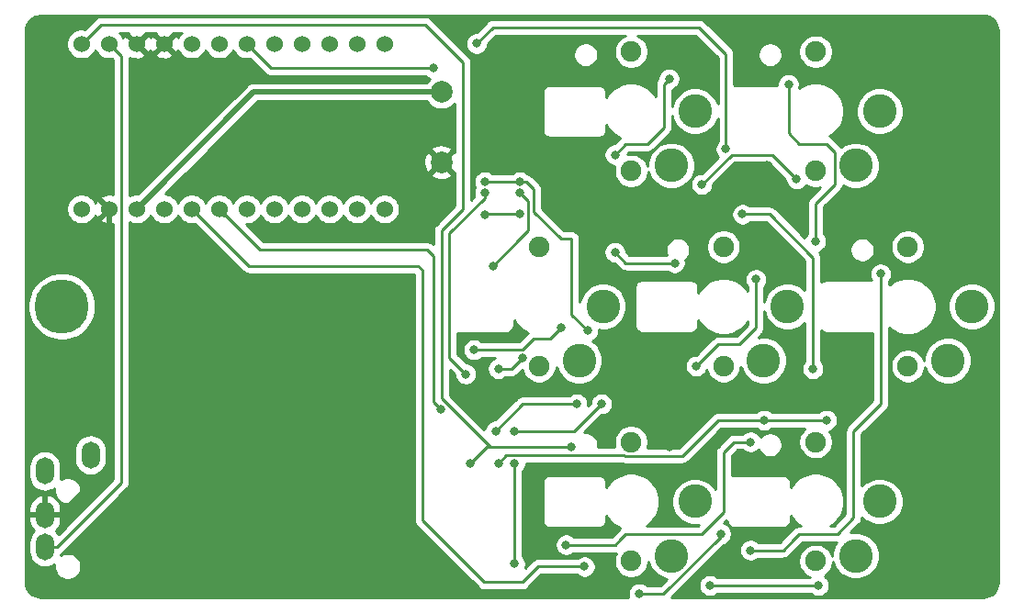
<source format=gtl>
G04 #@! TF.GenerationSoftware,KiCad,Pcbnew,(5.1.5)-3*
G04 #@! TF.CreationDate,2021-03-06T01:45:53+09:00*
G04 #@! TF.ProjectId,Nafuda,4e616675-6461-42e6-9b69-6361645f7063,rev?*
G04 #@! TF.SameCoordinates,Original*
G04 #@! TF.FileFunction,Copper,L1,Top*
G04 #@! TF.FilePolarity,Positive*
%FSLAX46Y46*%
G04 Gerber Fmt 4.6, Leading zero omitted, Abs format (unit mm)*
G04 Created by KiCad (PCBNEW (5.1.5)-3) date 2021-03-06 01:45:53*
%MOMM*%
%LPD*%
G04 APERTURE LIST*
%ADD10C,1.524000*%
%ADD11C,2.000000*%
%ADD12O,1.700000X2.500000*%
%ADD13C,1.900000*%
%ADD14C,3.100000*%
%ADD15C,5.000000*%
%ADD16C,0.800000*%
%ADD17C,0.500000*%
%ADD18C,0.250000*%
%ADD19C,0.254000*%
G04 APERTURE END LIST*
D10*
X105822000Y-118513600D03*
X108362000Y-118513600D03*
X110902000Y-118513600D03*
X113442000Y-118513600D03*
X115982000Y-118513600D03*
X118522000Y-118513600D03*
X121062000Y-118513600D03*
X123602000Y-118513600D03*
X126142000Y-118513600D03*
X128682000Y-118513600D03*
X131222000Y-118513600D03*
X133762000Y-118513600D03*
X133762000Y-103293600D03*
X131222000Y-103293600D03*
X128682000Y-103293600D03*
X126142000Y-103293600D03*
X123602000Y-103293600D03*
X121062000Y-103293600D03*
X118522000Y-103293600D03*
X115982000Y-103293600D03*
X113442000Y-103293600D03*
X110902000Y-103293600D03*
X108362000Y-103293600D03*
X105822000Y-103293600D03*
D11*
X139000000Y-107700000D03*
X139000000Y-114200000D03*
D12*
X102450000Y-149700000D03*
X102450000Y-146700000D03*
X102450000Y-142700000D03*
X106650000Y-141200000D03*
D13*
X173500000Y-104000000D03*
X173500000Y-115000000D03*
D14*
X179400000Y-109500000D03*
X177200000Y-114500000D03*
D13*
X156500000Y-104000000D03*
X156500000Y-115000000D03*
D14*
X162400000Y-109500000D03*
X160200000Y-114500000D03*
X185700000Y-132500000D03*
X187900000Y-127500000D03*
D13*
X182000000Y-133000000D03*
X182000000Y-122000000D03*
X165000000Y-122000000D03*
X165000000Y-133000000D03*
D14*
X170900000Y-127500000D03*
X168700000Y-132500000D03*
X151700000Y-132500000D03*
X153900000Y-127500000D03*
D13*
X148000000Y-133000000D03*
X148000000Y-122000000D03*
X173500000Y-140000000D03*
X173500000Y-151000000D03*
D14*
X179400000Y-145500000D03*
X177200000Y-150500000D03*
X160200000Y-150500000D03*
X162400000Y-145500000D03*
D13*
X156500000Y-151000000D03*
X156500000Y-140000000D03*
D15*
X104000000Y-127500000D03*
D16*
X156500000Y-122500000D03*
X152000000Y-114500000D03*
X169000000Y-114500000D03*
X160000000Y-140500000D03*
X155500000Y-134000000D03*
X142900000Y-114200000D03*
X151000000Y-140500000D03*
X141700000Y-142000000D03*
X143750000Y-123750000D03*
X146250000Y-117000000D03*
X142000000Y-131500000D03*
X155000000Y-122500000D03*
X160500000Y-123500000D03*
X150000000Y-129500000D03*
X173500000Y-121500000D03*
X171000000Y-107000000D03*
X167500000Y-150000000D03*
X179500000Y-124500000D03*
X150500000Y-149500000D03*
X167500000Y-140000000D03*
X163750000Y-153250000D03*
X173750000Y-153250000D03*
X152200000Y-151500000D03*
X138987347Y-137012653D03*
X144000000Y-139000000D03*
X151500000Y-136500000D03*
X174500000Y-138000000D03*
X168750000Y-138000000D03*
X144250000Y-142000000D03*
X171750000Y-115750000D03*
X163000000Y-116250000D03*
X143000000Y-119012653D03*
X146250000Y-119000000D03*
X145750000Y-151250000D03*
X145750000Y-142000000D03*
X145750000Y-139000000D03*
X153750000Y-136500000D03*
X152500000Y-129750000D03*
X143000000Y-115999997D03*
X146250000Y-116000000D03*
X141250000Y-133750000D03*
X143000000Y-117000000D03*
X157250000Y-154000000D03*
X164750000Y-148500000D03*
X155000000Y-113500000D03*
X160000000Y-106500000D03*
X162500000Y-133000000D03*
X168000000Y-125000000D03*
X144250000Y-133250000D03*
X146500000Y-132250000D03*
X173250000Y-133250000D03*
X166750000Y-119000000D03*
X165237347Y-112987347D03*
X142250000Y-103250000D03*
X138250000Y-105500000D03*
D17*
X102450000Y-146700000D02*
X103904002Y-146700000D01*
X156500000Y-122500000D02*
X156500000Y-117500000D01*
X156500000Y-117500000D02*
X153500000Y-114500000D01*
X153500000Y-114500000D02*
X152000000Y-114500000D01*
X156500000Y-117500000D02*
X164000000Y-117500000D01*
X164000000Y-117500000D02*
X167000000Y-114500000D01*
X167000000Y-114500000D02*
X169000000Y-114500000D01*
X160000000Y-140500000D02*
X157500000Y-138000000D01*
X157500000Y-138000000D02*
X156500000Y-138000000D01*
X155500000Y-137000000D02*
X155500000Y-134000000D01*
X156500000Y-138000000D02*
X155500000Y-137000000D01*
X151700000Y-114200000D02*
X152000000Y-114500000D01*
X142900000Y-114200000D02*
X151700000Y-114200000D01*
X108362000Y-142242002D02*
X106704002Y-143900000D01*
X108362000Y-118513600D02*
X108362000Y-142242002D01*
X103904002Y-146700000D02*
X106704002Y-143900000D01*
D18*
X105822000Y-103293600D02*
X107615600Y-101500000D01*
X107615600Y-101500000D02*
X137500000Y-101500000D01*
X139000000Y-120500000D02*
X139000000Y-127500000D01*
X139000000Y-127500000D02*
X139000000Y-136000000D01*
X139000000Y-136000000D02*
X143500000Y-140500000D01*
X143500000Y-140500000D02*
X151000000Y-140500000D01*
X141000000Y-105000000D02*
X140750000Y-104750000D01*
X141000000Y-118500000D02*
X141000000Y-105000000D01*
X137500000Y-101500000D02*
X140750000Y-104750000D01*
X141000000Y-118500000D02*
X139000000Y-120500000D01*
X143200000Y-140500000D02*
X143500000Y-140500000D01*
X141700000Y-142000000D02*
X143200000Y-140500000D01*
D17*
X113750000Y-118821600D02*
X113442000Y-118513600D01*
D18*
X146250000Y-121250000D02*
X143750000Y-123750000D01*
X146250000Y-121250000D02*
X147000000Y-120500000D01*
X147000000Y-120500000D02*
X147000000Y-118000000D01*
X147000000Y-117750000D02*
X146250000Y-117000000D01*
X147000000Y-118000000D02*
X147000000Y-117750000D01*
X142000000Y-131500000D02*
X146500000Y-131500000D01*
X146500000Y-131500000D02*
X147000000Y-131000000D01*
X147000000Y-131000000D02*
X147500000Y-130500000D01*
X156426998Y-123500000D02*
X160500000Y-123500000D01*
X149000000Y-130500000D02*
X150000000Y-129500000D01*
X148500000Y-130500000D02*
X149000000Y-130500000D01*
X147500000Y-130500000D02*
X148500000Y-130500000D01*
X156000000Y-123500000D02*
X155000000Y-122500000D01*
X156000000Y-123500000D02*
X156426998Y-123500000D01*
X173500000Y-121500000D02*
X173500000Y-118000000D01*
X173500000Y-118000000D02*
X175250000Y-116250000D01*
X175250000Y-116250000D02*
X175250000Y-113250000D01*
X175250000Y-113250000D02*
X174500000Y-112500000D01*
X172000000Y-112500000D02*
X171000000Y-111500000D01*
X174500000Y-112500000D02*
X172000000Y-112500000D01*
X171000000Y-111500000D02*
X171000000Y-107000000D01*
X167500000Y-150000000D02*
X170500000Y-150000000D01*
X170500000Y-150000000D02*
X171500000Y-149000000D01*
X171500000Y-149000000D02*
X172000000Y-148500000D01*
X172000000Y-148500000D02*
X175500000Y-148500000D01*
X175500000Y-148500000D02*
X177000000Y-147000000D01*
X177000000Y-147000000D02*
X177000000Y-139000000D01*
X179500000Y-129280344D02*
X179500000Y-124500000D01*
X177000000Y-139000000D02*
X179500000Y-136500000D01*
X179500000Y-136500000D02*
X179500000Y-129280344D01*
X150500000Y-149500000D02*
X155000000Y-149500000D01*
X155000000Y-149500000D02*
X155500000Y-149000000D01*
X155500000Y-149000000D02*
X156000000Y-148500000D01*
X156000000Y-148500000D02*
X162175002Y-148500000D01*
X162175002Y-148500000D02*
X163000000Y-148500000D01*
X163000000Y-148500000D02*
X165000000Y-146500000D01*
X165000000Y-146500000D02*
X165000000Y-141000000D01*
X165000000Y-141000000D02*
X166000000Y-140000000D01*
X166000000Y-140000000D02*
X167500000Y-140000000D01*
D17*
X121715600Y-107700000D02*
X110902000Y-118513600D01*
X139000000Y-107700000D02*
X121715600Y-107700000D01*
D18*
X163750000Y-153250000D02*
X173750000Y-153250000D01*
X121218400Y-123750000D02*
X115982000Y-118513600D01*
X152200000Y-151500000D02*
X147900000Y-151500000D01*
X147900000Y-151500000D02*
X146450000Y-152950000D01*
X146450000Y-152950000D02*
X142950000Y-152950000D01*
X142950000Y-152950000D02*
X137250000Y-147250000D01*
X137250000Y-147250000D02*
X137250000Y-124150000D01*
X136850000Y-123750000D02*
X127900000Y-123750000D01*
X137250000Y-124150000D02*
X136850000Y-123750000D01*
X130500000Y-123750000D02*
X127900000Y-123750000D01*
X127900000Y-123750000D02*
X121218400Y-123750000D01*
X119000000Y-119091600D02*
X118472000Y-118563600D01*
X144000000Y-139000000D02*
X146500000Y-136500000D01*
X146500000Y-136500000D02*
X151500000Y-136500000D01*
X170250000Y-138000000D02*
X164500000Y-138000000D01*
X170250000Y-138000000D02*
X168750000Y-138000000D01*
X174500000Y-138000000D02*
X170250000Y-138000000D01*
X155887999Y-141275001D02*
X155862998Y-141250000D01*
X164500000Y-138000000D02*
X161224999Y-141275001D01*
X161224999Y-141275001D02*
X155887999Y-141275001D01*
X145000000Y-141250000D02*
X144250000Y-142000000D01*
X145250000Y-141250000D02*
X145000000Y-141250000D01*
X155862998Y-141250000D02*
X145250000Y-141250000D01*
X122258400Y-122250000D02*
X118522000Y-118513600D01*
X137650000Y-122250000D02*
X122258400Y-122250000D01*
X138250000Y-122850000D02*
X137650000Y-122250000D01*
X138250000Y-136275306D02*
X138250000Y-122850000D01*
X138987347Y-137012653D02*
X138250000Y-136275306D01*
X171750000Y-115750000D02*
X169500000Y-113500000D01*
X169500000Y-113500000D02*
X165750000Y-113500000D01*
X165750000Y-113500000D02*
X163000000Y-116250000D01*
X143012653Y-119000000D02*
X143000000Y-119012653D01*
X146250000Y-119000000D02*
X143012653Y-119000000D01*
X145750000Y-151250000D02*
X145750000Y-142000000D01*
X145750000Y-139000000D02*
X151250000Y-139000000D01*
X152500000Y-129750000D02*
X151000000Y-128250000D01*
X151000000Y-121250000D02*
X150000000Y-121250000D01*
X151000000Y-128250000D02*
X151000000Y-121250000D01*
X150000000Y-121250000D02*
X147500000Y-118750000D01*
X143000000Y-115999997D02*
X143565685Y-115999997D01*
X143565688Y-116000000D02*
X146250000Y-116000000D01*
X143565685Y-115999997D02*
X143565688Y-116000000D01*
X146815685Y-116000000D02*
X146250000Y-116000000D01*
X147500000Y-116684315D02*
X146815685Y-116000000D01*
X147500000Y-118750000D02*
X147500000Y-116684315D01*
X151250000Y-139000000D02*
X153750000Y-136500000D01*
X143000000Y-117500000D02*
X143000000Y-117000000D01*
X139750000Y-120750000D02*
X143000000Y-117500000D01*
X139750000Y-132250000D02*
X139750000Y-120750000D01*
X141250000Y-133750000D02*
X139750000Y-132250000D01*
X164750000Y-148725002D02*
X164750000Y-148500000D01*
X157250000Y-154000000D02*
X159475002Y-154000000D01*
X159475002Y-154000000D02*
X164750000Y-148725002D01*
X155000000Y-113500000D02*
X156000000Y-112500000D01*
X156000000Y-112500000D02*
X158000000Y-112500000D01*
X158000000Y-112500000D02*
X159500000Y-111000000D01*
X159500000Y-111000000D02*
X159500000Y-107000000D01*
X159500000Y-107000000D02*
X160000000Y-106500000D01*
X162500000Y-133000000D02*
X164500000Y-131000000D01*
X164500000Y-131000000D02*
X166500000Y-131000000D01*
X166500000Y-131000000D02*
X168000000Y-129500000D01*
X168000000Y-129500000D02*
X168000000Y-125000000D01*
X145500000Y-133250000D02*
X144250000Y-133250000D01*
X146500000Y-132250000D02*
X145500000Y-133250000D01*
X173250000Y-133250000D02*
X173250000Y-123000000D01*
X173250000Y-123000000D02*
X169250000Y-119000000D01*
X169250000Y-119000000D02*
X166750000Y-119000000D01*
X165237347Y-112987347D02*
X165237347Y-104237347D01*
X165237347Y-104237347D02*
X162750000Y-101750000D01*
X162750000Y-101750000D02*
X143750000Y-101750000D01*
X143750000Y-101750000D02*
X142250000Y-103250000D01*
X123268400Y-105500000D02*
X121062000Y-103293600D01*
X138250000Y-105500000D02*
X123268400Y-105500000D01*
X103550000Y-149700000D02*
X109500000Y-143750000D01*
X102450000Y-149700000D02*
X103550000Y-149700000D01*
X109500000Y-143750000D02*
X109500000Y-127000000D01*
X109500000Y-104431600D02*
X108362000Y-103293600D01*
X109500000Y-127000000D02*
X109500000Y-105000000D01*
X109500000Y-105000000D02*
X109500000Y-104431600D01*
D19*
G36*
X189254782Y-100713267D02*
G01*
X189499855Y-100787259D01*
X189725890Y-100907443D01*
X189924281Y-101069248D01*
X190087460Y-101266497D01*
X190209220Y-101491687D01*
X190284924Y-101736247D01*
X190315000Y-102022398D01*
X190315001Y-152966484D01*
X190286733Y-153254782D01*
X190212741Y-153499855D01*
X190092554Y-153725893D01*
X189930754Y-153924279D01*
X189733503Y-154087460D01*
X189508310Y-154209221D01*
X189263753Y-154284924D01*
X188977602Y-154315000D01*
X160234803Y-154315000D01*
X165056473Y-149493331D01*
X165240256Y-149417205D01*
X165409774Y-149303937D01*
X165553937Y-149159774D01*
X165667205Y-148990256D01*
X165745226Y-148801898D01*
X165785000Y-148601939D01*
X165785000Y-148398061D01*
X165745226Y-148198102D01*
X165667205Y-148009744D01*
X165553937Y-147840226D01*
X165409774Y-147696063D01*
X165240256Y-147582795D01*
X165064718Y-147510084D01*
X165312862Y-147261940D01*
X165324912Y-147384283D01*
X165364081Y-147513406D01*
X165427688Y-147632407D01*
X165513289Y-147736711D01*
X165599929Y-147807815D01*
X165617593Y-147822312D01*
X165736594Y-147885919D01*
X165865717Y-147925088D01*
X166000000Y-147938314D01*
X166033647Y-147935000D01*
X170466353Y-147935000D01*
X170500000Y-147938314D01*
X170634283Y-147925088D01*
X170763406Y-147885919D01*
X170882407Y-147822312D01*
X170986711Y-147736711D01*
X171072312Y-147632407D01*
X171135919Y-147513406D01*
X171175088Y-147384283D01*
X171185000Y-147283647D01*
X171185000Y-147283646D01*
X171188314Y-147250000D01*
X171185000Y-147216353D01*
X171185000Y-146778233D01*
X171453262Y-147179715D01*
X171820285Y-147546738D01*
X172109522Y-147740000D01*
X172037325Y-147740000D01*
X172000000Y-147736324D01*
X171962675Y-147740000D01*
X171962667Y-147740000D01*
X171851014Y-147750997D01*
X171707753Y-147794454D01*
X171575724Y-147865026D01*
X171459999Y-147959999D01*
X171436196Y-147989003D01*
X170989003Y-148436196D01*
X170988997Y-148436201D01*
X170185199Y-149240000D01*
X168203711Y-149240000D01*
X168159774Y-149196063D01*
X167990256Y-149082795D01*
X167801898Y-149004774D01*
X167601939Y-148965000D01*
X167398061Y-148965000D01*
X167198102Y-149004774D01*
X167009744Y-149082795D01*
X166840226Y-149196063D01*
X166696063Y-149340226D01*
X166582795Y-149509744D01*
X166504774Y-149698102D01*
X166465000Y-149898061D01*
X166465000Y-150101939D01*
X166504774Y-150301898D01*
X166582795Y-150490256D01*
X166696063Y-150659774D01*
X166840226Y-150803937D01*
X167009744Y-150917205D01*
X167198102Y-150995226D01*
X167398061Y-151035000D01*
X167601939Y-151035000D01*
X167801898Y-150995226D01*
X167990256Y-150917205D01*
X168159774Y-150803937D01*
X168203711Y-150760000D01*
X170462678Y-150760000D01*
X170500000Y-150763676D01*
X170537322Y-150760000D01*
X170537333Y-150760000D01*
X170648986Y-150749003D01*
X170792247Y-150705546D01*
X170924276Y-150634974D01*
X171040001Y-150540001D01*
X171063804Y-150510998D01*
X172063799Y-149511003D01*
X172063804Y-149510997D01*
X172314801Y-149260000D01*
X175400665Y-149260000D01*
X175263678Y-149465015D01*
X175098969Y-149862659D01*
X175015000Y-150284796D01*
X175015000Y-150515730D01*
X174904609Y-150249221D01*
X174731150Y-149989621D01*
X174510379Y-149768850D01*
X174250779Y-149595391D01*
X173962327Y-149475911D01*
X173656109Y-149415000D01*
X173343891Y-149415000D01*
X173037673Y-149475911D01*
X172749221Y-149595391D01*
X172489621Y-149768850D01*
X172268850Y-149989621D01*
X172095391Y-150249221D01*
X171975911Y-150537673D01*
X171915000Y-150843891D01*
X171915000Y-151156109D01*
X171975911Y-151462327D01*
X172095391Y-151750779D01*
X172268850Y-152010379D01*
X172489621Y-152231150D01*
X172749221Y-152404609D01*
X172955374Y-152490000D01*
X164453711Y-152490000D01*
X164409774Y-152446063D01*
X164240256Y-152332795D01*
X164051898Y-152254774D01*
X163851939Y-152215000D01*
X163648061Y-152215000D01*
X163448102Y-152254774D01*
X163259744Y-152332795D01*
X163090226Y-152446063D01*
X162946063Y-152590226D01*
X162832795Y-152759744D01*
X162754774Y-152948102D01*
X162715000Y-153148061D01*
X162715000Y-153351939D01*
X162754774Y-153551898D01*
X162832795Y-153740256D01*
X162946063Y-153909774D01*
X163090226Y-154053937D01*
X163259744Y-154167205D01*
X163448102Y-154245226D01*
X163648061Y-154285000D01*
X163851939Y-154285000D01*
X164051898Y-154245226D01*
X164240256Y-154167205D01*
X164409774Y-154053937D01*
X164453711Y-154010000D01*
X173046289Y-154010000D01*
X173090226Y-154053937D01*
X173259744Y-154167205D01*
X173448102Y-154245226D01*
X173648061Y-154285000D01*
X173851939Y-154285000D01*
X174051898Y-154245226D01*
X174240256Y-154167205D01*
X174409774Y-154053937D01*
X174553937Y-153909774D01*
X174667205Y-153740256D01*
X174745226Y-153551898D01*
X174785000Y-153351939D01*
X174785000Y-153148061D01*
X174745226Y-152948102D01*
X174667205Y-152759744D01*
X174553937Y-152590226D01*
X174409774Y-152446063D01*
X174299256Y-152372218D01*
X174510379Y-152231150D01*
X174731150Y-152010379D01*
X174904609Y-151750779D01*
X175024089Y-151462327D01*
X175085000Y-151156109D01*
X175085000Y-151067115D01*
X175098969Y-151137341D01*
X175263678Y-151534985D01*
X175502800Y-151892856D01*
X175807144Y-152197200D01*
X176165015Y-152436322D01*
X176562659Y-152601031D01*
X176984796Y-152685000D01*
X177415204Y-152685000D01*
X177837341Y-152601031D01*
X178234985Y-152436322D01*
X178592856Y-152197200D01*
X178897200Y-151892856D01*
X179136322Y-151534985D01*
X179301031Y-151137341D01*
X179385000Y-150715204D01*
X179385000Y-150284796D01*
X179301031Y-149862659D01*
X179136322Y-149465015D01*
X178897200Y-149107144D01*
X178592856Y-148802800D01*
X178234985Y-148563678D01*
X177837341Y-148398969D01*
X177415204Y-148315000D01*
X176984796Y-148315000D01*
X176703934Y-148370867D01*
X177511004Y-147563798D01*
X177540001Y-147540001D01*
X177634974Y-147424276D01*
X177705546Y-147292247D01*
X177749003Y-147148986D01*
X177760000Y-147037333D01*
X177760000Y-147037324D01*
X177763676Y-147000001D01*
X177760000Y-146962678D01*
X177760000Y-146950056D01*
X178007144Y-147197200D01*
X178365015Y-147436322D01*
X178762659Y-147601031D01*
X179184796Y-147685000D01*
X179615204Y-147685000D01*
X180037341Y-147601031D01*
X180434985Y-147436322D01*
X180792856Y-147197200D01*
X181097200Y-146892856D01*
X181336322Y-146534985D01*
X181501031Y-146137341D01*
X181585000Y-145715204D01*
X181585000Y-145284796D01*
X181501031Y-144862659D01*
X181336322Y-144465015D01*
X181097200Y-144107144D01*
X180792856Y-143802800D01*
X180434985Y-143563678D01*
X180037341Y-143398969D01*
X179615204Y-143315000D01*
X179184796Y-143315000D01*
X178762659Y-143398969D01*
X178365015Y-143563678D01*
X178007144Y-143802800D01*
X177760000Y-144049944D01*
X177760000Y-139314801D01*
X180011004Y-137063798D01*
X180040001Y-137040001D01*
X180080826Y-136990256D01*
X180134974Y-136924277D01*
X180205546Y-136792247D01*
X180214212Y-136763677D01*
X180249003Y-136648986D01*
X180260000Y-136537333D01*
X180260000Y-136537323D01*
X180263676Y-136500000D01*
X180260000Y-136462677D01*
X180260000Y-132843891D01*
X180415000Y-132843891D01*
X180415000Y-133156109D01*
X180475911Y-133462327D01*
X180595391Y-133750779D01*
X180768850Y-134010379D01*
X180989621Y-134231150D01*
X181249221Y-134404609D01*
X181537673Y-134524089D01*
X181843891Y-134585000D01*
X182156109Y-134585000D01*
X182462327Y-134524089D01*
X182750779Y-134404609D01*
X183010379Y-134231150D01*
X183231150Y-134010379D01*
X183404609Y-133750779D01*
X183524089Y-133462327D01*
X183585000Y-133156109D01*
X183585000Y-133067115D01*
X183598969Y-133137341D01*
X183763678Y-133534985D01*
X184002800Y-133892856D01*
X184307144Y-134197200D01*
X184665015Y-134436322D01*
X185062659Y-134601031D01*
X185484796Y-134685000D01*
X185915204Y-134685000D01*
X186337341Y-134601031D01*
X186734985Y-134436322D01*
X187092856Y-134197200D01*
X187397200Y-133892856D01*
X187636322Y-133534985D01*
X187801031Y-133137341D01*
X187885000Y-132715204D01*
X187885000Y-132284796D01*
X187801031Y-131862659D01*
X187636322Y-131465015D01*
X187397200Y-131107144D01*
X187092856Y-130802800D01*
X186734985Y-130563678D01*
X186337341Y-130398969D01*
X185915204Y-130315000D01*
X185484796Y-130315000D01*
X185062659Y-130398969D01*
X184665015Y-130563678D01*
X184307144Y-130802800D01*
X184002800Y-131107144D01*
X183763678Y-131465015D01*
X183598969Y-131862659D01*
X183515000Y-132284796D01*
X183515000Y-132515730D01*
X183404609Y-132249221D01*
X183231150Y-131989621D01*
X183010379Y-131768850D01*
X182750779Y-131595391D01*
X182462327Y-131475911D01*
X182156109Y-131415000D01*
X181843891Y-131415000D01*
X181537673Y-131475911D01*
X181249221Y-131595391D01*
X180989621Y-131768850D01*
X180768850Y-131989621D01*
X180595391Y-132249221D01*
X180475911Y-132537673D01*
X180415000Y-132843891D01*
X180260000Y-132843891D01*
X180260000Y-129486453D01*
X180320285Y-129546738D01*
X180751859Y-129835107D01*
X181231399Y-130033739D01*
X181740475Y-130135000D01*
X182259525Y-130135000D01*
X182768601Y-130033739D01*
X183248141Y-129835107D01*
X183679715Y-129546738D01*
X184046738Y-129179715D01*
X184335107Y-128748141D01*
X184533739Y-128268601D01*
X184635000Y-127759525D01*
X184635000Y-127284796D01*
X185715000Y-127284796D01*
X185715000Y-127715204D01*
X185798969Y-128137341D01*
X185963678Y-128534985D01*
X186202800Y-128892856D01*
X186507144Y-129197200D01*
X186865015Y-129436322D01*
X187262659Y-129601031D01*
X187684796Y-129685000D01*
X188115204Y-129685000D01*
X188537341Y-129601031D01*
X188934985Y-129436322D01*
X189292856Y-129197200D01*
X189597200Y-128892856D01*
X189836322Y-128534985D01*
X190001031Y-128137341D01*
X190085000Y-127715204D01*
X190085000Y-127284796D01*
X190001031Y-126862659D01*
X189836322Y-126465015D01*
X189597200Y-126107144D01*
X189292856Y-125802800D01*
X188934985Y-125563678D01*
X188537341Y-125398969D01*
X188115204Y-125315000D01*
X187684796Y-125315000D01*
X187262659Y-125398969D01*
X186865015Y-125563678D01*
X186507144Y-125802800D01*
X186202800Y-126107144D01*
X185963678Y-126465015D01*
X185798969Y-126862659D01*
X185715000Y-127284796D01*
X184635000Y-127284796D01*
X184635000Y-127240475D01*
X184533739Y-126731399D01*
X184335107Y-126251859D01*
X184046738Y-125820285D01*
X183679715Y-125453262D01*
X183248141Y-125164893D01*
X182768601Y-124966261D01*
X182259525Y-124865000D01*
X181740475Y-124865000D01*
X181231399Y-124966261D01*
X180751859Y-125164893D01*
X180320285Y-125453262D01*
X180260000Y-125513547D01*
X180260000Y-125203711D01*
X180303937Y-125159774D01*
X180417205Y-124990256D01*
X180495226Y-124801898D01*
X180535000Y-124601939D01*
X180535000Y-124398061D01*
X180495226Y-124198102D01*
X180417205Y-124009744D01*
X180303937Y-123840226D01*
X180159774Y-123696063D01*
X179990256Y-123582795D01*
X179801898Y-123504774D01*
X179601939Y-123465000D01*
X179398061Y-123465000D01*
X179198102Y-123504774D01*
X179009744Y-123582795D01*
X178840226Y-123696063D01*
X178696063Y-123840226D01*
X178582795Y-124009744D01*
X178504774Y-124198102D01*
X178465000Y-124398061D01*
X178465000Y-124601939D01*
X178504774Y-124801898D01*
X178582795Y-124990256D01*
X178632737Y-125065000D01*
X174533647Y-125065000D01*
X174500000Y-125061686D01*
X174466353Y-125065000D01*
X174365717Y-125074912D01*
X174236594Y-125114081D01*
X174117593Y-125177688D01*
X174013289Y-125263289D01*
X174010000Y-125267297D01*
X174010000Y-123037322D01*
X174013676Y-122999999D01*
X174010000Y-122962676D01*
X174010000Y-122962667D01*
X173999003Y-122851014D01*
X173955546Y-122707753D01*
X173884974Y-122575724D01*
X173814595Y-122489967D01*
X173990256Y-122417205D01*
X174159774Y-122303937D01*
X174295499Y-122168212D01*
X176665000Y-122168212D01*
X176665000Y-122391788D01*
X176708617Y-122611067D01*
X176794176Y-122817624D01*
X176918388Y-123003520D01*
X177076480Y-123161612D01*
X177262376Y-123285824D01*
X177468933Y-123371383D01*
X177688212Y-123415000D01*
X177911788Y-123415000D01*
X178131067Y-123371383D01*
X178337624Y-123285824D01*
X178523520Y-123161612D01*
X178681612Y-123003520D01*
X178805824Y-122817624D01*
X178891383Y-122611067D01*
X178935000Y-122391788D01*
X178935000Y-122168212D01*
X178891383Y-121948933D01*
X178847874Y-121843891D01*
X180415000Y-121843891D01*
X180415000Y-122156109D01*
X180475911Y-122462327D01*
X180595391Y-122750779D01*
X180768850Y-123010379D01*
X180989621Y-123231150D01*
X181249221Y-123404609D01*
X181537673Y-123524089D01*
X181843891Y-123585000D01*
X182156109Y-123585000D01*
X182462327Y-123524089D01*
X182750779Y-123404609D01*
X183010379Y-123231150D01*
X183231150Y-123010379D01*
X183404609Y-122750779D01*
X183524089Y-122462327D01*
X183585000Y-122156109D01*
X183585000Y-121843891D01*
X183524089Y-121537673D01*
X183404609Y-121249221D01*
X183231150Y-120989621D01*
X183010379Y-120768850D01*
X182750779Y-120595391D01*
X182462327Y-120475911D01*
X182156109Y-120415000D01*
X181843891Y-120415000D01*
X181537673Y-120475911D01*
X181249221Y-120595391D01*
X180989621Y-120768850D01*
X180768850Y-120989621D01*
X180595391Y-121249221D01*
X180475911Y-121537673D01*
X180415000Y-121843891D01*
X178847874Y-121843891D01*
X178805824Y-121742376D01*
X178681612Y-121556480D01*
X178523520Y-121398388D01*
X178337624Y-121274176D01*
X178131067Y-121188617D01*
X177911788Y-121145000D01*
X177688212Y-121145000D01*
X177468933Y-121188617D01*
X177262376Y-121274176D01*
X177076480Y-121398388D01*
X176918388Y-121556480D01*
X176794176Y-121742376D01*
X176708617Y-121948933D01*
X176665000Y-122168212D01*
X174295499Y-122168212D01*
X174303937Y-122159774D01*
X174417205Y-121990256D01*
X174495226Y-121801898D01*
X174535000Y-121601939D01*
X174535000Y-121398061D01*
X174495226Y-121198102D01*
X174417205Y-121009744D01*
X174303937Y-120840226D01*
X174260000Y-120796289D01*
X174260000Y-118314801D01*
X175761004Y-116813798D01*
X175790001Y-116790001D01*
X175884974Y-116674276D01*
X175955546Y-116542247D01*
X175999003Y-116398986D01*
X176005804Y-116329940D01*
X176165015Y-116436322D01*
X176562659Y-116601031D01*
X176984796Y-116685000D01*
X177415204Y-116685000D01*
X177837341Y-116601031D01*
X178234985Y-116436322D01*
X178592856Y-116197200D01*
X178897200Y-115892856D01*
X179136322Y-115534985D01*
X179301031Y-115137341D01*
X179385000Y-114715204D01*
X179385000Y-114284796D01*
X179301031Y-113862659D01*
X179136322Y-113465015D01*
X178897200Y-113107144D01*
X178592856Y-112802800D01*
X178234985Y-112563678D01*
X177837341Y-112398969D01*
X177415204Y-112315000D01*
X176984796Y-112315000D01*
X176562659Y-112398969D01*
X176165015Y-112563678D01*
X175845260Y-112777332D01*
X175790001Y-112709999D01*
X175761002Y-112686201D01*
X175063803Y-111989002D01*
X175040001Y-111959999D01*
X174924276Y-111865026D01*
X174801545Y-111799424D01*
X175179715Y-111546738D01*
X175546738Y-111179715D01*
X175835107Y-110748141D01*
X176033739Y-110268601D01*
X176135000Y-109759525D01*
X176135000Y-109284796D01*
X177215000Y-109284796D01*
X177215000Y-109715204D01*
X177298969Y-110137341D01*
X177463678Y-110534985D01*
X177702800Y-110892856D01*
X178007144Y-111197200D01*
X178365015Y-111436322D01*
X178762659Y-111601031D01*
X179184796Y-111685000D01*
X179615204Y-111685000D01*
X180037341Y-111601031D01*
X180434985Y-111436322D01*
X180792856Y-111197200D01*
X181097200Y-110892856D01*
X181336322Y-110534985D01*
X181501031Y-110137341D01*
X181585000Y-109715204D01*
X181585000Y-109284796D01*
X181501031Y-108862659D01*
X181336322Y-108465015D01*
X181097200Y-108107144D01*
X180792856Y-107802800D01*
X180434985Y-107563678D01*
X180037341Y-107398969D01*
X179615204Y-107315000D01*
X179184796Y-107315000D01*
X178762659Y-107398969D01*
X178365015Y-107563678D01*
X178007144Y-107802800D01*
X177702800Y-108107144D01*
X177463678Y-108465015D01*
X177298969Y-108862659D01*
X177215000Y-109284796D01*
X176135000Y-109284796D01*
X176135000Y-109240475D01*
X176033739Y-108731399D01*
X175835107Y-108251859D01*
X175546738Y-107820285D01*
X175179715Y-107453262D01*
X174748141Y-107164893D01*
X174268601Y-106966261D01*
X173759525Y-106865000D01*
X173240475Y-106865000D01*
X172731399Y-106966261D01*
X172251859Y-107164893D01*
X171975483Y-107349562D01*
X171995226Y-107301898D01*
X172035000Y-107101939D01*
X172035000Y-106898061D01*
X171995226Y-106698102D01*
X171917205Y-106509744D01*
X171803937Y-106340226D01*
X171659774Y-106196063D01*
X171490256Y-106082795D01*
X171301898Y-106004774D01*
X171101939Y-105965000D01*
X170898061Y-105965000D01*
X170698102Y-106004774D01*
X170509744Y-106082795D01*
X170340226Y-106196063D01*
X170196063Y-106340226D01*
X170082795Y-106509744D01*
X170004774Y-106698102D01*
X169965000Y-106898061D01*
X169965000Y-107065000D01*
X166033647Y-107065000D01*
X166000000Y-107061686D01*
X165997347Y-107061947D01*
X165997347Y-104274670D01*
X166001023Y-104237347D01*
X165997347Y-104200024D01*
X165997347Y-104200014D01*
X165994215Y-104168212D01*
X168165000Y-104168212D01*
X168165000Y-104391788D01*
X168208617Y-104611067D01*
X168294176Y-104817624D01*
X168418388Y-105003520D01*
X168576480Y-105161612D01*
X168762376Y-105285824D01*
X168968933Y-105371383D01*
X169188212Y-105415000D01*
X169411788Y-105415000D01*
X169631067Y-105371383D01*
X169837624Y-105285824D01*
X170023520Y-105161612D01*
X170181612Y-105003520D01*
X170305824Y-104817624D01*
X170391383Y-104611067D01*
X170435000Y-104391788D01*
X170435000Y-104168212D01*
X170391383Y-103948933D01*
X170347874Y-103843891D01*
X171915000Y-103843891D01*
X171915000Y-104156109D01*
X171975911Y-104462327D01*
X172095391Y-104750779D01*
X172268850Y-105010379D01*
X172489621Y-105231150D01*
X172749221Y-105404609D01*
X173037673Y-105524089D01*
X173343891Y-105585000D01*
X173656109Y-105585000D01*
X173962327Y-105524089D01*
X174250779Y-105404609D01*
X174510379Y-105231150D01*
X174731150Y-105010379D01*
X174904609Y-104750779D01*
X175024089Y-104462327D01*
X175085000Y-104156109D01*
X175085000Y-103843891D01*
X175024089Y-103537673D01*
X174904609Y-103249221D01*
X174731150Y-102989621D01*
X174510379Y-102768850D01*
X174250779Y-102595391D01*
X173962327Y-102475911D01*
X173656109Y-102415000D01*
X173343891Y-102415000D01*
X173037673Y-102475911D01*
X172749221Y-102595391D01*
X172489621Y-102768850D01*
X172268850Y-102989621D01*
X172095391Y-103249221D01*
X171975911Y-103537673D01*
X171915000Y-103843891D01*
X170347874Y-103843891D01*
X170305824Y-103742376D01*
X170181612Y-103556480D01*
X170023520Y-103398388D01*
X169837624Y-103274176D01*
X169631067Y-103188617D01*
X169411788Y-103145000D01*
X169188212Y-103145000D01*
X168968933Y-103188617D01*
X168762376Y-103274176D01*
X168576480Y-103398388D01*
X168418388Y-103556480D01*
X168294176Y-103742376D01*
X168208617Y-103948933D01*
X168165000Y-104168212D01*
X165994215Y-104168212D01*
X165986350Y-104088361D01*
X165942893Y-103945100D01*
X165872321Y-103813071D01*
X165777348Y-103697346D01*
X165748350Y-103673548D01*
X163313804Y-101239003D01*
X163290001Y-101209999D01*
X163174276Y-101115026D01*
X163042247Y-101044454D01*
X162898986Y-101000997D01*
X162787333Y-100990000D01*
X162787322Y-100990000D01*
X162750000Y-100986324D01*
X162712678Y-100990000D01*
X143787322Y-100990000D01*
X143749999Y-100986324D01*
X143712676Y-100990000D01*
X143712667Y-100990000D01*
X143601014Y-101000997D01*
X143457753Y-101044454D01*
X143325724Y-101115026D01*
X143209999Y-101209999D01*
X143186201Y-101238997D01*
X142210199Y-102215000D01*
X142148061Y-102215000D01*
X141948102Y-102254774D01*
X141759744Y-102332795D01*
X141590226Y-102446063D01*
X141446063Y-102590226D01*
X141332795Y-102759744D01*
X141254774Y-102948102D01*
X141215000Y-103148061D01*
X141215000Y-103351939D01*
X141254774Y-103551898D01*
X141332795Y-103740256D01*
X141446063Y-103909774D01*
X141590226Y-104053937D01*
X141759744Y-104167205D01*
X141948102Y-104245226D01*
X142148061Y-104285000D01*
X142351939Y-104285000D01*
X142551898Y-104245226D01*
X142737824Y-104168212D01*
X151165000Y-104168212D01*
X151165000Y-104391788D01*
X151208617Y-104611067D01*
X151294176Y-104817624D01*
X151418388Y-105003520D01*
X151576480Y-105161612D01*
X151762376Y-105285824D01*
X151968933Y-105371383D01*
X152188212Y-105415000D01*
X152411788Y-105415000D01*
X152631067Y-105371383D01*
X152837624Y-105285824D01*
X153023520Y-105161612D01*
X153181612Y-105003520D01*
X153305824Y-104817624D01*
X153391383Y-104611067D01*
X153435000Y-104391788D01*
X153435000Y-104168212D01*
X153391383Y-103948933D01*
X153305824Y-103742376D01*
X153181612Y-103556480D01*
X153023520Y-103398388D01*
X152837624Y-103274176D01*
X152631067Y-103188617D01*
X152411788Y-103145000D01*
X152188212Y-103145000D01*
X151968933Y-103188617D01*
X151762376Y-103274176D01*
X151576480Y-103398388D01*
X151418388Y-103556480D01*
X151294176Y-103742376D01*
X151208617Y-103948933D01*
X151165000Y-104168212D01*
X142737824Y-104168212D01*
X142740256Y-104167205D01*
X142909774Y-104053937D01*
X143053937Y-103909774D01*
X143167205Y-103740256D01*
X143245226Y-103551898D01*
X143285000Y-103351939D01*
X143285000Y-103289801D01*
X144064802Y-102510000D01*
X155955374Y-102510000D01*
X155749221Y-102595391D01*
X155489621Y-102768850D01*
X155268850Y-102989621D01*
X155095391Y-103249221D01*
X154975911Y-103537673D01*
X154915000Y-103843891D01*
X154915000Y-104156109D01*
X154975911Y-104462327D01*
X155095391Y-104750779D01*
X155268850Y-105010379D01*
X155489621Y-105231150D01*
X155749221Y-105404609D01*
X156037673Y-105524089D01*
X156343891Y-105585000D01*
X156656109Y-105585000D01*
X156962327Y-105524089D01*
X157250779Y-105404609D01*
X157510379Y-105231150D01*
X157731150Y-105010379D01*
X157904609Y-104750779D01*
X158024089Y-104462327D01*
X158085000Y-104156109D01*
X158085000Y-103843891D01*
X158024089Y-103537673D01*
X157904609Y-103249221D01*
X157731150Y-102989621D01*
X157510379Y-102768850D01*
X157250779Y-102595391D01*
X157044626Y-102510000D01*
X162435199Y-102510000D01*
X164477348Y-104552150D01*
X164477347Y-108805482D01*
X164336322Y-108465015D01*
X164097200Y-108107144D01*
X163792856Y-107802800D01*
X163434985Y-107563678D01*
X163037341Y-107398969D01*
X162615204Y-107315000D01*
X162184796Y-107315000D01*
X161762659Y-107398969D01*
X161365015Y-107563678D01*
X161007144Y-107802800D01*
X160702800Y-108107144D01*
X160463678Y-108465015D01*
X160298969Y-108862659D01*
X160260000Y-109058568D01*
X160260000Y-107503560D01*
X160301898Y-107495226D01*
X160490256Y-107417205D01*
X160659774Y-107303937D01*
X160803937Y-107159774D01*
X160917205Y-106990256D01*
X160995226Y-106801898D01*
X161035000Y-106601939D01*
X161035000Y-106398061D01*
X160995226Y-106198102D01*
X160917205Y-106009744D01*
X160803937Y-105840226D01*
X160659774Y-105696063D01*
X160490256Y-105582795D01*
X160301898Y-105504774D01*
X160101939Y-105465000D01*
X159898061Y-105465000D01*
X159698102Y-105504774D01*
X159509744Y-105582795D01*
X159340226Y-105696063D01*
X159196063Y-105840226D01*
X159082795Y-106009744D01*
X159004774Y-106198102D01*
X158965000Y-106398061D01*
X158965000Y-106455896D01*
X158960000Y-106459999D01*
X158936202Y-106488997D01*
X158936201Y-106488998D01*
X158865026Y-106575724D01*
X158794454Y-106707754D01*
X158768824Y-106792247D01*
X158750998Y-106851014D01*
X158746364Y-106898061D01*
X158736324Y-107000000D01*
X158740001Y-107037332D01*
X158740001Y-108109523D01*
X158546738Y-107820285D01*
X158179715Y-107453262D01*
X157748141Y-107164893D01*
X157268601Y-106966261D01*
X156759525Y-106865000D01*
X156240475Y-106865000D01*
X155731399Y-106966261D01*
X155251859Y-107164893D01*
X154820285Y-107453262D01*
X154453262Y-107820285D01*
X154185000Y-108221767D01*
X154185000Y-107783647D01*
X154188314Y-107750000D01*
X154175088Y-107615717D01*
X154135919Y-107486594D01*
X154072312Y-107367593D01*
X153986711Y-107263289D01*
X153882407Y-107177688D01*
X153763406Y-107114081D01*
X153634283Y-107074912D01*
X153533647Y-107065000D01*
X153500000Y-107061686D01*
X153466353Y-107065000D01*
X149033647Y-107065000D01*
X149000000Y-107061686D01*
X148966353Y-107065000D01*
X148865717Y-107074912D01*
X148736594Y-107114081D01*
X148617593Y-107177688D01*
X148513289Y-107263289D01*
X148427688Y-107367593D01*
X148364081Y-107486594D01*
X148324912Y-107615717D01*
X148311686Y-107750000D01*
X148315001Y-107783657D01*
X148315000Y-111216353D01*
X148311686Y-111250000D01*
X148324912Y-111384283D01*
X148364081Y-111513406D01*
X148427688Y-111632407D01*
X148513289Y-111736711D01*
X148617593Y-111822312D01*
X148736594Y-111885919D01*
X148865717Y-111925088D01*
X149000000Y-111938314D01*
X149033647Y-111935000D01*
X153466353Y-111935000D01*
X153500000Y-111938314D01*
X153634283Y-111925088D01*
X153763406Y-111885919D01*
X153882407Y-111822312D01*
X153986711Y-111736711D01*
X154072312Y-111632407D01*
X154135919Y-111513406D01*
X154175088Y-111384283D01*
X154185000Y-111283647D01*
X154185000Y-111283646D01*
X154188314Y-111250000D01*
X154185000Y-111216353D01*
X154185000Y-110778233D01*
X154453262Y-111179715D01*
X154820285Y-111546738D01*
X155251859Y-111835107D01*
X155491320Y-111934295D01*
X155459999Y-111959999D01*
X155436201Y-111988997D01*
X154960199Y-112465000D01*
X154898061Y-112465000D01*
X154698102Y-112504774D01*
X154509744Y-112582795D01*
X154340226Y-112696063D01*
X154196063Y-112840226D01*
X154082795Y-113009744D01*
X154004774Y-113198102D01*
X153965000Y-113398061D01*
X153965000Y-113601939D01*
X154004774Y-113801898D01*
X154082795Y-113990256D01*
X154196063Y-114159774D01*
X154340226Y-114303937D01*
X154509744Y-114417205D01*
X154698102Y-114495226D01*
X154898061Y-114535000D01*
X154977018Y-114535000D01*
X154975911Y-114537673D01*
X154915000Y-114843891D01*
X154915000Y-115156109D01*
X154975911Y-115462327D01*
X155095391Y-115750779D01*
X155268850Y-116010379D01*
X155489621Y-116231150D01*
X155749221Y-116404609D01*
X156037673Y-116524089D01*
X156343891Y-116585000D01*
X156656109Y-116585000D01*
X156962327Y-116524089D01*
X157250779Y-116404609D01*
X157510379Y-116231150D01*
X157731150Y-116010379D01*
X157904609Y-115750779D01*
X158024089Y-115462327D01*
X158085000Y-115156109D01*
X158085000Y-115067115D01*
X158098969Y-115137341D01*
X158263678Y-115534985D01*
X158502800Y-115892856D01*
X158807144Y-116197200D01*
X159165015Y-116436322D01*
X159562659Y-116601031D01*
X159984796Y-116685000D01*
X160415204Y-116685000D01*
X160837341Y-116601031D01*
X161234985Y-116436322D01*
X161592856Y-116197200D01*
X161897200Y-115892856D01*
X162136322Y-115534985D01*
X162301031Y-115137341D01*
X162385000Y-114715204D01*
X162385000Y-114284796D01*
X162301031Y-113862659D01*
X162136322Y-113465015D01*
X161897200Y-113107144D01*
X161592856Y-112802800D01*
X161234985Y-112563678D01*
X160837341Y-112398969D01*
X160415204Y-112315000D01*
X159984796Y-112315000D01*
X159562659Y-112398969D01*
X159165015Y-112563678D01*
X158807144Y-112802800D01*
X158502800Y-113107144D01*
X158263678Y-113465015D01*
X158098969Y-113862659D01*
X158015000Y-114284796D01*
X158015000Y-114515730D01*
X157904609Y-114249221D01*
X157731150Y-113989621D01*
X157510379Y-113768850D01*
X157250779Y-113595391D01*
X156962327Y-113475911D01*
X156656109Y-113415000D01*
X156343891Y-113415000D01*
X156114091Y-113460710D01*
X156314802Y-113260000D01*
X157962678Y-113260000D01*
X158000000Y-113263676D01*
X158037322Y-113260000D01*
X158037333Y-113260000D01*
X158148986Y-113249003D01*
X158292247Y-113205546D01*
X158424276Y-113134974D01*
X158540001Y-113040001D01*
X158563804Y-113010997D01*
X160011004Y-111563798D01*
X160040001Y-111540001D01*
X160134974Y-111424276D01*
X160205546Y-111292247D01*
X160249003Y-111148986D01*
X160260000Y-111037333D01*
X160260000Y-111037324D01*
X160263676Y-111000001D01*
X160260000Y-110962678D01*
X160260000Y-109941432D01*
X160298969Y-110137341D01*
X160463678Y-110534985D01*
X160702800Y-110892856D01*
X161007144Y-111197200D01*
X161365015Y-111436322D01*
X161762659Y-111601031D01*
X162184796Y-111685000D01*
X162615204Y-111685000D01*
X163037341Y-111601031D01*
X163434985Y-111436322D01*
X163792856Y-111197200D01*
X164097200Y-110892856D01*
X164336322Y-110534985D01*
X164477347Y-110194519D01*
X164477347Y-112283636D01*
X164433410Y-112327573D01*
X164320142Y-112497091D01*
X164242121Y-112685449D01*
X164202347Y-112885408D01*
X164202347Y-113089286D01*
X164242121Y-113289245D01*
X164320142Y-113477603D01*
X164433410Y-113647121D01*
X164480744Y-113694455D01*
X162960199Y-115215000D01*
X162898061Y-115215000D01*
X162698102Y-115254774D01*
X162509744Y-115332795D01*
X162340226Y-115446063D01*
X162196063Y-115590226D01*
X162082795Y-115759744D01*
X162004774Y-115948102D01*
X161965000Y-116148061D01*
X161965000Y-116351939D01*
X162004774Y-116551898D01*
X162082795Y-116740256D01*
X162196063Y-116909774D01*
X162340226Y-117053937D01*
X162509744Y-117167205D01*
X162698102Y-117245226D01*
X162898061Y-117285000D01*
X163101939Y-117285000D01*
X163301898Y-117245226D01*
X163490256Y-117167205D01*
X163659774Y-117053937D01*
X163803937Y-116909774D01*
X163917205Y-116740256D01*
X163995226Y-116551898D01*
X164035000Y-116351939D01*
X164035000Y-116289801D01*
X166064802Y-114260000D01*
X169185199Y-114260000D01*
X170715000Y-115789802D01*
X170715000Y-115851939D01*
X170754774Y-116051898D01*
X170832795Y-116240256D01*
X170946063Y-116409774D01*
X171090226Y-116553937D01*
X171259744Y-116667205D01*
X171448102Y-116745226D01*
X171648061Y-116785000D01*
X171851939Y-116785000D01*
X172051898Y-116745226D01*
X172240256Y-116667205D01*
X172409774Y-116553937D01*
X172553937Y-116409774D01*
X172616599Y-116315994D01*
X172749221Y-116404609D01*
X173037673Y-116524089D01*
X173343891Y-116585000D01*
X173656109Y-116585000D01*
X173885909Y-116539290D01*
X172988998Y-117436201D01*
X172960000Y-117459999D01*
X172936202Y-117488997D01*
X172936201Y-117488998D01*
X172865026Y-117575724D01*
X172794454Y-117707754D01*
X172774302Y-117774190D01*
X172750998Y-117851014D01*
X172744479Y-117917205D01*
X172736324Y-118000000D01*
X172740001Y-118037332D01*
X172740000Y-120796289D01*
X172696063Y-120840226D01*
X172582795Y-121009744D01*
X172510084Y-121185282D01*
X169813804Y-118489003D01*
X169790001Y-118459999D01*
X169674276Y-118365026D01*
X169542247Y-118294454D01*
X169398986Y-118250997D01*
X169287333Y-118240000D01*
X169287322Y-118240000D01*
X169250000Y-118236324D01*
X169212678Y-118240000D01*
X167453711Y-118240000D01*
X167409774Y-118196063D01*
X167240256Y-118082795D01*
X167051898Y-118004774D01*
X166851939Y-117965000D01*
X166648061Y-117965000D01*
X166448102Y-118004774D01*
X166259744Y-118082795D01*
X166090226Y-118196063D01*
X165946063Y-118340226D01*
X165832795Y-118509744D01*
X165754774Y-118698102D01*
X165715000Y-118898061D01*
X165715000Y-119101939D01*
X165754774Y-119301898D01*
X165832795Y-119490256D01*
X165946063Y-119659774D01*
X166090226Y-119803937D01*
X166259744Y-119917205D01*
X166448102Y-119995226D01*
X166648061Y-120035000D01*
X166851939Y-120035000D01*
X167051898Y-119995226D01*
X167240256Y-119917205D01*
X167409774Y-119803937D01*
X167453711Y-119760000D01*
X168935199Y-119760000D01*
X172490001Y-123314803D01*
X172490001Y-125999945D01*
X172292856Y-125802800D01*
X171934985Y-125563678D01*
X171537341Y-125398969D01*
X171115204Y-125315000D01*
X170684796Y-125315000D01*
X170262659Y-125398969D01*
X169865015Y-125563678D01*
X169507144Y-125802800D01*
X169202800Y-126107144D01*
X168963678Y-126465015D01*
X168798969Y-126862659D01*
X168760000Y-127058568D01*
X168760000Y-125703711D01*
X168803937Y-125659774D01*
X168917205Y-125490256D01*
X168995226Y-125301898D01*
X169035000Y-125101939D01*
X169035000Y-124898061D01*
X168995226Y-124698102D01*
X168917205Y-124509744D01*
X168803937Y-124340226D01*
X168659774Y-124196063D01*
X168490256Y-124082795D01*
X168301898Y-124004774D01*
X168101939Y-123965000D01*
X167898061Y-123965000D01*
X167698102Y-124004774D01*
X167509744Y-124082795D01*
X167340226Y-124196063D01*
X167196063Y-124340226D01*
X167082795Y-124509744D01*
X167004774Y-124698102D01*
X166965000Y-124898061D01*
X166965000Y-125101939D01*
X167004774Y-125301898D01*
X167082795Y-125490256D01*
X167196063Y-125659774D01*
X167240001Y-125703712D01*
X167240001Y-126109523D01*
X167046738Y-125820285D01*
X166679715Y-125453262D01*
X166248141Y-125164893D01*
X165768601Y-124966261D01*
X165259525Y-124865000D01*
X164740475Y-124865000D01*
X164231399Y-124966261D01*
X163751859Y-125164893D01*
X163320285Y-125453262D01*
X162953262Y-125820285D01*
X162685000Y-126221767D01*
X162685000Y-125783647D01*
X162688314Y-125750000D01*
X162675088Y-125615717D01*
X162635919Y-125486594D01*
X162572312Y-125367593D01*
X162486711Y-125263289D01*
X162382407Y-125177688D01*
X162263406Y-125114081D01*
X162134283Y-125074912D01*
X162033647Y-125065000D01*
X162000000Y-125061686D01*
X161966353Y-125065000D01*
X157533647Y-125065000D01*
X157500000Y-125061686D01*
X157466353Y-125065000D01*
X157365717Y-125074912D01*
X157236594Y-125114081D01*
X157117593Y-125177688D01*
X157013289Y-125263289D01*
X156927688Y-125367593D01*
X156864081Y-125486594D01*
X156824912Y-125615717D01*
X156811686Y-125750000D01*
X156815000Y-125783647D01*
X156815001Y-129216343D01*
X156811686Y-129250000D01*
X156824912Y-129384283D01*
X156864081Y-129513406D01*
X156927688Y-129632407D01*
X157013289Y-129736711D01*
X157117593Y-129822312D01*
X157236594Y-129885919D01*
X157365717Y-129925088D01*
X157466353Y-129935000D01*
X157500000Y-129938314D01*
X157533647Y-129935000D01*
X161966353Y-129935000D01*
X162000000Y-129938314D01*
X162033647Y-129935000D01*
X162134283Y-129925088D01*
X162263406Y-129885919D01*
X162382407Y-129822312D01*
X162486711Y-129736711D01*
X162572312Y-129632407D01*
X162635919Y-129513406D01*
X162675088Y-129384283D01*
X162688314Y-129250000D01*
X162685000Y-129216353D01*
X162685000Y-128778233D01*
X162953262Y-129179715D01*
X163320285Y-129546738D01*
X163751859Y-129835107D01*
X164231399Y-130033739D01*
X164740475Y-130135000D01*
X165259525Y-130135000D01*
X165768601Y-130033739D01*
X166248141Y-129835107D01*
X166679715Y-129546738D01*
X167046738Y-129179715D01*
X167240000Y-128890478D01*
X167240000Y-129185198D01*
X166185199Y-130240000D01*
X164537322Y-130240000D01*
X164499999Y-130236324D01*
X164462676Y-130240000D01*
X164462667Y-130240000D01*
X164351014Y-130250997D01*
X164222436Y-130290000D01*
X164207753Y-130294454D01*
X164075723Y-130365026D01*
X163992083Y-130433668D01*
X163959999Y-130459999D01*
X163936201Y-130488997D01*
X162460199Y-131965000D01*
X162398061Y-131965000D01*
X162198102Y-132004774D01*
X162009744Y-132082795D01*
X161840226Y-132196063D01*
X161696063Y-132340226D01*
X161582795Y-132509744D01*
X161504774Y-132698102D01*
X161465000Y-132898061D01*
X161465000Y-133101939D01*
X161504774Y-133301898D01*
X161582795Y-133490256D01*
X161696063Y-133659774D01*
X161840226Y-133803937D01*
X162009744Y-133917205D01*
X162198102Y-133995226D01*
X162398061Y-134035000D01*
X162601939Y-134035000D01*
X162801898Y-133995226D01*
X162990256Y-133917205D01*
X163159774Y-133803937D01*
X163303937Y-133659774D01*
X163417205Y-133490256D01*
X163460619Y-133385447D01*
X163475911Y-133462327D01*
X163595391Y-133750779D01*
X163768850Y-134010379D01*
X163989621Y-134231150D01*
X164249221Y-134404609D01*
X164537673Y-134524089D01*
X164843891Y-134585000D01*
X165156109Y-134585000D01*
X165462327Y-134524089D01*
X165750779Y-134404609D01*
X166010379Y-134231150D01*
X166231150Y-134010379D01*
X166404609Y-133750779D01*
X166524089Y-133462327D01*
X166585000Y-133156109D01*
X166585000Y-133067115D01*
X166598969Y-133137341D01*
X166763678Y-133534985D01*
X167002800Y-133892856D01*
X167307144Y-134197200D01*
X167665015Y-134436322D01*
X168062659Y-134601031D01*
X168484796Y-134685000D01*
X168915204Y-134685000D01*
X169337341Y-134601031D01*
X169734985Y-134436322D01*
X170092856Y-134197200D01*
X170397200Y-133892856D01*
X170636322Y-133534985D01*
X170801031Y-133137341D01*
X170885000Y-132715204D01*
X170885000Y-132284796D01*
X170801031Y-131862659D01*
X170636322Y-131465015D01*
X170397200Y-131107144D01*
X170092856Y-130802800D01*
X169734985Y-130563678D01*
X169337341Y-130398969D01*
X168915204Y-130315000D01*
X168484796Y-130315000D01*
X168203934Y-130370867D01*
X168511004Y-130063798D01*
X168540001Y-130040001D01*
X168634974Y-129924276D01*
X168705546Y-129792247D01*
X168749003Y-129648986D01*
X168760000Y-129537333D01*
X168760000Y-129537324D01*
X168763676Y-129500001D01*
X168760000Y-129462678D01*
X168760000Y-127941432D01*
X168798969Y-128137341D01*
X168963678Y-128534985D01*
X169202800Y-128892856D01*
X169507144Y-129197200D01*
X169865015Y-129436322D01*
X170262659Y-129601031D01*
X170684796Y-129685000D01*
X171115204Y-129685000D01*
X171537341Y-129601031D01*
X171934985Y-129436322D01*
X172292856Y-129197200D01*
X172490000Y-129000056D01*
X172490000Y-132546289D01*
X172446063Y-132590226D01*
X172332795Y-132759744D01*
X172254774Y-132948102D01*
X172215000Y-133148061D01*
X172215000Y-133351939D01*
X172254774Y-133551898D01*
X172332795Y-133740256D01*
X172446063Y-133909774D01*
X172590226Y-134053937D01*
X172759744Y-134167205D01*
X172948102Y-134245226D01*
X173148061Y-134285000D01*
X173351939Y-134285000D01*
X173551898Y-134245226D01*
X173740256Y-134167205D01*
X173909774Y-134053937D01*
X174053937Y-133909774D01*
X174167205Y-133740256D01*
X174245226Y-133551898D01*
X174285000Y-133351939D01*
X174285000Y-133148061D01*
X174245226Y-132948102D01*
X174167205Y-132759744D01*
X174053937Y-132590226D01*
X174010000Y-132546289D01*
X174010000Y-129732703D01*
X174013289Y-129736711D01*
X174117593Y-129822312D01*
X174236594Y-129885919D01*
X174365717Y-129925088D01*
X174466353Y-129935000D01*
X174500000Y-129938314D01*
X174533647Y-129935000D01*
X178740001Y-129935000D01*
X178740000Y-136185198D01*
X176488998Y-138436201D01*
X176460000Y-138459999D01*
X176436202Y-138488997D01*
X176436201Y-138488998D01*
X176365026Y-138575724D01*
X176294454Y-138707754D01*
X176250998Y-138851015D01*
X176236324Y-139000000D01*
X176240001Y-139037332D01*
X176240000Y-146685198D01*
X175185199Y-147740000D01*
X174890478Y-147740000D01*
X175179715Y-147546738D01*
X175546738Y-147179715D01*
X175835107Y-146748141D01*
X176033739Y-146268601D01*
X176135000Y-145759525D01*
X176135000Y-145240475D01*
X176033739Y-144731399D01*
X175835107Y-144251859D01*
X175546738Y-143820285D01*
X175179715Y-143453262D01*
X174748141Y-143164893D01*
X174268601Y-142966261D01*
X173759525Y-142865000D01*
X173240475Y-142865000D01*
X172731399Y-142966261D01*
X172251859Y-143164893D01*
X171820285Y-143453262D01*
X171453262Y-143820285D01*
X171185000Y-144221767D01*
X171185000Y-143783647D01*
X171188314Y-143750000D01*
X171175088Y-143615717D01*
X171135919Y-143486594D01*
X171072312Y-143367593D01*
X170986711Y-143263289D01*
X170882407Y-143177688D01*
X170763406Y-143114081D01*
X170634283Y-143074912D01*
X170533647Y-143065000D01*
X170500000Y-143061686D01*
X170466353Y-143065000D01*
X166033647Y-143065000D01*
X166000000Y-143061686D01*
X165966353Y-143065000D01*
X165865717Y-143074912D01*
X165760000Y-143106981D01*
X165760000Y-141314801D01*
X166314802Y-140760000D01*
X166796289Y-140760000D01*
X166840226Y-140803937D01*
X167009744Y-140917205D01*
X167198102Y-140995226D01*
X167398061Y-141035000D01*
X167601939Y-141035000D01*
X167801898Y-140995226D01*
X167990256Y-140917205D01*
X168159774Y-140803937D01*
X168250802Y-140712909D01*
X168294176Y-140817624D01*
X168418388Y-141003520D01*
X168576480Y-141161612D01*
X168762376Y-141285824D01*
X168968933Y-141371383D01*
X169188212Y-141415000D01*
X169411788Y-141415000D01*
X169631067Y-141371383D01*
X169837624Y-141285824D01*
X170023520Y-141161612D01*
X170181612Y-141003520D01*
X170305824Y-140817624D01*
X170391383Y-140611067D01*
X170435000Y-140391788D01*
X170435000Y-140168212D01*
X170391383Y-139948933D01*
X170305824Y-139742376D01*
X170181612Y-139556480D01*
X170023520Y-139398388D01*
X169837624Y-139274176D01*
X169631067Y-139188617D01*
X169411788Y-139145000D01*
X169188212Y-139145000D01*
X168968933Y-139188617D01*
X168762376Y-139274176D01*
X168576480Y-139398388D01*
X168431240Y-139543628D01*
X168417205Y-139509744D01*
X168303937Y-139340226D01*
X168159774Y-139196063D01*
X167990256Y-139082795D01*
X167801898Y-139004774D01*
X167601939Y-138965000D01*
X167398061Y-138965000D01*
X167198102Y-139004774D01*
X167009744Y-139082795D01*
X166840226Y-139196063D01*
X166796289Y-139240000D01*
X166037333Y-139240000D01*
X166000000Y-139236323D01*
X165962667Y-139240000D01*
X165851014Y-139250997D01*
X165707753Y-139294454D01*
X165575724Y-139365026D01*
X165459999Y-139459999D01*
X165436201Y-139488997D01*
X164488998Y-140436201D01*
X164460000Y-140459999D01*
X164436202Y-140488997D01*
X164436201Y-140488998D01*
X164365026Y-140575724D01*
X164294454Y-140707754D01*
X164281942Y-140749003D01*
X164251086Y-140850726D01*
X164250998Y-140851015D01*
X164236324Y-141000000D01*
X164240001Y-141037332D01*
X164240000Y-144320860D01*
X164097200Y-144107144D01*
X163792856Y-143802800D01*
X163434985Y-143563678D01*
X163037341Y-143398969D01*
X162615204Y-143315000D01*
X162184796Y-143315000D01*
X161762659Y-143398969D01*
X161365015Y-143563678D01*
X161007144Y-143802800D01*
X160702800Y-144107144D01*
X160463678Y-144465015D01*
X160298969Y-144862659D01*
X160215000Y-145284796D01*
X160215000Y-145715204D01*
X160298969Y-146137341D01*
X160463678Y-146534985D01*
X160702800Y-146892856D01*
X161007144Y-147197200D01*
X161365015Y-147436322D01*
X161762659Y-147601031D01*
X162184796Y-147685000D01*
X162615204Y-147685000D01*
X162771236Y-147653963D01*
X162685199Y-147740000D01*
X157890478Y-147740000D01*
X158179715Y-147546738D01*
X158546738Y-147179715D01*
X158835107Y-146748141D01*
X159033739Y-146268601D01*
X159135000Y-145759525D01*
X159135000Y-145240475D01*
X159033739Y-144731399D01*
X158835107Y-144251859D01*
X158546738Y-143820285D01*
X158179715Y-143453262D01*
X157748141Y-143164893D01*
X157268601Y-142966261D01*
X156759525Y-142865000D01*
X156240475Y-142865000D01*
X155731399Y-142966261D01*
X155251859Y-143164893D01*
X154820285Y-143453262D01*
X154453262Y-143820285D01*
X154185000Y-144221767D01*
X154185000Y-143783647D01*
X154188314Y-143750000D01*
X154175088Y-143615717D01*
X154135919Y-143486594D01*
X154072312Y-143367593D01*
X153986711Y-143263289D01*
X153882407Y-143177688D01*
X153763406Y-143114081D01*
X153634283Y-143074912D01*
X153533647Y-143065000D01*
X153500000Y-143061686D01*
X153466353Y-143065000D01*
X149033647Y-143065000D01*
X149000000Y-143061686D01*
X148966353Y-143065000D01*
X148865717Y-143074912D01*
X148736594Y-143114081D01*
X148617593Y-143177688D01*
X148513289Y-143263289D01*
X148427688Y-143367593D01*
X148364081Y-143486594D01*
X148324912Y-143615717D01*
X148311686Y-143750000D01*
X148315001Y-143783657D01*
X148315000Y-147216353D01*
X148311686Y-147250000D01*
X148324912Y-147384283D01*
X148364081Y-147513406D01*
X148427688Y-147632407D01*
X148513289Y-147736711D01*
X148599929Y-147807815D01*
X148617593Y-147822312D01*
X148736594Y-147885919D01*
X148865717Y-147925088D01*
X149000000Y-147938314D01*
X149033647Y-147935000D01*
X153466353Y-147935000D01*
X153500000Y-147938314D01*
X153634283Y-147925088D01*
X153763406Y-147885919D01*
X153882407Y-147822312D01*
X153986711Y-147736711D01*
X154072312Y-147632407D01*
X154135919Y-147513406D01*
X154175088Y-147384283D01*
X154185000Y-147283647D01*
X154185000Y-147283646D01*
X154188314Y-147250000D01*
X154185000Y-147216353D01*
X154185000Y-146778233D01*
X154453262Y-147179715D01*
X154820285Y-147546738D01*
X155251859Y-147835107D01*
X155491320Y-147934295D01*
X155459999Y-147959999D01*
X155436196Y-147989003D01*
X154685199Y-148740000D01*
X151203711Y-148740000D01*
X151159774Y-148696063D01*
X150990256Y-148582795D01*
X150801898Y-148504774D01*
X150601939Y-148465000D01*
X150398061Y-148465000D01*
X150198102Y-148504774D01*
X150009744Y-148582795D01*
X149840226Y-148696063D01*
X149696063Y-148840226D01*
X149582795Y-149009744D01*
X149504774Y-149198102D01*
X149465000Y-149398061D01*
X149465000Y-149601939D01*
X149504774Y-149801898D01*
X149582795Y-149990256D01*
X149696063Y-150159774D01*
X149840226Y-150303937D01*
X150009744Y-150417205D01*
X150198102Y-150495226D01*
X150398061Y-150535000D01*
X150601939Y-150535000D01*
X150801898Y-150495226D01*
X150990256Y-150417205D01*
X151159774Y-150303937D01*
X151203711Y-150260000D01*
X154962678Y-150260000D01*
X155000000Y-150263676D01*
X155037322Y-150260000D01*
X155037333Y-150260000D01*
X155093206Y-150254497D01*
X154975911Y-150537673D01*
X154915000Y-150843891D01*
X154915000Y-151156109D01*
X154975911Y-151462327D01*
X155095391Y-151750779D01*
X155268850Y-152010379D01*
X155489621Y-152231150D01*
X155749221Y-152404609D01*
X156037673Y-152524089D01*
X156343891Y-152585000D01*
X156656109Y-152585000D01*
X156962327Y-152524089D01*
X157250779Y-152404609D01*
X157510379Y-152231150D01*
X157731150Y-152010379D01*
X157904609Y-151750779D01*
X158024089Y-151462327D01*
X158085000Y-151156109D01*
X158085000Y-151067115D01*
X158098969Y-151137341D01*
X158263678Y-151534985D01*
X158502800Y-151892856D01*
X158807144Y-152197200D01*
X159165015Y-152436322D01*
X159562659Y-152601031D01*
X159759930Y-152640271D01*
X159160201Y-153240000D01*
X157953711Y-153240000D01*
X157909774Y-153196063D01*
X157740256Y-153082795D01*
X157551898Y-153004774D01*
X157351939Y-152965000D01*
X157148061Y-152965000D01*
X156948102Y-153004774D01*
X156759744Y-153082795D01*
X156590226Y-153196063D01*
X156446063Y-153340226D01*
X156332795Y-153509744D01*
X156254774Y-153698102D01*
X156215000Y-153898061D01*
X156215000Y-154101939D01*
X156254774Y-154301898D01*
X156260201Y-154315000D01*
X102033505Y-154315000D01*
X101745218Y-154286733D01*
X101500145Y-154212741D01*
X101274107Y-154092554D01*
X101075721Y-153930754D01*
X100912540Y-153733503D01*
X100790779Y-153508310D01*
X100715076Y-153263753D01*
X100685000Y-152977602D01*
X100685000Y-146827000D01*
X100965000Y-146827000D01*
X100965000Y-147227000D01*
X101018310Y-147514269D01*
X101126639Y-147785618D01*
X101285824Y-148030619D01*
X101450295Y-148199376D01*
X101394866Y-148244866D01*
X101209294Y-148470986D01*
X101071401Y-148728966D01*
X100986487Y-149008889D01*
X100965000Y-149227050D01*
X100965000Y-150172949D01*
X100986487Y-150391110D01*
X101071401Y-150671033D01*
X101209294Y-150929013D01*
X101394866Y-151155134D01*
X101620986Y-151340706D01*
X101878966Y-151478599D01*
X102158889Y-151563513D01*
X102450000Y-151592185D01*
X102741110Y-151563513D01*
X103021033Y-151478599D01*
X103279013Y-151340706D01*
X103330972Y-151298064D01*
X103315000Y-151378363D01*
X103315000Y-151621637D01*
X103362460Y-151860236D01*
X103455557Y-152084992D01*
X103590713Y-152287267D01*
X103762733Y-152459287D01*
X103965008Y-152594443D01*
X104189764Y-152687540D01*
X104428363Y-152735000D01*
X104671637Y-152735000D01*
X104910236Y-152687540D01*
X105134992Y-152594443D01*
X105337267Y-152459287D01*
X105509287Y-152287267D01*
X105644443Y-152084992D01*
X105737540Y-151860236D01*
X105785000Y-151621637D01*
X105785000Y-151378363D01*
X105737540Y-151139764D01*
X105644443Y-150915008D01*
X105509287Y-150712733D01*
X105337267Y-150540713D01*
X105134992Y-150405557D01*
X104910236Y-150312460D01*
X104671637Y-150265000D01*
X104428363Y-150265000D01*
X104189764Y-150312460D01*
X103965008Y-150405557D01*
X103894926Y-150452384D01*
X103913513Y-150391111D01*
X103915973Y-150366138D01*
X103974276Y-150334974D01*
X104090001Y-150240001D01*
X104113804Y-150210997D01*
X110011004Y-144313798D01*
X110040001Y-144290001D01*
X110134974Y-144174276D01*
X110205546Y-144042247D01*
X110249003Y-143898986D01*
X110260000Y-143787333D01*
X110260000Y-143787325D01*
X110263676Y-143750000D01*
X110260000Y-143712675D01*
X110260000Y-119759776D01*
X110494510Y-119856914D01*
X110764408Y-119910600D01*
X111039592Y-119910600D01*
X111309490Y-119856914D01*
X111563727Y-119751605D01*
X111792535Y-119598720D01*
X111987120Y-119404135D01*
X112140005Y-119175327D01*
X112172000Y-119098085D01*
X112203995Y-119175327D01*
X112356880Y-119404135D01*
X112551465Y-119598720D01*
X112780273Y-119751605D01*
X113034510Y-119856914D01*
X113304408Y-119910600D01*
X113579592Y-119910600D01*
X113849490Y-119856914D01*
X114103727Y-119751605D01*
X114332535Y-119598720D01*
X114527120Y-119404135D01*
X114680005Y-119175327D01*
X114712000Y-119098085D01*
X114743995Y-119175327D01*
X114896880Y-119404135D01*
X115091465Y-119598720D01*
X115320273Y-119751605D01*
X115574510Y-119856914D01*
X115844408Y-119910600D01*
X116119592Y-119910600D01*
X116273571Y-119879972D01*
X120654600Y-124261002D01*
X120678399Y-124290001D01*
X120707397Y-124313799D01*
X120794123Y-124384974D01*
X120854423Y-124417205D01*
X120926153Y-124455546D01*
X121069414Y-124499003D01*
X121181067Y-124510000D01*
X121181077Y-124510000D01*
X121218400Y-124513676D01*
X121255723Y-124510000D01*
X136490001Y-124510000D01*
X136490000Y-147212678D01*
X136486324Y-147250000D01*
X136490000Y-147287322D01*
X136490000Y-147287332D01*
X136500997Y-147398985D01*
X136543773Y-147540001D01*
X136544454Y-147542246D01*
X136615026Y-147674276D01*
X136640689Y-147705546D01*
X136709999Y-147790001D01*
X136739003Y-147813804D01*
X142386201Y-153461003D01*
X142409999Y-153490001D01*
X142525724Y-153584974D01*
X142657753Y-153655546D01*
X142801014Y-153699003D01*
X142912667Y-153710000D01*
X142912676Y-153710000D01*
X142949999Y-153713676D01*
X142987322Y-153710000D01*
X146412678Y-153710000D01*
X146450000Y-153713676D01*
X146487322Y-153710000D01*
X146487333Y-153710000D01*
X146598986Y-153699003D01*
X146742247Y-153655546D01*
X146874276Y-153584974D01*
X146990001Y-153490001D01*
X147013804Y-153460997D01*
X148214802Y-152260000D01*
X151496289Y-152260000D01*
X151540226Y-152303937D01*
X151709744Y-152417205D01*
X151898102Y-152495226D01*
X152098061Y-152535000D01*
X152301939Y-152535000D01*
X152501898Y-152495226D01*
X152690256Y-152417205D01*
X152859774Y-152303937D01*
X153003937Y-152159774D01*
X153117205Y-151990256D01*
X153195226Y-151801898D01*
X153235000Y-151601939D01*
X153235000Y-151398061D01*
X153195226Y-151198102D01*
X153117205Y-151009744D01*
X153003937Y-150840226D01*
X152859774Y-150696063D01*
X152690256Y-150582795D01*
X152501898Y-150504774D01*
X152301939Y-150465000D01*
X152098061Y-150465000D01*
X151898102Y-150504774D01*
X151709744Y-150582795D01*
X151540226Y-150696063D01*
X151496289Y-150740000D01*
X147937325Y-150740000D01*
X147900000Y-150736324D01*
X147862675Y-150740000D01*
X147862667Y-150740000D01*
X147751014Y-150750997D01*
X147607753Y-150794454D01*
X147475724Y-150865026D01*
X147359999Y-150959999D01*
X147336201Y-150988997D01*
X146725374Y-151599824D01*
X146745226Y-151551898D01*
X146785000Y-151351939D01*
X146785000Y-151148061D01*
X146745226Y-150948102D01*
X146667205Y-150759744D01*
X146553937Y-150590226D01*
X146510000Y-150546289D01*
X146510000Y-142703711D01*
X146553937Y-142659774D01*
X146667205Y-142490256D01*
X146745226Y-142301898D01*
X146785000Y-142101939D01*
X146785000Y-142010000D01*
X155692847Y-142010000D01*
X155739013Y-142024004D01*
X155850666Y-142035001D01*
X155850674Y-142035001D01*
X155887999Y-142038677D01*
X155925324Y-142035001D01*
X161187677Y-142035001D01*
X161224999Y-142038677D01*
X161262321Y-142035001D01*
X161262332Y-142035001D01*
X161373985Y-142024004D01*
X161517246Y-141980547D01*
X161649275Y-141909975D01*
X161765000Y-141815002D01*
X161788803Y-141785998D01*
X164814802Y-138760000D01*
X168046289Y-138760000D01*
X168090226Y-138803937D01*
X168259744Y-138917205D01*
X168448102Y-138995226D01*
X168648061Y-139035000D01*
X168851939Y-139035000D01*
X169051898Y-138995226D01*
X169240256Y-138917205D01*
X169409774Y-138803937D01*
X169453711Y-138760000D01*
X172502866Y-138760000D01*
X172489621Y-138768850D01*
X172268850Y-138989621D01*
X172095391Y-139249221D01*
X171975911Y-139537673D01*
X171915000Y-139843891D01*
X171915000Y-140156109D01*
X171975911Y-140462327D01*
X172095391Y-140750779D01*
X172268850Y-141010379D01*
X172489621Y-141231150D01*
X172749221Y-141404609D01*
X173037673Y-141524089D01*
X173343891Y-141585000D01*
X173656109Y-141585000D01*
X173962327Y-141524089D01*
X174250779Y-141404609D01*
X174510379Y-141231150D01*
X174731150Y-141010379D01*
X174904609Y-140750779D01*
X175024089Y-140462327D01*
X175085000Y-140156109D01*
X175085000Y-139843891D01*
X175024089Y-139537673D01*
X174904609Y-139249221D01*
X174742756Y-139006990D01*
X174801898Y-138995226D01*
X174990256Y-138917205D01*
X175159774Y-138803937D01*
X175303937Y-138659774D01*
X175417205Y-138490256D01*
X175495226Y-138301898D01*
X175535000Y-138101939D01*
X175535000Y-137898061D01*
X175495226Y-137698102D01*
X175417205Y-137509744D01*
X175303937Y-137340226D01*
X175159774Y-137196063D01*
X174990256Y-137082795D01*
X174801898Y-137004774D01*
X174601939Y-136965000D01*
X174398061Y-136965000D01*
X174198102Y-137004774D01*
X174009744Y-137082795D01*
X173840226Y-137196063D01*
X173796289Y-137240000D01*
X169453711Y-137240000D01*
X169409774Y-137196063D01*
X169240256Y-137082795D01*
X169051898Y-137004774D01*
X168851939Y-136965000D01*
X168648061Y-136965000D01*
X168448102Y-137004774D01*
X168259744Y-137082795D01*
X168090226Y-137196063D01*
X168046289Y-137240000D01*
X164537323Y-137240000D01*
X164500000Y-137236324D01*
X164462677Y-137240000D01*
X164462667Y-137240000D01*
X164351014Y-137250997D01*
X164207753Y-137294454D01*
X164075724Y-137365026D01*
X163959999Y-137459999D01*
X163936201Y-137488997D01*
X160910198Y-140515001D01*
X158002271Y-140515001D01*
X158024089Y-140462327D01*
X158085000Y-140156109D01*
X158085000Y-139843891D01*
X158024089Y-139537673D01*
X157904609Y-139249221D01*
X157731150Y-138989621D01*
X157510379Y-138768850D01*
X157250779Y-138595391D01*
X156962327Y-138475911D01*
X156656109Y-138415000D01*
X156343891Y-138415000D01*
X156037673Y-138475911D01*
X155749221Y-138595391D01*
X155489621Y-138768850D01*
X155268850Y-138989621D01*
X155095391Y-139249221D01*
X154975911Y-139537673D01*
X154915000Y-139843891D01*
X154915000Y-140156109D01*
X154975911Y-140462327D01*
X154987373Y-140490000D01*
X153415465Y-140490000D01*
X153435000Y-140391788D01*
X153435000Y-140168212D01*
X153391383Y-139948933D01*
X153305824Y-139742376D01*
X153181612Y-139556480D01*
X153023520Y-139398388D01*
X152837624Y-139274176D01*
X152631067Y-139188617D01*
X152411788Y-139145000D01*
X152188212Y-139145000D01*
X152177713Y-139147088D01*
X153789802Y-137535000D01*
X153851939Y-137535000D01*
X154051898Y-137495226D01*
X154240256Y-137417205D01*
X154409774Y-137303937D01*
X154553937Y-137159774D01*
X154667205Y-136990256D01*
X154745226Y-136801898D01*
X154785000Y-136601939D01*
X154785000Y-136398061D01*
X154745226Y-136198102D01*
X154667205Y-136009744D01*
X154553937Y-135840226D01*
X154409774Y-135696063D01*
X154240256Y-135582795D01*
X154051898Y-135504774D01*
X153851939Y-135465000D01*
X153648061Y-135465000D01*
X153448102Y-135504774D01*
X153259744Y-135582795D01*
X153090226Y-135696063D01*
X152946063Y-135840226D01*
X152832795Y-136009744D01*
X152754774Y-136198102D01*
X152715000Y-136398061D01*
X152715000Y-136460198D01*
X152525500Y-136649698D01*
X152535000Y-136601939D01*
X152535000Y-136398061D01*
X152495226Y-136198102D01*
X152417205Y-136009744D01*
X152303937Y-135840226D01*
X152159774Y-135696063D01*
X151990256Y-135582795D01*
X151801898Y-135504774D01*
X151601939Y-135465000D01*
X151398061Y-135465000D01*
X151198102Y-135504774D01*
X151009744Y-135582795D01*
X150840226Y-135696063D01*
X150796289Y-135740000D01*
X146537323Y-135740000D01*
X146500000Y-135736324D01*
X146462677Y-135740000D01*
X146462667Y-135740000D01*
X146351014Y-135750997D01*
X146207753Y-135794454D01*
X146075723Y-135865026D01*
X145992083Y-135933668D01*
X145959999Y-135959999D01*
X145936201Y-135988997D01*
X143960199Y-137965000D01*
X143898061Y-137965000D01*
X143698102Y-138004774D01*
X143509744Y-138082795D01*
X143340226Y-138196063D01*
X143196063Y-138340226D01*
X143082795Y-138509744D01*
X143004774Y-138698102D01*
X142966305Y-138891503D01*
X139760000Y-135685199D01*
X139760000Y-133334801D01*
X140215000Y-133789802D01*
X140215000Y-133851939D01*
X140254774Y-134051898D01*
X140332795Y-134240256D01*
X140446063Y-134409774D01*
X140590226Y-134553937D01*
X140759744Y-134667205D01*
X140948102Y-134745226D01*
X141148061Y-134785000D01*
X141351939Y-134785000D01*
X141551898Y-134745226D01*
X141740256Y-134667205D01*
X141909774Y-134553937D01*
X142053937Y-134409774D01*
X142167205Y-134240256D01*
X142245226Y-134051898D01*
X142285000Y-133851939D01*
X142285000Y-133648061D01*
X142245226Y-133448102D01*
X142167205Y-133259744D01*
X142053937Y-133090226D01*
X141909774Y-132946063D01*
X141740256Y-132832795D01*
X141551898Y-132754774D01*
X141351939Y-132715000D01*
X141289802Y-132715000D01*
X140510000Y-131935199D01*
X140510000Y-129937329D01*
X140533647Y-129935000D01*
X144966353Y-129935000D01*
X145000000Y-129938314D01*
X145134283Y-129925088D01*
X145263406Y-129885919D01*
X145382407Y-129822312D01*
X145486711Y-129736711D01*
X145572312Y-129632407D01*
X145635919Y-129513406D01*
X145675088Y-129384283D01*
X145685000Y-129283647D01*
X145685000Y-129283646D01*
X145688314Y-129250000D01*
X145685000Y-129216353D01*
X145685000Y-128778233D01*
X145953262Y-129179715D01*
X146320285Y-129546738D01*
X146751859Y-129835107D01*
X146991320Y-129934295D01*
X146959999Y-129959999D01*
X146936196Y-129989003D01*
X146185199Y-130740000D01*
X142703711Y-130740000D01*
X142659774Y-130696063D01*
X142490256Y-130582795D01*
X142301898Y-130504774D01*
X142101939Y-130465000D01*
X141898061Y-130465000D01*
X141698102Y-130504774D01*
X141509744Y-130582795D01*
X141340226Y-130696063D01*
X141196063Y-130840226D01*
X141082795Y-131009744D01*
X141004774Y-131198102D01*
X140965000Y-131398061D01*
X140965000Y-131601939D01*
X141004774Y-131801898D01*
X141082795Y-131990256D01*
X141196063Y-132159774D01*
X141340226Y-132303937D01*
X141509744Y-132417205D01*
X141698102Y-132495226D01*
X141898061Y-132535000D01*
X142101939Y-132535000D01*
X142301898Y-132495226D01*
X142490256Y-132417205D01*
X142659774Y-132303937D01*
X142703711Y-132260000D01*
X143935485Y-132260000D01*
X143759744Y-132332795D01*
X143590226Y-132446063D01*
X143446063Y-132590226D01*
X143332795Y-132759744D01*
X143254774Y-132948102D01*
X143215000Y-133148061D01*
X143215000Y-133351939D01*
X143254774Y-133551898D01*
X143332795Y-133740256D01*
X143446063Y-133909774D01*
X143590226Y-134053937D01*
X143759744Y-134167205D01*
X143948102Y-134245226D01*
X144148061Y-134285000D01*
X144351939Y-134285000D01*
X144551898Y-134245226D01*
X144740256Y-134167205D01*
X144909774Y-134053937D01*
X144953711Y-134010000D01*
X145462678Y-134010000D01*
X145500000Y-134013676D01*
X145537322Y-134010000D01*
X145537333Y-134010000D01*
X145648986Y-133999003D01*
X145792247Y-133955546D01*
X145924276Y-133884974D01*
X146040001Y-133790001D01*
X146063804Y-133760998D01*
X146457091Y-133367711D01*
X146475911Y-133462327D01*
X146595391Y-133750779D01*
X146768850Y-134010379D01*
X146989621Y-134231150D01*
X147249221Y-134404609D01*
X147537673Y-134524089D01*
X147843891Y-134585000D01*
X148156109Y-134585000D01*
X148462327Y-134524089D01*
X148750779Y-134404609D01*
X149010379Y-134231150D01*
X149231150Y-134010379D01*
X149404609Y-133750779D01*
X149524089Y-133462327D01*
X149585000Y-133156109D01*
X149585000Y-133067115D01*
X149598969Y-133137341D01*
X149763678Y-133534985D01*
X150002800Y-133892856D01*
X150307144Y-134197200D01*
X150665015Y-134436322D01*
X151062659Y-134601031D01*
X151484796Y-134685000D01*
X151915204Y-134685000D01*
X152337341Y-134601031D01*
X152734985Y-134436322D01*
X153092856Y-134197200D01*
X153397200Y-133892856D01*
X153636322Y-133534985D01*
X153801031Y-133137341D01*
X153885000Y-132715204D01*
X153885000Y-132284796D01*
X153801031Y-131862659D01*
X153636322Y-131465015D01*
X153397200Y-131107144D01*
X153092856Y-130802800D01*
X152928320Y-130692860D01*
X152990256Y-130667205D01*
X153159774Y-130553937D01*
X153303937Y-130409774D01*
X153417205Y-130240256D01*
X153495226Y-130051898D01*
X153535000Y-129851939D01*
X153535000Y-129655203D01*
X153684796Y-129685000D01*
X154115204Y-129685000D01*
X154537341Y-129601031D01*
X154934985Y-129436322D01*
X155292856Y-129197200D01*
X155597200Y-128892856D01*
X155836322Y-128534985D01*
X156001031Y-128137341D01*
X156085000Y-127715204D01*
X156085000Y-127284796D01*
X156001031Y-126862659D01*
X155836322Y-126465015D01*
X155597200Y-126107144D01*
X155292856Y-125802800D01*
X154934985Y-125563678D01*
X154537341Y-125398969D01*
X154115204Y-125315000D01*
X153684796Y-125315000D01*
X153262659Y-125398969D01*
X152865015Y-125563678D01*
X152507144Y-125802800D01*
X152202800Y-126107144D01*
X151963678Y-126465015D01*
X151798969Y-126862659D01*
X151760000Y-127058568D01*
X151760000Y-122398061D01*
X153965000Y-122398061D01*
X153965000Y-122601939D01*
X154004774Y-122801898D01*
X154082795Y-122990256D01*
X154196063Y-123159774D01*
X154340226Y-123303937D01*
X154509744Y-123417205D01*
X154698102Y-123495226D01*
X154898061Y-123535000D01*
X154960199Y-123535000D01*
X155436201Y-124011003D01*
X155459999Y-124040001D01*
X155488997Y-124063799D01*
X155575724Y-124134974D01*
X155707753Y-124205546D01*
X155851014Y-124249003D01*
X156000000Y-124263677D01*
X156037333Y-124260000D01*
X159796289Y-124260000D01*
X159840226Y-124303937D01*
X160009744Y-124417205D01*
X160198102Y-124495226D01*
X160398061Y-124535000D01*
X160601939Y-124535000D01*
X160801898Y-124495226D01*
X160990256Y-124417205D01*
X161159774Y-124303937D01*
X161303937Y-124159774D01*
X161417205Y-123990256D01*
X161495226Y-123801898D01*
X161535000Y-123601939D01*
X161535000Y-123398061D01*
X161495226Y-123198102D01*
X161489521Y-123184329D01*
X161523520Y-123161612D01*
X161681612Y-123003520D01*
X161805824Y-122817624D01*
X161891383Y-122611067D01*
X161935000Y-122391788D01*
X161935000Y-122168212D01*
X161891383Y-121948933D01*
X161847874Y-121843891D01*
X163415000Y-121843891D01*
X163415000Y-122156109D01*
X163475911Y-122462327D01*
X163595391Y-122750779D01*
X163768850Y-123010379D01*
X163989621Y-123231150D01*
X164249221Y-123404609D01*
X164537673Y-123524089D01*
X164843891Y-123585000D01*
X165156109Y-123585000D01*
X165462327Y-123524089D01*
X165750779Y-123404609D01*
X166010379Y-123231150D01*
X166231150Y-123010379D01*
X166404609Y-122750779D01*
X166524089Y-122462327D01*
X166585000Y-122156109D01*
X166585000Y-121843891D01*
X166524089Y-121537673D01*
X166404609Y-121249221D01*
X166231150Y-120989621D01*
X166010379Y-120768850D01*
X165750779Y-120595391D01*
X165462327Y-120475911D01*
X165156109Y-120415000D01*
X164843891Y-120415000D01*
X164537673Y-120475911D01*
X164249221Y-120595391D01*
X163989621Y-120768850D01*
X163768850Y-120989621D01*
X163595391Y-121249221D01*
X163475911Y-121537673D01*
X163415000Y-121843891D01*
X161847874Y-121843891D01*
X161805824Y-121742376D01*
X161681612Y-121556480D01*
X161523520Y-121398388D01*
X161337624Y-121274176D01*
X161131067Y-121188617D01*
X160911788Y-121145000D01*
X160688212Y-121145000D01*
X160468933Y-121188617D01*
X160262376Y-121274176D01*
X160076480Y-121398388D01*
X159918388Y-121556480D01*
X159794176Y-121742376D01*
X159708617Y-121948933D01*
X159665000Y-122168212D01*
X159665000Y-122391788D01*
X159708617Y-122611067D01*
X159762023Y-122740000D01*
X156314802Y-122740000D01*
X156035000Y-122460199D01*
X156035000Y-122398061D01*
X155995226Y-122198102D01*
X155917205Y-122009744D01*
X155803937Y-121840226D01*
X155659774Y-121696063D01*
X155490256Y-121582795D01*
X155301898Y-121504774D01*
X155101939Y-121465000D01*
X154898061Y-121465000D01*
X154698102Y-121504774D01*
X154509744Y-121582795D01*
X154340226Y-121696063D01*
X154196063Y-121840226D01*
X154082795Y-122009744D01*
X154004774Y-122198102D01*
X153965000Y-122398061D01*
X151760000Y-122398061D01*
X151760000Y-121287333D01*
X151763677Y-121250000D01*
X151749003Y-121101014D01*
X151705546Y-120957753D01*
X151634974Y-120825724D01*
X151540001Y-120709999D01*
X151424276Y-120615026D01*
X151292247Y-120544454D01*
X151148986Y-120500997D01*
X151037333Y-120490000D01*
X151000000Y-120486323D01*
X150962667Y-120490000D01*
X150314802Y-120490000D01*
X148260000Y-118435199D01*
X148260000Y-116721648D01*
X148263677Y-116684315D01*
X148249003Y-116535329D01*
X148205546Y-116392068D01*
X148134974Y-116260039D01*
X148063799Y-116173312D01*
X148040001Y-116144314D01*
X148011002Y-116120516D01*
X147379488Y-115489002D01*
X147355686Y-115459999D01*
X147239961Y-115365026D01*
X147107932Y-115294454D01*
X146964724Y-115251013D01*
X146909774Y-115196063D01*
X146740256Y-115082795D01*
X146551898Y-115004774D01*
X146351939Y-114965000D01*
X146148061Y-114965000D01*
X145948102Y-115004774D01*
X145759744Y-115082795D01*
X145590226Y-115196063D01*
X145546289Y-115240000D01*
X143703714Y-115240000D01*
X143659774Y-115196060D01*
X143490256Y-115082792D01*
X143301898Y-115004771D01*
X143101939Y-114964997D01*
X142898061Y-114964997D01*
X142698102Y-115004771D01*
X142509744Y-115082792D01*
X142340226Y-115196060D01*
X142196063Y-115340223D01*
X142082795Y-115509741D01*
X142004774Y-115698099D01*
X141965000Y-115898058D01*
X141965000Y-116101936D01*
X142004774Y-116301895D01*
X142082795Y-116490253D01*
X142089307Y-116499999D01*
X142082795Y-116509744D01*
X142004774Y-116698102D01*
X141965000Y-116898061D01*
X141965000Y-117101939D01*
X142004774Y-117301898D01*
X142039490Y-117385708D01*
X141760000Y-117665198D01*
X141760000Y-105037322D01*
X141763676Y-104999999D01*
X141760000Y-104962676D01*
X141760000Y-104962667D01*
X141749003Y-104851014D01*
X141705546Y-104707753D01*
X141634974Y-104575724D01*
X141540001Y-104459999D01*
X141511002Y-104436200D01*
X141313803Y-104239002D01*
X141313799Y-104238997D01*
X138063804Y-100989003D01*
X138040001Y-100959999D01*
X137924276Y-100865026D01*
X137792247Y-100794454D01*
X137648986Y-100750997D01*
X137537333Y-100740000D01*
X137537322Y-100740000D01*
X137500000Y-100736324D01*
X137462678Y-100740000D01*
X107652922Y-100740000D01*
X107615599Y-100736324D01*
X107578276Y-100740000D01*
X107578267Y-100740000D01*
X107466614Y-100750997D01*
X107323353Y-100794454D01*
X107191324Y-100865026D01*
X107191322Y-100865027D01*
X107191323Y-100865027D01*
X107104596Y-100936201D01*
X107104592Y-100936205D01*
X107075599Y-100959999D01*
X107051805Y-100988992D01*
X106113570Y-101927228D01*
X105959592Y-101896600D01*
X105684408Y-101896600D01*
X105414510Y-101950286D01*
X105160273Y-102055595D01*
X104931465Y-102208480D01*
X104736880Y-102403065D01*
X104583995Y-102631873D01*
X104478686Y-102886110D01*
X104425000Y-103156008D01*
X104425000Y-103431192D01*
X104478686Y-103701090D01*
X104583995Y-103955327D01*
X104736880Y-104184135D01*
X104931465Y-104378720D01*
X105160273Y-104531605D01*
X105414510Y-104636914D01*
X105684408Y-104690600D01*
X105959592Y-104690600D01*
X106229490Y-104636914D01*
X106483727Y-104531605D01*
X106712535Y-104378720D01*
X106907120Y-104184135D01*
X107060005Y-103955327D01*
X107092000Y-103878085D01*
X107123995Y-103955327D01*
X107276880Y-104184135D01*
X107471465Y-104378720D01*
X107700273Y-104531605D01*
X107954510Y-104636914D01*
X108224408Y-104690600D01*
X108499592Y-104690600D01*
X108653570Y-104659972D01*
X108740000Y-104746402D01*
X108740000Y-105037332D01*
X108740001Y-105037342D01*
X108740000Y-117168030D01*
X108564865Y-117124577D01*
X108289983Y-117111690D01*
X108017867Y-117152678D01*
X107758977Y-117245964D01*
X107643020Y-117307944D01*
X107576040Y-117548035D01*
X108362000Y-118333995D01*
X108376143Y-118319853D01*
X108555748Y-118499458D01*
X108541605Y-118513600D01*
X108555748Y-118527743D01*
X108376143Y-118707348D01*
X108362000Y-118693205D01*
X107576040Y-119479165D01*
X107643020Y-119719256D01*
X107892048Y-119836356D01*
X108159135Y-119902623D01*
X108434017Y-119915510D01*
X108706133Y-119874522D01*
X108740000Y-119862319D01*
X108740000Y-127037332D01*
X108740001Y-127037342D01*
X108740000Y-143435198D01*
X103695411Y-148479788D01*
X103690706Y-148470986D01*
X103505134Y-148244866D01*
X103449705Y-148199376D01*
X103614176Y-148030619D01*
X103773361Y-147785618D01*
X103881690Y-147514269D01*
X103935000Y-147227000D01*
X103935000Y-146827000D01*
X102577000Y-146827000D01*
X102577000Y-146847000D01*
X102323000Y-146847000D01*
X102323000Y-146827000D01*
X100965000Y-146827000D01*
X100685000Y-146827000D01*
X100685000Y-146173000D01*
X100965000Y-146173000D01*
X100965000Y-146573000D01*
X102323000Y-146573000D01*
X102323000Y-144979845D01*
X102577000Y-144979845D01*
X102577000Y-146573000D01*
X103935000Y-146573000D01*
X103935000Y-146173000D01*
X103881690Y-145885731D01*
X103773361Y-145614382D01*
X103614176Y-145369381D01*
X103410252Y-145160143D01*
X103169426Y-144994709D01*
X102900953Y-144879437D01*
X102806890Y-144858524D01*
X102577000Y-144979845D01*
X102323000Y-144979845D01*
X102093110Y-144858524D01*
X101999047Y-144879437D01*
X101730574Y-144994709D01*
X101489748Y-145160143D01*
X101285824Y-145369381D01*
X101126639Y-145614382D01*
X101018310Y-145885731D01*
X100965000Y-146173000D01*
X100685000Y-146173000D01*
X100685000Y-142227050D01*
X100965000Y-142227050D01*
X100965000Y-143172949D01*
X100986487Y-143391110D01*
X101071401Y-143671033D01*
X101209294Y-143929013D01*
X101394866Y-144155134D01*
X101620986Y-144340706D01*
X101878966Y-144478599D01*
X102158889Y-144563513D01*
X102450000Y-144592185D01*
X102741110Y-144563513D01*
X103021033Y-144478599D01*
X103279013Y-144340706D01*
X103330972Y-144298064D01*
X103315000Y-144378363D01*
X103315000Y-144621637D01*
X103362460Y-144860236D01*
X103455557Y-145084992D01*
X103590713Y-145287267D01*
X103762733Y-145459287D01*
X103965008Y-145594443D01*
X104189764Y-145687540D01*
X104428363Y-145735000D01*
X104671637Y-145735000D01*
X104910236Y-145687540D01*
X105134992Y-145594443D01*
X105337267Y-145459287D01*
X105509287Y-145287267D01*
X105644443Y-145084992D01*
X105737540Y-144860236D01*
X105785000Y-144621637D01*
X105785000Y-144378363D01*
X105737540Y-144139764D01*
X105644443Y-143915008D01*
X105509287Y-143712733D01*
X105337267Y-143540713D01*
X105134992Y-143405557D01*
X104910236Y-143312460D01*
X104671637Y-143265000D01*
X104428363Y-143265000D01*
X104189764Y-143312460D01*
X103965008Y-143405557D01*
X103894926Y-143452384D01*
X103913513Y-143391111D01*
X103935000Y-143172950D01*
X103935000Y-142227051D01*
X103913513Y-142008889D01*
X103828599Y-141728966D01*
X103690706Y-141470986D01*
X103505134Y-141244866D01*
X103279014Y-141059294D01*
X103021034Y-140921401D01*
X102741111Y-140836487D01*
X102450000Y-140807815D01*
X102158890Y-140836487D01*
X101878967Y-140921401D01*
X101620987Y-141059294D01*
X101394866Y-141244866D01*
X101209294Y-141470986D01*
X101071401Y-141728966D01*
X100986487Y-142008889D01*
X100965000Y-142227050D01*
X100685000Y-142227050D01*
X100685000Y-140727050D01*
X105165000Y-140727050D01*
X105165000Y-141672949D01*
X105186487Y-141891110D01*
X105271401Y-142171033D01*
X105409294Y-142429013D01*
X105594866Y-142655134D01*
X105820986Y-142840706D01*
X106078966Y-142978599D01*
X106358889Y-143063513D01*
X106650000Y-143092185D01*
X106941110Y-143063513D01*
X107221033Y-142978599D01*
X107479013Y-142840706D01*
X107705134Y-142655134D01*
X107890706Y-142429014D01*
X108028599Y-142171034D01*
X108113513Y-141891111D01*
X108135000Y-141672950D01*
X108135000Y-140727051D01*
X108113513Y-140508889D01*
X108028599Y-140228966D01*
X107890706Y-139970986D01*
X107705134Y-139744866D01*
X107479014Y-139559294D01*
X107221034Y-139421401D01*
X106941111Y-139336487D01*
X106650000Y-139307815D01*
X106358890Y-139336487D01*
X106078967Y-139421401D01*
X105820987Y-139559294D01*
X105594866Y-139744866D01*
X105409294Y-139970986D01*
X105271401Y-140228966D01*
X105186487Y-140508889D01*
X105165000Y-140727050D01*
X100685000Y-140727050D01*
X100685000Y-127191229D01*
X100865000Y-127191229D01*
X100865000Y-127808771D01*
X100985476Y-128414446D01*
X101221799Y-128984979D01*
X101564886Y-129498446D01*
X102001554Y-129935114D01*
X102515021Y-130278201D01*
X103085554Y-130514524D01*
X103691229Y-130635000D01*
X104308771Y-130635000D01*
X104914446Y-130514524D01*
X105484979Y-130278201D01*
X105998446Y-129935114D01*
X106435114Y-129498446D01*
X106778201Y-128984979D01*
X107014524Y-128414446D01*
X107135000Y-127808771D01*
X107135000Y-127191229D01*
X107014524Y-126585554D01*
X106778201Y-126015021D01*
X106435114Y-125501554D01*
X105998446Y-125064886D01*
X105484979Y-124721799D01*
X104914446Y-124485476D01*
X104308771Y-124365000D01*
X103691229Y-124365000D01*
X103085554Y-124485476D01*
X102515021Y-124721799D01*
X102001554Y-125064886D01*
X101564886Y-125501554D01*
X101221799Y-126015021D01*
X100985476Y-126585554D01*
X100865000Y-127191229D01*
X100685000Y-127191229D01*
X100685000Y-118376008D01*
X104425000Y-118376008D01*
X104425000Y-118651192D01*
X104478686Y-118921090D01*
X104583995Y-119175327D01*
X104736880Y-119404135D01*
X104931465Y-119598720D01*
X105160273Y-119751605D01*
X105414510Y-119856914D01*
X105684408Y-119910600D01*
X105959592Y-119910600D01*
X106229490Y-119856914D01*
X106483727Y-119751605D01*
X106712535Y-119598720D01*
X106907120Y-119404135D01*
X107060005Y-119175327D01*
X107089692Y-119103657D01*
X107094364Y-119116623D01*
X107156344Y-119232580D01*
X107396435Y-119299560D01*
X108182395Y-118513600D01*
X107396435Y-117727640D01*
X107156344Y-117794620D01*
X107092515Y-117930360D01*
X107060005Y-117851873D01*
X106907120Y-117623065D01*
X106712535Y-117428480D01*
X106483727Y-117275595D01*
X106229490Y-117170286D01*
X105959592Y-117116600D01*
X105684408Y-117116600D01*
X105414510Y-117170286D01*
X105160273Y-117275595D01*
X104931465Y-117428480D01*
X104736880Y-117623065D01*
X104583995Y-117851873D01*
X104478686Y-118106110D01*
X104425000Y-118376008D01*
X100685000Y-118376008D01*
X100685000Y-102033505D01*
X100713267Y-101745218D01*
X100787259Y-101500145D01*
X100907443Y-101274110D01*
X101069248Y-101075719D01*
X101266497Y-100912540D01*
X101491687Y-100790780D01*
X101736247Y-100715076D01*
X102022398Y-100685000D01*
X188966495Y-100685000D01*
X189254782Y-100713267D01*
G37*
X189254782Y-100713267D02*
X189499855Y-100787259D01*
X189725890Y-100907443D01*
X189924281Y-101069248D01*
X190087460Y-101266497D01*
X190209220Y-101491687D01*
X190284924Y-101736247D01*
X190315000Y-102022398D01*
X190315001Y-152966484D01*
X190286733Y-153254782D01*
X190212741Y-153499855D01*
X190092554Y-153725893D01*
X189930754Y-153924279D01*
X189733503Y-154087460D01*
X189508310Y-154209221D01*
X189263753Y-154284924D01*
X188977602Y-154315000D01*
X160234803Y-154315000D01*
X165056473Y-149493331D01*
X165240256Y-149417205D01*
X165409774Y-149303937D01*
X165553937Y-149159774D01*
X165667205Y-148990256D01*
X165745226Y-148801898D01*
X165785000Y-148601939D01*
X165785000Y-148398061D01*
X165745226Y-148198102D01*
X165667205Y-148009744D01*
X165553937Y-147840226D01*
X165409774Y-147696063D01*
X165240256Y-147582795D01*
X165064718Y-147510084D01*
X165312862Y-147261940D01*
X165324912Y-147384283D01*
X165364081Y-147513406D01*
X165427688Y-147632407D01*
X165513289Y-147736711D01*
X165599929Y-147807815D01*
X165617593Y-147822312D01*
X165736594Y-147885919D01*
X165865717Y-147925088D01*
X166000000Y-147938314D01*
X166033647Y-147935000D01*
X170466353Y-147935000D01*
X170500000Y-147938314D01*
X170634283Y-147925088D01*
X170763406Y-147885919D01*
X170882407Y-147822312D01*
X170986711Y-147736711D01*
X171072312Y-147632407D01*
X171135919Y-147513406D01*
X171175088Y-147384283D01*
X171185000Y-147283647D01*
X171185000Y-147283646D01*
X171188314Y-147250000D01*
X171185000Y-147216353D01*
X171185000Y-146778233D01*
X171453262Y-147179715D01*
X171820285Y-147546738D01*
X172109522Y-147740000D01*
X172037325Y-147740000D01*
X172000000Y-147736324D01*
X171962675Y-147740000D01*
X171962667Y-147740000D01*
X171851014Y-147750997D01*
X171707753Y-147794454D01*
X171575724Y-147865026D01*
X171459999Y-147959999D01*
X171436196Y-147989003D01*
X170989003Y-148436196D01*
X170988997Y-148436201D01*
X170185199Y-149240000D01*
X168203711Y-149240000D01*
X168159774Y-149196063D01*
X167990256Y-149082795D01*
X167801898Y-149004774D01*
X167601939Y-148965000D01*
X167398061Y-148965000D01*
X167198102Y-149004774D01*
X167009744Y-149082795D01*
X166840226Y-149196063D01*
X166696063Y-149340226D01*
X166582795Y-149509744D01*
X166504774Y-149698102D01*
X166465000Y-149898061D01*
X166465000Y-150101939D01*
X166504774Y-150301898D01*
X166582795Y-150490256D01*
X166696063Y-150659774D01*
X166840226Y-150803937D01*
X167009744Y-150917205D01*
X167198102Y-150995226D01*
X167398061Y-151035000D01*
X167601939Y-151035000D01*
X167801898Y-150995226D01*
X167990256Y-150917205D01*
X168159774Y-150803937D01*
X168203711Y-150760000D01*
X170462678Y-150760000D01*
X170500000Y-150763676D01*
X170537322Y-150760000D01*
X170537333Y-150760000D01*
X170648986Y-150749003D01*
X170792247Y-150705546D01*
X170924276Y-150634974D01*
X171040001Y-150540001D01*
X171063804Y-150510998D01*
X172063799Y-149511003D01*
X172063804Y-149510997D01*
X172314801Y-149260000D01*
X175400665Y-149260000D01*
X175263678Y-149465015D01*
X175098969Y-149862659D01*
X175015000Y-150284796D01*
X175015000Y-150515730D01*
X174904609Y-150249221D01*
X174731150Y-149989621D01*
X174510379Y-149768850D01*
X174250779Y-149595391D01*
X173962327Y-149475911D01*
X173656109Y-149415000D01*
X173343891Y-149415000D01*
X173037673Y-149475911D01*
X172749221Y-149595391D01*
X172489621Y-149768850D01*
X172268850Y-149989621D01*
X172095391Y-150249221D01*
X171975911Y-150537673D01*
X171915000Y-150843891D01*
X171915000Y-151156109D01*
X171975911Y-151462327D01*
X172095391Y-151750779D01*
X172268850Y-152010379D01*
X172489621Y-152231150D01*
X172749221Y-152404609D01*
X172955374Y-152490000D01*
X164453711Y-152490000D01*
X164409774Y-152446063D01*
X164240256Y-152332795D01*
X164051898Y-152254774D01*
X163851939Y-152215000D01*
X163648061Y-152215000D01*
X163448102Y-152254774D01*
X163259744Y-152332795D01*
X163090226Y-152446063D01*
X162946063Y-152590226D01*
X162832795Y-152759744D01*
X162754774Y-152948102D01*
X162715000Y-153148061D01*
X162715000Y-153351939D01*
X162754774Y-153551898D01*
X162832795Y-153740256D01*
X162946063Y-153909774D01*
X163090226Y-154053937D01*
X163259744Y-154167205D01*
X163448102Y-154245226D01*
X163648061Y-154285000D01*
X163851939Y-154285000D01*
X164051898Y-154245226D01*
X164240256Y-154167205D01*
X164409774Y-154053937D01*
X164453711Y-154010000D01*
X173046289Y-154010000D01*
X173090226Y-154053937D01*
X173259744Y-154167205D01*
X173448102Y-154245226D01*
X173648061Y-154285000D01*
X173851939Y-154285000D01*
X174051898Y-154245226D01*
X174240256Y-154167205D01*
X174409774Y-154053937D01*
X174553937Y-153909774D01*
X174667205Y-153740256D01*
X174745226Y-153551898D01*
X174785000Y-153351939D01*
X174785000Y-153148061D01*
X174745226Y-152948102D01*
X174667205Y-152759744D01*
X174553937Y-152590226D01*
X174409774Y-152446063D01*
X174299256Y-152372218D01*
X174510379Y-152231150D01*
X174731150Y-152010379D01*
X174904609Y-151750779D01*
X175024089Y-151462327D01*
X175085000Y-151156109D01*
X175085000Y-151067115D01*
X175098969Y-151137341D01*
X175263678Y-151534985D01*
X175502800Y-151892856D01*
X175807144Y-152197200D01*
X176165015Y-152436322D01*
X176562659Y-152601031D01*
X176984796Y-152685000D01*
X177415204Y-152685000D01*
X177837341Y-152601031D01*
X178234985Y-152436322D01*
X178592856Y-152197200D01*
X178897200Y-151892856D01*
X179136322Y-151534985D01*
X179301031Y-151137341D01*
X179385000Y-150715204D01*
X179385000Y-150284796D01*
X179301031Y-149862659D01*
X179136322Y-149465015D01*
X178897200Y-149107144D01*
X178592856Y-148802800D01*
X178234985Y-148563678D01*
X177837341Y-148398969D01*
X177415204Y-148315000D01*
X176984796Y-148315000D01*
X176703934Y-148370867D01*
X177511004Y-147563798D01*
X177540001Y-147540001D01*
X177634974Y-147424276D01*
X177705546Y-147292247D01*
X177749003Y-147148986D01*
X177760000Y-147037333D01*
X177760000Y-147037324D01*
X177763676Y-147000001D01*
X177760000Y-146962678D01*
X177760000Y-146950056D01*
X178007144Y-147197200D01*
X178365015Y-147436322D01*
X178762659Y-147601031D01*
X179184796Y-147685000D01*
X179615204Y-147685000D01*
X180037341Y-147601031D01*
X180434985Y-147436322D01*
X180792856Y-147197200D01*
X181097200Y-146892856D01*
X181336322Y-146534985D01*
X181501031Y-146137341D01*
X181585000Y-145715204D01*
X181585000Y-145284796D01*
X181501031Y-144862659D01*
X181336322Y-144465015D01*
X181097200Y-144107144D01*
X180792856Y-143802800D01*
X180434985Y-143563678D01*
X180037341Y-143398969D01*
X179615204Y-143315000D01*
X179184796Y-143315000D01*
X178762659Y-143398969D01*
X178365015Y-143563678D01*
X178007144Y-143802800D01*
X177760000Y-144049944D01*
X177760000Y-139314801D01*
X180011004Y-137063798D01*
X180040001Y-137040001D01*
X180080826Y-136990256D01*
X180134974Y-136924277D01*
X180205546Y-136792247D01*
X180214212Y-136763677D01*
X180249003Y-136648986D01*
X180260000Y-136537333D01*
X180260000Y-136537323D01*
X180263676Y-136500000D01*
X180260000Y-136462677D01*
X180260000Y-132843891D01*
X180415000Y-132843891D01*
X180415000Y-133156109D01*
X180475911Y-133462327D01*
X180595391Y-133750779D01*
X180768850Y-134010379D01*
X180989621Y-134231150D01*
X181249221Y-134404609D01*
X181537673Y-134524089D01*
X181843891Y-134585000D01*
X182156109Y-134585000D01*
X182462327Y-134524089D01*
X182750779Y-134404609D01*
X183010379Y-134231150D01*
X183231150Y-134010379D01*
X183404609Y-133750779D01*
X183524089Y-133462327D01*
X183585000Y-133156109D01*
X183585000Y-133067115D01*
X183598969Y-133137341D01*
X183763678Y-133534985D01*
X184002800Y-133892856D01*
X184307144Y-134197200D01*
X184665015Y-134436322D01*
X185062659Y-134601031D01*
X185484796Y-134685000D01*
X185915204Y-134685000D01*
X186337341Y-134601031D01*
X186734985Y-134436322D01*
X187092856Y-134197200D01*
X187397200Y-133892856D01*
X187636322Y-133534985D01*
X187801031Y-133137341D01*
X187885000Y-132715204D01*
X187885000Y-132284796D01*
X187801031Y-131862659D01*
X187636322Y-131465015D01*
X187397200Y-131107144D01*
X187092856Y-130802800D01*
X186734985Y-130563678D01*
X186337341Y-130398969D01*
X185915204Y-130315000D01*
X185484796Y-130315000D01*
X185062659Y-130398969D01*
X184665015Y-130563678D01*
X184307144Y-130802800D01*
X184002800Y-131107144D01*
X183763678Y-131465015D01*
X183598969Y-131862659D01*
X183515000Y-132284796D01*
X183515000Y-132515730D01*
X183404609Y-132249221D01*
X183231150Y-131989621D01*
X183010379Y-131768850D01*
X182750779Y-131595391D01*
X182462327Y-131475911D01*
X182156109Y-131415000D01*
X181843891Y-131415000D01*
X181537673Y-131475911D01*
X181249221Y-131595391D01*
X180989621Y-131768850D01*
X180768850Y-131989621D01*
X180595391Y-132249221D01*
X180475911Y-132537673D01*
X180415000Y-132843891D01*
X180260000Y-132843891D01*
X180260000Y-129486453D01*
X180320285Y-129546738D01*
X180751859Y-129835107D01*
X181231399Y-130033739D01*
X181740475Y-130135000D01*
X182259525Y-130135000D01*
X182768601Y-130033739D01*
X183248141Y-129835107D01*
X183679715Y-129546738D01*
X184046738Y-129179715D01*
X184335107Y-128748141D01*
X184533739Y-128268601D01*
X184635000Y-127759525D01*
X184635000Y-127284796D01*
X185715000Y-127284796D01*
X185715000Y-127715204D01*
X185798969Y-128137341D01*
X185963678Y-128534985D01*
X186202800Y-128892856D01*
X186507144Y-129197200D01*
X186865015Y-129436322D01*
X187262659Y-129601031D01*
X187684796Y-129685000D01*
X188115204Y-129685000D01*
X188537341Y-129601031D01*
X188934985Y-129436322D01*
X189292856Y-129197200D01*
X189597200Y-128892856D01*
X189836322Y-128534985D01*
X190001031Y-128137341D01*
X190085000Y-127715204D01*
X190085000Y-127284796D01*
X190001031Y-126862659D01*
X189836322Y-126465015D01*
X189597200Y-126107144D01*
X189292856Y-125802800D01*
X188934985Y-125563678D01*
X188537341Y-125398969D01*
X188115204Y-125315000D01*
X187684796Y-125315000D01*
X187262659Y-125398969D01*
X186865015Y-125563678D01*
X186507144Y-125802800D01*
X186202800Y-126107144D01*
X185963678Y-126465015D01*
X185798969Y-126862659D01*
X185715000Y-127284796D01*
X184635000Y-127284796D01*
X184635000Y-127240475D01*
X184533739Y-126731399D01*
X184335107Y-126251859D01*
X184046738Y-125820285D01*
X183679715Y-125453262D01*
X183248141Y-125164893D01*
X182768601Y-124966261D01*
X182259525Y-124865000D01*
X181740475Y-124865000D01*
X181231399Y-124966261D01*
X180751859Y-125164893D01*
X180320285Y-125453262D01*
X180260000Y-125513547D01*
X180260000Y-125203711D01*
X180303937Y-125159774D01*
X180417205Y-124990256D01*
X180495226Y-124801898D01*
X180535000Y-124601939D01*
X180535000Y-124398061D01*
X180495226Y-124198102D01*
X180417205Y-124009744D01*
X180303937Y-123840226D01*
X180159774Y-123696063D01*
X179990256Y-123582795D01*
X179801898Y-123504774D01*
X179601939Y-123465000D01*
X179398061Y-123465000D01*
X179198102Y-123504774D01*
X179009744Y-123582795D01*
X178840226Y-123696063D01*
X178696063Y-123840226D01*
X178582795Y-124009744D01*
X178504774Y-124198102D01*
X178465000Y-124398061D01*
X178465000Y-124601939D01*
X178504774Y-124801898D01*
X178582795Y-124990256D01*
X178632737Y-125065000D01*
X174533647Y-125065000D01*
X174500000Y-125061686D01*
X174466353Y-125065000D01*
X174365717Y-125074912D01*
X174236594Y-125114081D01*
X174117593Y-125177688D01*
X174013289Y-125263289D01*
X174010000Y-125267297D01*
X174010000Y-123037322D01*
X174013676Y-122999999D01*
X174010000Y-122962676D01*
X174010000Y-122962667D01*
X173999003Y-122851014D01*
X173955546Y-122707753D01*
X173884974Y-122575724D01*
X173814595Y-122489967D01*
X173990256Y-122417205D01*
X174159774Y-122303937D01*
X174295499Y-122168212D01*
X176665000Y-122168212D01*
X176665000Y-122391788D01*
X176708617Y-122611067D01*
X176794176Y-122817624D01*
X176918388Y-123003520D01*
X177076480Y-123161612D01*
X177262376Y-123285824D01*
X177468933Y-123371383D01*
X177688212Y-123415000D01*
X177911788Y-123415000D01*
X178131067Y-123371383D01*
X178337624Y-123285824D01*
X178523520Y-123161612D01*
X178681612Y-123003520D01*
X178805824Y-122817624D01*
X178891383Y-122611067D01*
X178935000Y-122391788D01*
X178935000Y-122168212D01*
X178891383Y-121948933D01*
X178847874Y-121843891D01*
X180415000Y-121843891D01*
X180415000Y-122156109D01*
X180475911Y-122462327D01*
X180595391Y-122750779D01*
X180768850Y-123010379D01*
X180989621Y-123231150D01*
X181249221Y-123404609D01*
X181537673Y-123524089D01*
X181843891Y-123585000D01*
X182156109Y-123585000D01*
X182462327Y-123524089D01*
X182750779Y-123404609D01*
X183010379Y-123231150D01*
X183231150Y-123010379D01*
X183404609Y-122750779D01*
X183524089Y-122462327D01*
X183585000Y-122156109D01*
X183585000Y-121843891D01*
X183524089Y-121537673D01*
X183404609Y-121249221D01*
X183231150Y-120989621D01*
X183010379Y-120768850D01*
X182750779Y-120595391D01*
X182462327Y-120475911D01*
X182156109Y-120415000D01*
X181843891Y-120415000D01*
X181537673Y-120475911D01*
X181249221Y-120595391D01*
X180989621Y-120768850D01*
X180768850Y-120989621D01*
X180595391Y-121249221D01*
X180475911Y-121537673D01*
X180415000Y-121843891D01*
X178847874Y-121843891D01*
X178805824Y-121742376D01*
X178681612Y-121556480D01*
X178523520Y-121398388D01*
X178337624Y-121274176D01*
X178131067Y-121188617D01*
X177911788Y-121145000D01*
X177688212Y-121145000D01*
X177468933Y-121188617D01*
X177262376Y-121274176D01*
X177076480Y-121398388D01*
X176918388Y-121556480D01*
X176794176Y-121742376D01*
X176708617Y-121948933D01*
X176665000Y-122168212D01*
X174295499Y-122168212D01*
X174303937Y-122159774D01*
X174417205Y-121990256D01*
X174495226Y-121801898D01*
X174535000Y-121601939D01*
X174535000Y-121398061D01*
X174495226Y-121198102D01*
X174417205Y-121009744D01*
X174303937Y-120840226D01*
X174260000Y-120796289D01*
X174260000Y-118314801D01*
X175761004Y-116813798D01*
X175790001Y-116790001D01*
X175884974Y-116674276D01*
X175955546Y-116542247D01*
X175999003Y-116398986D01*
X176005804Y-116329940D01*
X176165015Y-116436322D01*
X176562659Y-116601031D01*
X176984796Y-116685000D01*
X177415204Y-116685000D01*
X177837341Y-116601031D01*
X178234985Y-116436322D01*
X178592856Y-116197200D01*
X178897200Y-115892856D01*
X179136322Y-115534985D01*
X179301031Y-115137341D01*
X179385000Y-114715204D01*
X179385000Y-114284796D01*
X179301031Y-113862659D01*
X179136322Y-113465015D01*
X178897200Y-113107144D01*
X178592856Y-112802800D01*
X178234985Y-112563678D01*
X177837341Y-112398969D01*
X177415204Y-112315000D01*
X176984796Y-112315000D01*
X176562659Y-112398969D01*
X176165015Y-112563678D01*
X175845260Y-112777332D01*
X175790001Y-112709999D01*
X175761002Y-112686201D01*
X175063803Y-111989002D01*
X175040001Y-111959999D01*
X174924276Y-111865026D01*
X174801545Y-111799424D01*
X175179715Y-111546738D01*
X175546738Y-111179715D01*
X175835107Y-110748141D01*
X176033739Y-110268601D01*
X176135000Y-109759525D01*
X176135000Y-109284796D01*
X177215000Y-109284796D01*
X177215000Y-109715204D01*
X177298969Y-110137341D01*
X177463678Y-110534985D01*
X177702800Y-110892856D01*
X178007144Y-111197200D01*
X178365015Y-111436322D01*
X178762659Y-111601031D01*
X179184796Y-111685000D01*
X179615204Y-111685000D01*
X180037341Y-111601031D01*
X180434985Y-111436322D01*
X180792856Y-111197200D01*
X181097200Y-110892856D01*
X181336322Y-110534985D01*
X181501031Y-110137341D01*
X181585000Y-109715204D01*
X181585000Y-109284796D01*
X181501031Y-108862659D01*
X181336322Y-108465015D01*
X181097200Y-108107144D01*
X180792856Y-107802800D01*
X180434985Y-107563678D01*
X180037341Y-107398969D01*
X179615204Y-107315000D01*
X179184796Y-107315000D01*
X178762659Y-107398969D01*
X178365015Y-107563678D01*
X178007144Y-107802800D01*
X177702800Y-108107144D01*
X177463678Y-108465015D01*
X177298969Y-108862659D01*
X177215000Y-109284796D01*
X176135000Y-109284796D01*
X176135000Y-109240475D01*
X176033739Y-108731399D01*
X175835107Y-108251859D01*
X175546738Y-107820285D01*
X175179715Y-107453262D01*
X174748141Y-107164893D01*
X174268601Y-106966261D01*
X173759525Y-106865000D01*
X173240475Y-106865000D01*
X172731399Y-106966261D01*
X172251859Y-107164893D01*
X171975483Y-107349562D01*
X171995226Y-107301898D01*
X172035000Y-107101939D01*
X172035000Y-106898061D01*
X171995226Y-106698102D01*
X171917205Y-106509744D01*
X171803937Y-106340226D01*
X171659774Y-106196063D01*
X171490256Y-106082795D01*
X171301898Y-106004774D01*
X171101939Y-105965000D01*
X170898061Y-105965000D01*
X170698102Y-106004774D01*
X170509744Y-106082795D01*
X170340226Y-106196063D01*
X170196063Y-106340226D01*
X170082795Y-106509744D01*
X170004774Y-106698102D01*
X169965000Y-106898061D01*
X169965000Y-107065000D01*
X166033647Y-107065000D01*
X166000000Y-107061686D01*
X165997347Y-107061947D01*
X165997347Y-104274670D01*
X166001023Y-104237347D01*
X165997347Y-104200024D01*
X165997347Y-104200014D01*
X165994215Y-104168212D01*
X168165000Y-104168212D01*
X168165000Y-104391788D01*
X168208617Y-104611067D01*
X168294176Y-104817624D01*
X168418388Y-105003520D01*
X168576480Y-105161612D01*
X168762376Y-105285824D01*
X168968933Y-105371383D01*
X169188212Y-105415000D01*
X169411788Y-105415000D01*
X169631067Y-105371383D01*
X169837624Y-105285824D01*
X170023520Y-105161612D01*
X170181612Y-105003520D01*
X170305824Y-104817624D01*
X170391383Y-104611067D01*
X170435000Y-104391788D01*
X170435000Y-104168212D01*
X170391383Y-103948933D01*
X170347874Y-103843891D01*
X171915000Y-103843891D01*
X171915000Y-104156109D01*
X171975911Y-104462327D01*
X172095391Y-104750779D01*
X172268850Y-105010379D01*
X172489621Y-105231150D01*
X172749221Y-105404609D01*
X173037673Y-105524089D01*
X173343891Y-105585000D01*
X173656109Y-105585000D01*
X173962327Y-105524089D01*
X174250779Y-105404609D01*
X174510379Y-105231150D01*
X174731150Y-105010379D01*
X174904609Y-104750779D01*
X175024089Y-104462327D01*
X175085000Y-104156109D01*
X175085000Y-103843891D01*
X175024089Y-103537673D01*
X174904609Y-103249221D01*
X174731150Y-102989621D01*
X174510379Y-102768850D01*
X174250779Y-102595391D01*
X173962327Y-102475911D01*
X173656109Y-102415000D01*
X173343891Y-102415000D01*
X173037673Y-102475911D01*
X172749221Y-102595391D01*
X172489621Y-102768850D01*
X172268850Y-102989621D01*
X172095391Y-103249221D01*
X171975911Y-103537673D01*
X171915000Y-103843891D01*
X170347874Y-103843891D01*
X170305824Y-103742376D01*
X170181612Y-103556480D01*
X170023520Y-103398388D01*
X169837624Y-103274176D01*
X169631067Y-103188617D01*
X169411788Y-103145000D01*
X169188212Y-103145000D01*
X168968933Y-103188617D01*
X168762376Y-103274176D01*
X168576480Y-103398388D01*
X168418388Y-103556480D01*
X168294176Y-103742376D01*
X168208617Y-103948933D01*
X168165000Y-104168212D01*
X165994215Y-104168212D01*
X165986350Y-104088361D01*
X165942893Y-103945100D01*
X165872321Y-103813071D01*
X165777348Y-103697346D01*
X165748350Y-103673548D01*
X163313804Y-101239003D01*
X163290001Y-101209999D01*
X163174276Y-101115026D01*
X163042247Y-101044454D01*
X162898986Y-101000997D01*
X162787333Y-100990000D01*
X162787322Y-100990000D01*
X162750000Y-100986324D01*
X162712678Y-100990000D01*
X143787322Y-100990000D01*
X143749999Y-100986324D01*
X143712676Y-100990000D01*
X143712667Y-100990000D01*
X143601014Y-101000997D01*
X143457753Y-101044454D01*
X143325724Y-101115026D01*
X143209999Y-101209999D01*
X143186201Y-101238997D01*
X142210199Y-102215000D01*
X142148061Y-102215000D01*
X141948102Y-102254774D01*
X141759744Y-102332795D01*
X141590226Y-102446063D01*
X141446063Y-102590226D01*
X141332795Y-102759744D01*
X141254774Y-102948102D01*
X141215000Y-103148061D01*
X141215000Y-103351939D01*
X141254774Y-103551898D01*
X141332795Y-103740256D01*
X141446063Y-103909774D01*
X141590226Y-104053937D01*
X141759744Y-104167205D01*
X141948102Y-104245226D01*
X142148061Y-104285000D01*
X142351939Y-104285000D01*
X142551898Y-104245226D01*
X142737824Y-104168212D01*
X151165000Y-104168212D01*
X151165000Y-104391788D01*
X151208617Y-104611067D01*
X151294176Y-104817624D01*
X151418388Y-105003520D01*
X151576480Y-105161612D01*
X151762376Y-105285824D01*
X151968933Y-105371383D01*
X152188212Y-105415000D01*
X152411788Y-105415000D01*
X152631067Y-105371383D01*
X152837624Y-105285824D01*
X153023520Y-105161612D01*
X153181612Y-105003520D01*
X153305824Y-104817624D01*
X153391383Y-104611067D01*
X153435000Y-104391788D01*
X153435000Y-104168212D01*
X153391383Y-103948933D01*
X153305824Y-103742376D01*
X153181612Y-103556480D01*
X153023520Y-103398388D01*
X152837624Y-103274176D01*
X152631067Y-103188617D01*
X152411788Y-103145000D01*
X152188212Y-103145000D01*
X151968933Y-103188617D01*
X151762376Y-103274176D01*
X151576480Y-103398388D01*
X151418388Y-103556480D01*
X151294176Y-103742376D01*
X151208617Y-103948933D01*
X151165000Y-104168212D01*
X142737824Y-104168212D01*
X142740256Y-104167205D01*
X142909774Y-104053937D01*
X143053937Y-103909774D01*
X143167205Y-103740256D01*
X143245226Y-103551898D01*
X143285000Y-103351939D01*
X143285000Y-103289801D01*
X144064802Y-102510000D01*
X155955374Y-102510000D01*
X155749221Y-102595391D01*
X155489621Y-102768850D01*
X155268850Y-102989621D01*
X155095391Y-103249221D01*
X154975911Y-103537673D01*
X154915000Y-103843891D01*
X154915000Y-104156109D01*
X154975911Y-104462327D01*
X155095391Y-104750779D01*
X155268850Y-105010379D01*
X155489621Y-105231150D01*
X155749221Y-105404609D01*
X156037673Y-105524089D01*
X156343891Y-105585000D01*
X156656109Y-105585000D01*
X156962327Y-105524089D01*
X157250779Y-105404609D01*
X157510379Y-105231150D01*
X157731150Y-105010379D01*
X157904609Y-104750779D01*
X158024089Y-104462327D01*
X158085000Y-104156109D01*
X158085000Y-103843891D01*
X158024089Y-103537673D01*
X157904609Y-103249221D01*
X157731150Y-102989621D01*
X157510379Y-102768850D01*
X157250779Y-102595391D01*
X157044626Y-102510000D01*
X162435199Y-102510000D01*
X164477348Y-104552150D01*
X164477347Y-108805482D01*
X164336322Y-108465015D01*
X164097200Y-108107144D01*
X163792856Y-107802800D01*
X163434985Y-107563678D01*
X163037341Y-107398969D01*
X162615204Y-107315000D01*
X162184796Y-107315000D01*
X161762659Y-107398969D01*
X161365015Y-107563678D01*
X161007144Y-107802800D01*
X160702800Y-108107144D01*
X160463678Y-108465015D01*
X160298969Y-108862659D01*
X160260000Y-109058568D01*
X160260000Y-107503560D01*
X160301898Y-107495226D01*
X160490256Y-107417205D01*
X160659774Y-107303937D01*
X160803937Y-107159774D01*
X160917205Y-106990256D01*
X160995226Y-106801898D01*
X161035000Y-106601939D01*
X161035000Y-106398061D01*
X160995226Y-106198102D01*
X160917205Y-106009744D01*
X160803937Y-105840226D01*
X160659774Y-105696063D01*
X160490256Y-105582795D01*
X160301898Y-105504774D01*
X160101939Y-105465000D01*
X159898061Y-105465000D01*
X159698102Y-105504774D01*
X159509744Y-105582795D01*
X159340226Y-105696063D01*
X159196063Y-105840226D01*
X159082795Y-106009744D01*
X159004774Y-106198102D01*
X158965000Y-106398061D01*
X158965000Y-106455896D01*
X158960000Y-106459999D01*
X158936202Y-106488997D01*
X158936201Y-106488998D01*
X158865026Y-106575724D01*
X158794454Y-106707754D01*
X158768824Y-106792247D01*
X158750998Y-106851014D01*
X158746364Y-106898061D01*
X158736324Y-107000000D01*
X158740001Y-107037332D01*
X158740001Y-108109523D01*
X158546738Y-107820285D01*
X158179715Y-107453262D01*
X157748141Y-107164893D01*
X157268601Y-106966261D01*
X156759525Y-106865000D01*
X156240475Y-106865000D01*
X155731399Y-106966261D01*
X155251859Y-107164893D01*
X154820285Y-107453262D01*
X154453262Y-107820285D01*
X154185000Y-108221767D01*
X154185000Y-107783647D01*
X154188314Y-107750000D01*
X154175088Y-107615717D01*
X154135919Y-107486594D01*
X154072312Y-107367593D01*
X153986711Y-107263289D01*
X153882407Y-107177688D01*
X153763406Y-107114081D01*
X153634283Y-107074912D01*
X153533647Y-107065000D01*
X153500000Y-107061686D01*
X153466353Y-107065000D01*
X149033647Y-107065000D01*
X149000000Y-107061686D01*
X148966353Y-107065000D01*
X148865717Y-107074912D01*
X148736594Y-107114081D01*
X148617593Y-107177688D01*
X148513289Y-107263289D01*
X148427688Y-107367593D01*
X148364081Y-107486594D01*
X148324912Y-107615717D01*
X148311686Y-107750000D01*
X148315001Y-107783657D01*
X148315000Y-111216353D01*
X148311686Y-111250000D01*
X148324912Y-111384283D01*
X148364081Y-111513406D01*
X148427688Y-111632407D01*
X148513289Y-111736711D01*
X148617593Y-111822312D01*
X148736594Y-111885919D01*
X148865717Y-111925088D01*
X149000000Y-111938314D01*
X149033647Y-111935000D01*
X153466353Y-111935000D01*
X153500000Y-111938314D01*
X153634283Y-111925088D01*
X153763406Y-111885919D01*
X153882407Y-111822312D01*
X153986711Y-111736711D01*
X154072312Y-111632407D01*
X154135919Y-111513406D01*
X154175088Y-111384283D01*
X154185000Y-111283647D01*
X154185000Y-111283646D01*
X154188314Y-111250000D01*
X154185000Y-111216353D01*
X154185000Y-110778233D01*
X154453262Y-111179715D01*
X154820285Y-111546738D01*
X155251859Y-111835107D01*
X155491320Y-111934295D01*
X155459999Y-111959999D01*
X155436201Y-111988997D01*
X154960199Y-112465000D01*
X154898061Y-112465000D01*
X154698102Y-112504774D01*
X154509744Y-112582795D01*
X154340226Y-112696063D01*
X154196063Y-112840226D01*
X154082795Y-113009744D01*
X154004774Y-113198102D01*
X153965000Y-113398061D01*
X153965000Y-113601939D01*
X154004774Y-113801898D01*
X154082795Y-113990256D01*
X154196063Y-114159774D01*
X154340226Y-114303937D01*
X154509744Y-114417205D01*
X154698102Y-114495226D01*
X154898061Y-114535000D01*
X154977018Y-114535000D01*
X154975911Y-114537673D01*
X154915000Y-114843891D01*
X154915000Y-115156109D01*
X154975911Y-115462327D01*
X155095391Y-115750779D01*
X155268850Y-116010379D01*
X155489621Y-116231150D01*
X155749221Y-116404609D01*
X156037673Y-116524089D01*
X156343891Y-116585000D01*
X156656109Y-116585000D01*
X156962327Y-116524089D01*
X157250779Y-116404609D01*
X157510379Y-116231150D01*
X157731150Y-116010379D01*
X157904609Y-115750779D01*
X158024089Y-115462327D01*
X158085000Y-115156109D01*
X158085000Y-115067115D01*
X158098969Y-115137341D01*
X158263678Y-115534985D01*
X158502800Y-115892856D01*
X158807144Y-116197200D01*
X159165015Y-116436322D01*
X159562659Y-116601031D01*
X159984796Y-116685000D01*
X160415204Y-116685000D01*
X160837341Y-116601031D01*
X161234985Y-116436322D01*
X161592856Y-116197200D01*
X161897200Y-115892856D01*
X162136322Y-115534985D01*
X162301031Y-115137341D01*
X162385000Y-114715204D01*
X162385000Y-114284796D01*
X162301031Y-113862659D01*
X162136322Y-113465015D01*
X161897200Y-113107144D01*
X161592856Y-112802800D01*
X161234985Y-112563678D01*
X160837341Y-112398969D01*
X160415204Y-112315000D01*
X159984796Y-112315000D01*
X159562659Y-112398969D01*
X159165015Y-112563678D01*
X158807144Y-112802800D01*
X158502800Y-113107144D01*
X158263678Y-113465015D01*
X158098969Y-113862659D01*
X158015000Y-114284796D01*
X158015000Y-114515730D01*
X157904609Y-114249221D01*
X157731150Y-113989621D01*
X157510379Y-113768850D01*
X157250779Y-113595391D01*
X156962327Y-113475911D01*
X156656109Y-113415000D01*
X156343891Y-113415000D01*
X156114091Y-113460710D01*
X156314802Y-113260000D01*
X157962678Y-113260000D01*
X158000000Y-113263676D01*
X158037322Y-113260000D01*
X158037333Y-113260000D01*
X158148986Y-113249003D01*
X158292247Y-113205546D01*
X158424276Y-113134974D01*
X158540001Y-113040001D01*
X158563804Y-113010997D01*
X160011004Y-111563798D01*
X160040001Y-111540001D01*
X160134974Y-111424276D01*
X160205546Y-111292247D01*
X160249003Y-111148986D01*
X160260000Y-111037333D01*
X160260000Y-111037324D01*
X160263676Y-111000001D01*
X160260000Y-110962678D01*
X160260000Y-109941432D01*
X160298969Y-110137341D01*
X160463678Y-110534985D01*
X160702800Y-110892856D01*
X161007144Y-111197200D01*
X161365015Y-111436322D01*
X161762659Y-111601031D01*
X162184796Y-111685000D01*
X162615204Y-111685000D01*
X163037341Y-111601031D01*
X163434985Y-111436322D01*
X163792856Y-111197200D01*
X164097200Y-110892856D01*
X164336322Y-110534985D01*
X164477347Y-110194519D01*
X164477347Y-112283636D01*
X164433410Y-112327573D01*
X164320142Y-112497091D01*
X164242121Y-112685449D01*
X164202347Y-112885408D01*
X164202347Y-113089286D01*
X164242121Y-113289245D01*
X164320142Y-113477603D01*
X164433410Y-113647121D01*
X164480744Y-113694455D01*
X162960199Y-115215000D01*
X162898061Y-115215000D01*
X162698102Y-115254774D01*
X162509744Y-115332795D01*
X162340226Y-115446063D01*
X162196063Y-115590226D01*
X162082795Y-115759744D01*
X162004774Y-115948102D01*
X161965000Y-116148061D01*
X161965000Y-116351939D01*
X162004774Y-116551898D01*
X162082795Y-116740256D01*
X162196063Y-116909774D01*
X162340226Y-117053937D01*
X162509744Y-117167205D01*
X162698102Y-117245226D01*
X162898061Y-117285000D01*
X163101939Y-117285000D01*
X163301898Y-117245226D01*
X163490256Y-117167205D01*
X163659774Y-117053937D01*
X163803937Y-116909774D01*
X163917205Y-116740256D01*
X163995226Y-116551898D01*
X164035000Y-116351939D01*
X164035000Y-116289801D01*
X166064802Y-114260000D01*
X169185199Y-114260000D01*
X170715000Y-115789802D01*
X170715000Y-115851939D01*
X170754774Y-116051898D01*
X170832795Y-116240256D01*
X170946063Y-116409774D01*
X171090226Y-116553937D01*
X171259744Y-116667205D01*
X171448102Y-116745226D01*
X171648061Y-116785000D01*
X171851939Y-116785000D01*
X172051898Y-116745226D01*
X172240256Y-116667205D01*
X172409774Y-116553937D01*
X172553937Y-116409774D01*
X172616599Y-116315994D01*
X172749221Y-116404609D01*
X173037673Y-116524089D01*
X173343891Y-116585000D01*
X173656109Y-116585000D01*
X173885909Y-116539290D01*
X172988998Y-117436201D01*
X172960000Y-117459999D01*
X172936202Y-117488997D01*
X172936201Y-117488998D01*
X172865026Y-117575724D01*
X172794454Y-117707754D01*
X172774302Y-117774190D01*
X172750998Y-117851014D01*
X172744479Y-117917205D01*
X172736324Y-118000000D01*
X172740001Y-118037332D01*
X172740000Y-120796289D01*
X172696063Y-120840226D01*
X172582795Y-121009744D01*
X172510084Y-121185282D01*
X169813804Y-118489003D01*
X169790001Y-118459999D01*
X169674276Y-118365026D01*
X169542247Y-118294454D01*
X169398986Y-118250997D01*
X169287333Y-118240000D01*
X169287322Y-118240000D01*
X169250000Y-118236324D01*
X169212678Y-118240000D01*
X167453711Y-118240000D01*
X167409774Y-118196063D01*
X167240256Y-118082795D01*
X167051898Y-118004774D01*
X166851939Y-117965000D01*
X166648061Y-117965000D01*
X166448102Y-118004774D01*
X166259744Y-118082795D01*
X166090226Y-118196063D01*
X165946063Y-118340226D01*
X165832795Y-118509744D01*
X165754774Y-118698102D01*
X165715000Y-118898061D01*
X165715000Y-119101939D01*
X165754774Y-119301898D01*
X165832795Y-119490256D01*
X165946063Y-119659774D01*
X166090226Y-119803937D01*
X166259744Y-119917205D01*
X166448102Y-119995226D01*
X166648061Y-120035000D01*
X166851939Y-120035000D01*
X167051898Y-119995226D01*
X167240256Y-119917205D01*
X167409774Y-119803937D01*
X167453711Y-119760000D01*
X168935199Y-119760000D01*
X172490001Y-123314803D01*
X172490001Y-125999945D01*
X172292856Y-125802800D01*
X171934985Y-125563678D01*
X171537341Y-125398969D01*
X171115204Y-125315000D01*
X170684796Y-125315000D01*
X170262659Y-125398969D01*
X169865015Y-125563678D01*
X169507144Y-125802800D01*
X169202800Y-126107144D01*
X168963678Y-126465015D01*
X168798969Y-126862659D01*
X168760000Y-127058568D01*
X168760000Y-125703711D01*
X168803937Y-125659774D01*
X168917205Y-125490256D01*
X168995226Y-125301898D01*
X169035000Y-125101939D01*
X169035000Y-124898061D01*
X168995226Y-124698102D01*
X168917205Y-124509744D01*
X168803937Y-124340226D01*
X168659774Y-124196063D01*
X168490256Y-124082795D01*
X168301898Y-124004774D01*
X168101939Y-123965000D01*
X167898061Y-123965000D01*
X167698102Y-124004774D01*
X167509744Y-124082795D01*
X167340226Y-124196063D01*
X167196063Y-124340226D01*
X167082795Y-124509744D01*
X167004774Y-124698102D01*
X166965000Y-124898061D01*
X166965000Y-125101939D01*
X167004774Y-125301898D01*
X167082795Y-125490256D01*
X167196063Y-125659774D01*
X167240001Y-125703712D01*
X167240001Y-126109523D01*
X167046738Y-125820285D01*
X166679715Y-125453262D01*
X166248141Y-125164893D01*
X165768601Y-124966261D01*
X165259525Y-124865000D01*
X164740475Y-124865000D01*
X164231399Y-124966261D01*
X163751859Y-125164893D01*
X163320285Y-125453262D01*
X162953262Y-125820285D01*
X162685000Y-126221767D01*
X162685000Y-125783647D01*
X162688314Y-125750000D01*
X162675088Y-125615717D01*
X162635919Y-125486594D01*
X162572312Y-125367593D01*
X162486711Y-125263289D01*
X162382407Y-125177688D01*
X162263406Y-125114081D01*
X162134283Y-125074912D01*
X162033647Y-125065000D01*
X162000000Y-125061686D01*
X161966353Y-125065000D01*
X157533647Y-125065000D01*
X157500000Y-125061686D01*
X157466353Y-125065000D01*
X157365717Y-125074912D01*
X157236594Y-125114081D01*
X157117593Y-125177688D01*
X157013289Y-125263289D01*
X156927688Y-125367593D01*
X156864081Y-125486594D01*
X156824912Y-125615717D01*
X156811686Y-125750000D01*
X156815000Y-125783647D01*
X156815001Y-129216343D01*
X156811686Y-129250000D01*
X156824912Y-129384283D01*
X156864081Y-129513406D01*
X156927688Y-129632407D01*
X157013289Y-129736711D01*
X157117593Y-129822312D01*
X157236594Y-129885919D01*
X157365717Y-129925088D01*
X157466353Y-129935000D01*
X157500000Y-129938314D01*
X157533647Y-129935000D01*
X161966353Y-129935000D01*
X162000000Y-129938314D01*
X162033647Y-129935000D01*
X162134283Y-129925088D01*
X162263406Y-129885919D01*
X162382407Y-129822312D01*
X162486711Y-129736711D01*
X162572312Y-129632407D01*
X162635919Y-129513406D01*
X162675088Y-129384283D01*
X162688314Y-129250000D01*
X162685000Y-129216353D01*
X162685000Y-128778233D01*
X162953262Y-129179715D01*
X163320285Y-129546738D01*
X163751859Y-129835107D01*
X164231399Y-130033739D01*
X164740475Y-130135000D01*
X165259525Y-130135000D01*
X165768601Y-130033739D01*
X166248141Y-129835107D01*
X166679715Y-129546738D01*
X167046738Y-129179715D01*
X167240000Y-128890478D01*
X167240000Y-129185198D01*
X166185199Y-130240000D01*
X164537322Y-130240000D01*
X164499999Y-130236324D01*
X164462676Y-130240000D01*
X164462667Y-130240000D01*
X164351014Y-130250997D01*
X164222436Y-130290000D01*
X164207753Y-130294454D01*
X164075723Y-130365026D01*
X163992083Y-130433668D01*
X163959999Y-130459999D01*
X163936201Y-130488997D01*
X162460199Y-131965000D01*
X162398061Y-131965000D01*
X162198102Y-132004774D01*
X162009744Y-132082795D01*
X161840226Y-132196063D01*
X161696063Y-132340226D01*
X161582795Y-132509744D01*
X161504774Y-132698102D01*
X161465000Y-132898061D01*
X161465000Y-133101939D01*
X161504774Y-133301898D01*
X161582795Y-133490256D01*
X161696063Y-133659774D01*
X161840226Y-133803937D01*
X162009744Y-133917205D01*
X162198102Y-133995226D01*
X162398061Y-134035000D01*
X162601939Y-134035000D01*
X162801898Y-133995226D01*
X162990256Y-133917205D01*
X163159774Y-133803937D01*
X163303937Y-133659774D01*
X163417205Y-133490256D01*
X163460619Y-133385447D01*
X163475911Y-133462327D01*
X163595391Y-133750779D01*
X163768850Y-134010379D01*
X163989621Y-134231150D01*
X164249221Y-134404609D01*
X164537673Y-134524089D01*
X164843891Y-134585000D01*
X165156109Y-134585000D01*
X165462327Y-134524089D01*
X165750779Y-134404609D01*
X166010379Y-134231150D01*
X166231150Y-134010379D01*
X166404609Y-133750779D01*
X166524089Y-133462327D01*
X166585000Y-133156109D01*
X166585000Y-133067115D01*
X166598969Y-133137341D01*
X166763678Y-133534985D01*
X167002800Y-133892856D01*
X167307144Y-134197200D01*
X167665015Y-134436322D01*
X168062659Y-134601031D01*
X168484796Y-134685000D01*
X168915204Y-134685000D01*
X169337341Y-134601031D01*
X169734985Y-134436322D01*
X170092856Y-134197200D01*
X170397200Y-133892856D01*
X170636322Y-133534985D01*
X170801031Y-133137341D01*
X170885000Y-132715204D01*
X170885000Y-132284796D01*
X170801031Y-131862659D01*
X170636322Y-131465015D01*
X170397200Y-131107144D01*
X170092856Y-130802800D01*
X169734985Y-130563678D01*
X169337341Y-130398969D01*
X168915204Y-130315000D01*
X168484796Y-130315000D01*
X168203934Y-130370867D01*
X168511004Y-130063798D01*
X168540001Y-130040001D01*
X168634974Y-129924276D01*
X168705546Y-129792247D01*
X168749003Y-129648986D01*
X168760000Y-129537333D01*
X168760000Y-129537324D01*
X168763676Y-129500001D01*
X168760000Y-129462678D01*
X168760000Y-127941432D01*
X168798969Y-128137341D01*
X168963678Y-128534985D01*
X169202800Y-128892856D01*
X169507144Y-129197200D01*
X169865015Y-129436322D01*
X170262659Y-129601031D01*
X170684796Y-129685000D01*
X171115204Y-129685000D01*
X171537341Y-129601031D01*
X171934985Y-129436322D01*
X172292856Y-129197200D01*
X172490000Y-129000056D01*
X172490000Y-132546289D01*
X172446063Y-132590226D01*
X172332795Y-132759744D01*
X172254774Y-132948102D01*
X172215000Y-133148061D01*
X172215000Y-133351939D01*
X172254774Y-133551898D01*
X172332795Y-133740256D01*
X172446063Y-133909774D01*
X172590226Y-134053937D01*
X172759744Y-134167205D01*
X172948102Y-134245226D01*
X173148061Y-134285000D01*
X173351939Y-134285000D01*
X173551898Y-134245226D01*
X173740256Y-134167205D01*
X173909774Y-134053937D01*
X174053937Y-133909774D01*
X174167205Y-133740256D01*
X174245226Y-133551898D01*
X174285000Y-133351939D01*
X174285000Y-133148061D01*
X174245226Y-132948102D01*
X174167205Y-132759744D01*
X174053937Y-132590226D01*
X174010000Y-132546289D01*
X174010000Y-129732703D01*
X174013289Y-129736711D01*
X174117593Y-129822312D01*
X174236594Y-129885919D01*
X174365717Y-129925088D01*
X174466353Y-129935000D01*
X174500000Y-129938314D01*
X174533647Y-129935000D01*
X178740001Y-129935000D01*
X178740000Y-136185198D01*
X176488998Y-138436201D01*
X176460000Y-138459999D01*
X176436202Y-138488997D01*
X176436201Y-138488998D01*
X176365026Y-138575724D01*
X176294454Y-138707754D01*
X176250998Y-138851015D01*
X176236324Y-139000000D01*
X176240001Y-139037332D01*
X176240000Y-146685198D01*
X175185199Y-147740000D01*
X174890478Y-147740000D01*
X175179715Y-147546738D01*
X175546738Y-147179715D01*
X175835107Y-146748141D01*
X176033739Y-146268601D01*
X176135000Y-145759525D01*
X176135000Y-145240475D01*
X176033739Y-144731399D01*
X175835107Y-144251859D01*
X175546738Y-143820285D01*
X175179715Y-143453262D01*
X174748141Y-143164893D01*
X174268601Y-142966261D01*
X173759525Y-142865000D01*
X173240475Y-142865000D01*
X172731399Y-142966261D01*
X172251859Y-143164893D01*
X171820285Y-143453262D01*
X171453262Y-143820285D01*
X171185000Y-144221767D01*
X171185000Y-143783647D01*
X171188314Y-143750000D01*
X171175088Y-143615717D01*
X171135919Y-143486594D01*
X171072312Y-143367593D01*
X170986711Y-143263289D01*
X170882407Y-143177688D01*
X170763406Y-143114081D01*
X170634283Y-143074912D01*
X170533647Y-143065000D01*
X170500000Y-143061686D01*
X170466353Y-143065000D01*
X166033647Y-143065000D01*
X166000000Y-143061686D01*
X165966353Y-143065000D01*
X165865717Y-143074912D01*
X165760000Y-143106981D01*
X165760000Y-141314801D01*
X166314802Y-140760000D01*
X166796289Y-140760000D01*
X166840226Y-140803937D01*
X167009744Y-140917205D01*
X167198102Y-140995226D01*
X167398061Y-141035000D01*
X167601939Y-141035000D01*
X167801898Y-140995226D01*
X167990256Y-140917205D01*
X168159774Y-140803937D01*
X168250802Y-140712909D01*
X168294176Y-140817624D01*
X168418388Y-141003520D01*
X168576480Y-141161612D01*
X168762376Y-141285824D01*
X168968933Y-141371383D01*
X169188212Y-141415000D01*
X169411788Y-141415000D01*
X169631067Y-141371383D01*
X169837624Y-141285824D01*
X170023520Y-141161612D01*
X170181612Y-141003520D01*
X170305824Y-140817624D01*
X170391383Y-140611067D01*
X170435000Y-140391788D01*
X170435000Y-140168212D01*
X170391383Y-139948933D01*
X170305824Y-139742376D01*
X170181612Y-139556480D01*
X170023520Y-139398388D01*
X169837624Y-139274176D01*
X169631067Y-139188617D01*
X169411788Y-139145000D01*
X169188212Y-139145000D01*
X168968933Y-139188617D01*
X168762376Y-139274176D01*
X168576480Y-139398388D01*
X168431240Y-139543628D01*
X168417205Y-139509744D01*
X168303937Y-139340226D01*
X168159774Y-139196063D01*
X167990256Y-139082795D01*
X167801898Y-139004774D01*
X167601939Y-138965000D01*
X167398061Y-138965000D01*
X167198102Y-139004774D01*
X167009744Y-139082795D01*
X166840226Y-139196063D01*
X166796289Y-139240000D01*
X166037333Y-139240000D01*
X166000000Y-139236323D01*
X165962667Y-139240000D01*
X165851014Y-139250997D01*
X165707753Y-139294454D01*
X165575724Y-139365026D01*
X165459999Y-139459999D01*
X165436201Y-139488997D01*
X164488998Y-140436201D01*
X164460000Y-140459999D01*
X164436202Y-140488997D01*
X164436201Y-140488998D01*
X164365026Y-140575724D01*
X164294454Y-140707754D01*
X164281942Y-140749003D01*
X164251086Y-140850726D01*
X164250998Y-140851015D01*
X164236324Y-141000000D01*
X164240001Y-141037332D01*
X164240000Y-144320860D01*
X164097200Y-144107144D01*
X163792856Y-143802800D01*
X163434985Y-143563678D01*
X163037341Y-143398969D01*
X162615204Y-143315000D01*
X162184796Y-143315000D01*
X161762659Y-143398969D01*
X161365015Y-143563678D01*
X161007144Y-143802800D01*
X160702800Y-144107144D01*
X160463678Y-144465015D01*
X160298969Y-144862659D01*
X160215000Y-145284796D01*
X160215000Y-145715204D01*
X160298969Y-146137341D01*
X160463678Y-146534985D01*
X160702800Y-146892856D01*
X161007144Y-147197200D01*
X161365015Y-147436322D01*
X161762659Y-147601031D01*
X162184796Y-147685000D01*
X162615204Y-147685000D01*
X162771236Y-147653963D01*
X162685199Y-147740000D01*
X157890478Y-147740000D01*
X158179715Y-147546738D01*
X158546738Y-147179715D01*
X158835107Y-146748141D01*
X159033739Y-146268601D01*
X159135000Y-145759525D01*
X159135000Y-145240475D01*
X159033739Y-144731399D01*
X158835107Y-144251859D01*
X158546738Y-143820285D01*
X158179715Y-143453262D01*
X157748141Y-143164893D01*
X157268601Y-142966261D01*
X156759525Y-142865000D01*
X156240475Y-142865000D01*
X155731399Y-142966261D01*
X155251859Y-143164893D01*
X154820285Y-143453262D01*
X154453262Y-143820285D01*
X154185000Y-144221767D01*
X154185000Y-143783647D01*
X154188314Y-143750000D01*
X154175088Y-143615717D01*
X154135919Y-143486594D01*
X154072312Y-143367593D01*
X153986711Y-143263289D01*
X153882407Y-143177688D01*
X153763406Y-143114081D01*
X153634283Y-143074912D01*
X153533647Y-143065000D01*
X153500000Y-143061686D01*
X153466353Y-143065000D01*
X149033647Y-143065000D01*
X149000000Y-143061686D01*
X148966353Y-143065000D01*
X148865717Y-143074912D01*
X148736594Y-143114081D01*
X148617593Y-143177688D01*
X148513289Y-143263289D01*
X148427688Y-143367593D01*
X148364081Y-143486594D01*
X148324912Y-143615717D01*
X148311686Y-143750000D01*
X148315001Y-143783657D01*
X148315000Y-147216353D01*
X148311686Y-147250000D01*
X148324912Y-147384283D01*
X148364081Y-147513406D01*
X148427688Y-147632407D01*
X148513289Y-147736711D01*
X148599929Y-147807815D01*
X148617593Y-147822312D01*
X148736594Y-147885919D01*
X148865717Y-147925088D01*
X149000000Y-147938314D01*
X149033647Y-147935000D01*
X153466353Y-147935000D01*
X153500000Y-147938314D01*
X153634283Y-147925088D01*
X153763406Y-147885919D01*
X153882407Y-147822312D01*
X153986711Y-147736711D01*
X154072312Y-147632407D01*
X154135919Y-147513406D01*
X154175088Y-147384283D01*
X154185000Y-147283647D01*
X154185000Y-147283646D01*
X154188314Y-147250000D01*
X154185000Y-147216353D01*
X154185000Y-146778233D01*
X154453262Y-147179715D01*
X154820285Y-147546738D01*
X155251859Y-147835107D01*
X155491320Y-147934295D01*
X155459999Y-147959999D01*
X155436196Y-147989003D01*
X154685199Y-148740000D01*
X151203711Y-148740000D01*
X151159774Y-148696063D01*
X150990256Y-148582795D01*
X150801898Y-148504774D01*
X150601939Y-148465000D01*
X150398061Y-148465000D01*
X150198102Y-148504774D01*
X150009744Y-148582795D01*
X149840226Y-148696063D01*
X149696063Y-148840226D01*
X149582795Y-149009744D01*
X149504774Y-149198102D01*
X149465000Y-149398061D01*
X149465000Y-149601939D01*
X149504774Y-149801898D01*
X149582795Y-149990256D01*
X149696063Y-150159774D01*
X149840226Y-150303937D01*
X150009744Y-150417205D01*
X150198102Y-150495226D01*
X150398061Y-150535000D01*
X150601939Y-150535000D01*
X150801898Y-150495226D01*
X150990256Y-150417205D01*
X151159774Y-150303937D01*
X151203711Y-150260000D01*
X154962678Y-150260000D01*
X155000000Y-150263676D01*
X155037322Y-150260000D01*
X155037333Y-150260000D01*
X155093206Y-150254497D01*
X154975911Y-150537673D01*
X154915000Y-150843891D01*
X154915000Y-151156109D01*
X154975911Y-151462327D01*
X155095391Y-151750779D01*
X155268850Y-152010379D01*
X155489621Y-152231150D01*
X155749221Y-152404609D01*
X156037673Y-152524089D01*
X156343891Y-152585000D01*
X156656109Y-152585000D01*
X156962327Y-152524089D01*
X157250779Y-152404609D01*
X157510379Y-152231150D01*
X157731150Y-152010379D01*
X157904609Y-151750779D01*
X158024089Y-151462327D01*
X158085000Y-151156109D01*
X158085000Y-151067115D01*
X158098969Y-151137341D01*
X158263678Y-151534985D01*
X158502800Y-151892856D01*
X158807144Y-152197200D01*
X159165015Y-152436322D01*
X159562659Y-152601031D01*
X159759930Y-152640271D01*
X159160201Y-153240000D01*
X157953711Y-153240000D01*
X157909774Y-153196063D01*
X157740256Y-153082795D01*
X157551898Y-153004774D01*
X157351939Y-152965000D01*
X157148061Y-152965000D01*
X156948102Y-153004774D01*
X156759744Y-153082795D01*
X156590226Y-153196063D01*
X156446063Y-153340226D01*
X156332795Y-153509744D01*
X156254774Y-153698102D01*
X156215000Y-153898061D01*
X156215000Y-154101939D01*
X156254774Y-154301898D01*
X156260201Y-154315000D01*
X102033505Y-154315000D01*
X101745218Y-154286733D01*
X101500145Y-154212741D01*
X101274107Y-154092554D01*
X101075721Y-153930754D01*
X100912540Y-153733503D01*
X100790779Y-153508310D01*
X100715076Y-153263753D01*
X100685000Y-152977602D01*
X100685000Y-146827000D01*
X100965000Y-146827000D01*
X100965000Y-147227000D01*
X101018310Y-147514269D01*
X101126639Y-147785618D01*
X101285824Y-148030619D01*
X101450295Y-148199376D01*
X101394866Y-148244866D01*
X101209294Y-148470986D01*
X101071401Y-148728966D01*
X100986487Y-149008889D01*
X100965000Y-149227050D01*
X100965000Y-150172949D01*
X100986487Y-150391110D01*
X101071401Y-150671033D01*
X101209294Y-150929013D01*
X101394866Y-151155134D01*
X101620986Y-151340706D01*
X101878966Y-151478599D01*
X102158889Y-151563513D01*
X102450000Y-151592185D01*
X102741110Y-151563513D01*
X103021033Y-151478599D01*
X103279013Y-151340706D01*
X103330972Y-151298064D01*
X103315000Y-151378363D01*
X103315000Y-151621637D01*
X103362460Y-151860236D01*
X103455557Y-152084992D01*
X103590713Y-152287267D01*
X103762733Y-152459287D01*
X103965008Y-152594443D01*
X104189764Y-152687540D01*
X104428363Y-152735000D01*
X104671637Y-152735000D01*
X104910236Y-152687540D01*
X105134992Y-152594443D01*
X105337267Y-152459287D01*
X105509287Y-152287267D01*
X105644443Y-152084992D01*
X105737540Y-151860236D01*
X105785000Y-151621637D01*
X105785000Y-151378363D01*
X105737540Y-151139764D01*
X105644443Y-150915008D01*
X105509287Y-150712733D01*
X105337267Y-150540713D01*
X105134992Y-150405557D01*
X104910236Y-150312460D01*
X104671637Y-150265000D01*
X104428363Y-150265000D01*
X104189764Y-150312460D01*
X103965008Y-150405557D01*
X103894926Y-150452384D01*
X103913513Y-150391111D01*
X103915973Y-150366138D01*
X103974276Y-150334974D01*
X104090001Y-150240001D01*
X104113804Y-150210997D01*
X110011004Y-144313798D01*
X110040001Y-144290001D01*
X110134974Y-144174276D01*
X110205546Y-144042247D01*
X110249003Y-143898986D01*
X110260000Y-143787333D01*
X110260000Y-143787325D01*
X110263676Y-143750000D01*
X110260000Y-143712675D01*
X110260000Y-119759776D01*
X110494510Y-119856914D01*
X110764408Y-119910600D01*
X111039592Y-119910600D01*
X111309490Y-119856914D01*
X111563727Y-119751605D01*
X111792535Y-119598720D01*
X111987120Y-119404135D01*
X112140005Y-119175327D01*
X112172000Y-119098085D01*
X112203995Y-119175327D01*
X112356880Y-119404135D01*
X112551465Y-119598720D01*
X112780273Y-119751605D01*
X113034510Y-119856914D01*
X113304408Y-119910600D01*
X113579592Y-119910600D01*
X113849490Y-119856914D01*
X114103727Y-119751605D01*
X114332535Y-119598720D01*
X114527120Y-119404135D01*
X114680005Y-119175327D01*
X114712000Y-119098085D01*
X114743995Y-119175327D01*
X114896880Y-119404135D01*
X115091465Y-119598720D01*
X115320273Y-119751605D01*
X115574510Y-119856914D01*
X115844408Y-119910600D01*
X116119592Y-119910600D01*
X116273571Y-119879972D01*
X120654600Y-124261002D01*
X120678399Y-124290001D01*
X120707397Y-124313799D01*
X120794123Y-124384974D01*
X120854423Y-124417205D01*
X120926153Y-124455546D01*
X121069414Y-124499003D01*
X121181067Y-124510000D01*
X121181077Y-124510000D01*
X121218400Y-124513676D01*
X121255723Y-124510000D01*
X136490001Y-124510000D01*
X136490000Y-147212678D01*
X136486324Y-147250000D01*
X136490000Y-147287322D01*
X136490000Y-147287332D01*
X136500997Y-147398985D01*
X136543773Y-147540001D01*
X136544454Y-147542246D01*
X136615026Y-147674276D01*
X136640689Y-147705546D01*
X136709999Y-147790001D01*
X136739003Y-147813804D01*
X142386201Y-153461003D01*
X142409999Y-153490001D01*
X142525724Y-153584974D01*
X142657753Y-153655546D01*
X142801014Y-153699003D01*
X142912667Y-153710000D01*
X142912676Y-153710000D01*
X142949999Y-153713676D01*
X142987322Y-153710000D01*
X146412678Y-153710000D01*
X146450000Y-153713676D01*
X146487322Y-153710000D01*
X146487333Y-153710000D01*
X146598986Y-153699003D01*
X146742247Y-153655546D01*
X146874276Y-153584974D01*
X146990001Y-153490001D01*
X147013804Y-153460997D01*
X148214802Y-152260000D01*
X151496289Y-152260000D01*
X151540226Y-152303937D01*
X151709744Y-152417205D01*
X151898102Y-152495226D01*
X152098061Y-152535000D01*
X152301939Y-152535000D01*
X152501898Y-152495226D01*
X152690256Y-152417205D01*
X152859774Y-152303937D01*
X153003937Y-152159774D01*
X153117205Y-151990256D01*
X153195226Y-151801898D01*
X153235000Y-151601939D01*
X153235000Y-151398061D01*
X153195226Y-151198102D01*
X153117205Y-151009744D01*
X153003937Y-150840226D01*
X152859774Y-150696063D01*
X152690256Y-150582795D01*
X152501898Y-150504774D01*
X152301939Y-150465000D01*
X152098061Y-150465000D01*
X151898102Y-150504774D01*
X151709744Y-150582795D01*
X151540226Y-150696063D01*
X151496289Y-150740000D01*
X147937325Y-150740000D01*
X147900000Y-150736324D01*
X147862675Y-150740000D01*
X147862667Y-150740000D01*
X147751014Y-150750997D01*
X147607753Y-150794454D01*
X147475724Y-150865026D01*
X147359999Y-150959999D01*
X147336201Y-150988997D01*
X146725374Y-151599824D01*
X146745226Y-151551898D01*
X146785000Y-151351939D01*
X146785000Y-151148061D01*
X146745226Y-150948102D01*
X146667205Y-150759744D01*
X146553937Y-150590226D01*
X146510000Y-150546289D01*
X146510000Y-142703711D01*
X146553937Y-142659774D01*
X146667205Y-142490256D01*
X146745226Y-142301898D01*
X146785000Y-142101939D01*
X146785000Y-142010000D01*
X155692847Y-142010000D01*
X155739013Y-142024004D01*
X155850666Y-142035001D01*
X155850674Y-142035001D01*
X155887999Y-142038677D01*
X155925324Y-142035001D01*
X161187677Y-142035001D01*
X161224999Y-142038677D01*
X161262321Y-142035001D01*
X161262332Y-142035001D01*
X161373985Y-142024004D01*
X161517246Y-141980547D01*
X161649275Y-141909975D01*
X161765000Y-141815002D01*
X161788803Y-141785998D01*
X164814802Y-138760000D01*
X168046289Y-138760000D01*
X168090226Y-138803937D01*
X168259744Y-138917205D01*
X168448102Y-138995226D01*
X168648061Y-139035000D01*
X168851939Y-139035000D01*
X169051898Y-138995226D01*
X169240256Y-138917205D01*
X169409774Y-138803937D01*
X169453711Y-138760000D01*
X172502866Y-138760000D01*
X172489621Y-138768850D01*
X172268850Y-138989621D01*
X172095391Y-139249221D01*
X171975911Y-139537673D01*
X171915000Y-139843891D01*
X171915000Y-140156109D01*
X171975911Y-140462327D01*
X172095391Y-140750779D01*
X172268850Y-141010379D01*
X172489621Y-141231150D01*
X172749221Y-141404609D01*
X173037673Y-141524089D01*
X173343891Y-141585000D01*
X173656109Y-141585000D01*
X173962327Y-141524089D01*
X174250779Y-141404609D01*
X174510379Y-141231150D01*
X174731150Y-141010379D01*
X174904609Y-140750779D01*
X175024089Y-140462327D01*
X175085000Y-140156109D01*
X175085000Y-139843891D01*
X175024089Y-139537673D01*
X174904609Y-139249221D01*
X174742756Y-139006990D01*
X174801898Y-138995226D01*
X174990256Y-138917205D01*
X175159774Y-138803937D01*
X175303937Y-138659774D01*
X175417205Y-138490256D01*
X175495226Y-138301898D01*
X175535000Y-138101939D01*
X175535000Y-137898061D01*
X175495226Y-137698102D01*
X175417205Y-137509744D01*
X175303937Y-137340226D01*
X175159774Y-137196063D01*
X174990256Y-137082795D01*
X174801898Y-137004774D01*
X174601939Y-136965000D01*
X174398061Y-136965000D01*
X174198102Y-137004774D01*
X174009744Y-137082795D01*
X173840226Y-137196063D01*
X173796289Y-137240000D01*
X169453711Y-137240000D01*
X169409774Y-137196063D01*
X169240256Y-137082795D01*
X169051898Y-137004774D01*
X168851939Y-136965000D01*
X168648061Y-136965000D01*
X168448102Y-137004774D01*
X168259744Y-137082795D01*
X168090226Y-137196063D01*
X168046289Y-137240000D01*
X164537323Y-137240000D01*
X164500000Y-137236324D01*
X164462677Y-137240000D01*
X164462667Y-137240000D01*
X164351014Y-137250997D01*
X164207753Y-137294454D01*
X164075724Y-137365026D01*
X163959999Y-137459999D01*
X163936201Y-137488997D01*
X160910198Y-140515001D01*
X158002271Y-140515001D01*
X158024089Y-140462327D01*
X158085000Y-140156109D01*
X158085000Y-139843891D01*
X158024089Y-139537673D01*
X157904609Y-139249221D01*
X157731150Y-138989621D01*
X157510379Y-138768850D01*
X157250779Y-138595391D01*
X156962327Y-138475911D01*
X156656109Y-138415000D01*
X156343891Y-138415000D01*
X156037673Y-138475911D01*
X155749221Y-138595391D01*
X155489621Y-138768850D01*
X155268850Y-138989621D01*
X155095391Y-139249221D01*
X154975911Y-139537673D01*
X154915000Y-139843891D01*
X154915000Y-140156109D01*
X154975911Y-140462327D01*
X154987373Y-140490000D01*
X153415465Y-140490000D01*
X153435000Y-140391788D01*
X153435000Y-140168212D01*
X153391383Y-139948933D01*
X153305824Y-139742376D01*
X153181612Y-139556480D01*
X153023520Y-139398388D01*
X152837624Y-139274176D01*
X152631067Y-139188617D01*
X152411788Y-139145000D01*
X152188212Y-139145000D01*
X152177713Y-139147088D01*
X153789802Y-137535000D01*
X153851939Y-137535000D01*
X154051898Y-137495226D01*
X154240256Y-137417205D01*
X154409774Y-137303937D01*
X154553937Y-137159774D01*
X154667205Y-136990256D01*
X154745226Y-136801898D01*
X154785000Y-136601939D01*
X154785000Y-136398061D01*
X154745226Y-136198102D01*
X154667205Y-136009744D01*
X154553937Y-135840226D01*
X154409774Y-135696063D01*
X154240256Y-135582795D01*
X154051898Y-135504774D01*
X153851939Y-135465000D01*
X153648061Y-135465000D01*
X153448102Y-135504774D01*
X153259744Y-135582795D01*
X153090226Y-135696063D01*
X152946063Y-135840226D01*
X152832795Y-136009744D01*
X152754774Y-136198102D01*
X152715000Y-136398061D01*
X152715000Y-136460198D01*
X152525500Y-136649698D01*
X152535000Y-136601939D01*
X152535000Y-136398061D01*
X152495226Y-136198102D01*
X152417205Y-136009744D01*
X152303937Y-135840226D01*
X152159774Y-135696063D01*
X151990256Y-135582795D01*
X151801898Y-135504774D01*
X151601939Y-135465000D01*
X151398061Y-135465000D01*
X151198102Y-135504774D01*
X151009744Y-135582795D01*
X150840226Y-135696063D01*
X150796289Y-135740000D01*
X146537323Y-135740000D01*
X146500000Y-135736324D01*
X146462677Y-135740000D01*
X146462667Y-135740000D01*
X146351014Y-135750997D01*
X146207753Y-135794454D01*
X146075723Y-135865026D01*
X145992083Y-135933668D01*
X145959999Y-135959999D01*
X145936201Y-135988997D01*
X143960199Y-137965000D01*
X143898061Y-137965000D01*
X143698102Y-138004774D01*
X143509744Y-138082795D01*
X143340226Y-138196063D01*
X143196063Y-138340226D01*
X143082795Y-138509744D01*
X143004774Y-138698102D01*
X142966305Y-138891503D01*
X139760000Y-135685199D01*
X139760000Y-133334801D01*
X140215000Y-133789802D01*
X140215000Y-133851939D01*
X140254774Y-134051898D01*
X140332795Y-134240256D01*
X140446063Y-134409774D01*
X140590226Y-134553937D01*
X140759744Y-134667205D01*
X140948102Y-134745226D01*
X141148061Y-134785000D01*
X141351939Y-134785000D01*
X141551898Y-134745226D01*
X141740256Y-134667205D01*
X141909774Y-134553937D01*
X142053937Y-134409774D01*
X142167205Y-134240256D01*
X142245226Y-134051898D01*
X142285000Y-133851939D01*
X142285000Y-133648061D01*
X142245226Y-133448102D01*
X142167205Y-133259744D01*
X142053937Y-133090226D01*
X141909774Y-132946063D01*
X141740256Y-132832795D01*
X141551898Y-132754774D01*
X141351939Y-132715000D01*
X141289802Y-132715000D01*
X140510000Y-131935199D01*
X140510000Y-129937329D01*
X140533647Y-129935000D01*
X144966353Y-129935000D01*
X145000000Y-129938314D01*
X145134283Y-129925088D01*
X145263406Y-129885919D01*
X145382407Y-129822312D01*
X145486711Y-129736711D01*
X145572312Y-129632407D01*
X145635919Y-129513406D01*
X145675088Y-129384283D01*
X145685000Y-129283647D01*
X145685000Y-129283646D01*
X145688314Y-129250000D01*
X145685000Y-129216353D01*
X145685000Y-128778233D01*
X145953262Y-129179715D01*
X146320285Y-129546738D01*
X146751859Y-129835107D01*
X146991320Y-129934295D01*
X146959999Y-129959999D01*
X146936196Y-129989003D01*
X146185199Y-130740000D01*
X142703711Y-130740000D01*
X142659774Y-130696063D01*
X142490256Y-130582795D01*
X142301898Y-130504774D01*
X142101939Y-130465000D01*
X141898061Y-130465000D01*
X141698102Y-130504774D01*
X141509744Y-130582795D01*
X141340226Y-130696063D01*
X141196063Y-130840226D01*
X141082795Y-131009744D01*
X141004774Y-131198102D01*
X140965000Y-131398061D01*
X140965000Y-131601939D01*
X141004774Y-131801898D01*
X141082795Y-131990256D01*
X141196063Y-132159774D01*
X141340226Y-132303937D01*
X141509744Y-132417205D01*
X141698102Y-132495226D01*
X141898061Y-132535000D01*
X142101939Y-132535000D01*
X142301898Y-132495226D01*
X142490256Y-132417205D01*
X142659774Y-132303937D01*
X142703711Y-132260000D01*
X143935485Y-132260000D01*
X143759744Y-132332795D01*
X143590226Y-132446063D01*
X143446063Y-132590226D01*
X143332795Y-132759744D01*
X143254774Y-132948102D01*
X143215000Y-133148061D01*
X143215000Y-133351939D01*
X143254774Y-133551898D01*
X143332795Y-133740256D01*
X143446063Y-133909774D01*
X143590226Y-134053937D01*
X143759744Y-134167205D01*
X143948102Y-134245226D01*
X144148061Y-134285000D01*
X144351939Y-134285000D01*
X144551898Y-134245226D01*
X144740256Y-134167205D01*
X144909774Y-134053937D01*
X144953711Y-134010000D01*
X145462678Y-134010000D01*
X145500000Y-134013676D01*
X145537322Y-134010000D01*
X145537333Y-134010000D01*
X145648986Y-133999003D01*
X145792247Y-133955546D01*
X145924276Y-133884974D01*
X146040001Y-133790001D01*
X146063804Y-133760998D01*
X146457091Y-133367711D01*
X146475911Y-133462327D01*
X146595391Y-133750779D01*
X146768850Y-134010379D01*
X146989621Y-134231150D01*
X147249221Y-134404609D01*
X147537673Y-134524089D01*
X147843891Y-134585000D01*
X148156109Y-134585000D01*
X148462327Y-134524089D01*
X148750779Y-134404609D01*
X149010379Y-134231150D01*
X149231150Y-134010379D01*
X149404609Y-133750779D01*
X149524089Y-133462327D01*
X149585000Y-133156109D01*
X149585000Y-133067115D01*
X149598969Y-133137341D01*
X149763678Y-133534985D01*
X150002800Y-133892856D01*
X150307144Y-134197200D01*
X150665015Y-134436322D01*
X151062659Y-134601031D01*
X151484796Y-134685000D01*
X151915204Y-134685000D01*
X152337341Y-134601031D01*
X152734985Y-134436322D01*
X153092856Y-134197200D01*
X153397200Y-133892856D01*
X153636322Y-133534985D01*
X153801031Y-133137341D01*
X153885000Y-132715204D01*
X153885000Y-132284796D01*
X153801031Y-131862659D01*
X153636322Y-131465015D01*
X153397200Y-131107144D01*
X153092856Y-130802800D01*
X152928320Y-130692860D01*
X152990256Y-130667205D01*
X153159774Y-130553937D01*
X153303937Y-130409774D01*
X153417205Y-130240256D01*
X153495226Y-130051898D01*
X153535000Y-129851939D01*
X153535000Y-129655203D01*
X153684796Y-129685000D01*
X154115204Y-129685000D01*
X154537341Y-129601031D01*
X154934985Y-129436322D01*
X155292856Y-129197200D01*
X155597200Y-128892856D01*
X155836322Y-128534985D01*
X156001031Y-128137341D01*
X156085000Y-127715204D01*
X156085000Y-127284796D01*
X156001031Y-126862659D01*
X155836322Y-126465015D01*
X155597200Y-126107144D01*
X155292856Y-125802800D01*
X154934985Y-125563678D01*
X154537341Y-125398969D01*
X154115204Y-125315000D01*
X153684796Y-125315000D01*
X153262659Y-125398969D01*
X152865015Y-125563678D01*
X152507144Y-125802800D01*
X152202800Y-126107144D01*
X151963678Y-126465015D01*
X151798969Y-126862659D01*
X151760000Y-127058568D01*
X151760000Y-122398061D01*
X153965000Y-122398061D01*
X153965000Y-122601939D01*
X154004774Y-122801898D01*
X154082795Y-122990256D01*
X154196063Y-123159774D01*
X154340226Y-123303937D01*
X154509744Y-123417205D01*
X154698102Y-123495226D01*
X154898061Y-123535000D01*
X154960199Y-123535000D01*
X155436201Y-124011003D01*
X155459999Y-124040001D01*
X155488997Y-124063799D01*
X155575724Y-124134974D01*
X155707753Y-124205546D01*
X155851014Y-124249003D01*
X156000000Y-124263677D01*
X156037333Y-124260000D01*
X159796289Y-124260000D01*
X159840226Y-124303937D01*
X160009744Y-124417205D01*
X160198102Y-124495226D01*
X160398061Y-124535000D01*
X160601939Y-124535000D01*
X160801898Y-124495226D01*
X160990256Y-124417205D01*
X161159774Y-124303937D01*
X161303937Y-124159774D01*
X161417205Y-123990256D01*
X161495226Y-123801898D01*
X161535000Y-123601939D01*
X161535000Y-123398061D01*
X161495226Y-123198102D01*
X161489521Y-123184329D01*
X161523520Y-123161612D01*
X161681612Y-123003520D01*
X161805824Y-122817624D01*
X161891383Y-122611067D01*
X161935000Y-122391788D01*
X161935000Y-122168212D01*
X161891383Y-121948933D01*
X161847874Y-121843891D01*
X163415000Y-121843891D01*
X163415000Y-122156109D01*
X163475911Y-122462327D01*
X163595391Y-122750779D01*
X163768850Y-123010379D01*
X163989621Y-123231150D01*
X164249221Y-123404609D01*
X164537673Y-123524089D01*
X164843891Y-123585000D01*
X165156109Y-123585000D01*
X165462327Y-123524089D01*
X165750779Y-123404609D01*
X166010379Y-123231150D01*
X166231150Y-123010379D01*
X166404609Y-122750779D01*
X166524089Y-122462327D01*
X166585000Y-122156109D01*
X166585000Y-121843891D01*
X166524089Y-121537673D01*
X166404609Y-121249221D01*
X166231150Y-120989621D01*
X166010379Y-120768850D01*
X165750779Y-120595391D01*
X165462327Y-120475911D01*
X165156109Y-120415000D01*
X164843891Y-120415000D01*
X164537673Y-120475911D01*
X164249221Y-120595391D01*
X163989621Y-120768850D01*
X163768850Y-120989621D01*
X163595391Y-121249221D01*
X163475911Y-121537673D01*
X163415000Y-121843891D01*
X161847874Y-121843891D01*
X161805824Y-121742376D01*
X161681612Y-121556480D01*
X161523520Y-121398388D01*
X161337624Y-121274176D01*
X161131067Y-121188617D01*
X160911788Y-121145000D01*
X160688212Y-121145000D01*
X160468933Y-121188617D01*
X160262376Y-121274176D01*
X160076480Y-121398388D01*
X159918388Y-121556480D01*
X159794176Y-121742376D01*
X159708617Y-121948933D01*
X159665000Y-122168212D01*
X159665000Y-122391788D01*
X159708617Y-122611067D01*
X159762023Y-122740000D01*
X156314802Y-122740000D01*
X156035000Y-122460199D01*
X156035000Y-122398061D01*
X155995226Y-122198102D01*
X155917205Y-122009744D01*
X155803937Y-121840226D01*
X155659774Y-121696063D01*
X155490256Y-121582795D01*
X155301898Y-121504774D01*
X155101939Y-121465000D01*
X154898061Y-121465000D01*
X154698102Y-121504774D01*
X154509744Y-121582795D01*
X154340226Y-121696063D01*
X154196063Y-121840226D01*
X154082795Y-122009744D01*
X154004774Y-122198102D01*
X153965000Y-122398061D01*
X151760000Y-122398061D01*
X151760000Y-121287333D01*
X151763677Y-121250000D01*
X151749003Y-121101014D01*
X151705546Y-120957753D01*
X151634974Y-120825724D01*
X151540001Y-120709999D01*
X151424276Y-120615026D01*
X151292247Y-120544454D01*
X151148986Y-120500997D01*
X151037333Y-120490000D01*
X151000000Y-120486323D01*
X150962667Y-120490000D01*
X150314802Y-120490000D01*
X148260000Y-118435199D01*
X148260000Y-116721648D01*
X148263677Y-116684315D01*
X148249003Y-116535329D01*
X148205546Y-116392068D01*
X148134974Y-116260039D01*
X148063799Y-116173312D01*
X148040001Y-116144314D01*
X148011002Y-116120516D01*
X147379488Y-115489002D01*
X147355686Y-115459999D01*
X147239961Y-115365026D01*
X147107932Y-115294454D01*
X146964724Y-115251013D01*
X146909774Y-115196063D01*
X146740256Y-115082795D01*
X146551898Y-115004774D01*
X146351939Y-114965000D01*
X146148061Y-114965000D01*
X145948102Y-115004774D01*
X145759744Y-115082795D01*
X145590226Y-115196063D01*
X145546289Y-115240000D01*
X143703714Y-115240000D01*
X143659774Y-115196060D01*
X143490256Y-115082792D01*
X143301898Y-115004771D01*
X143101939Y-114964997D01*
X142898061Y-114964997D01*
X142698102Y-115004771D01*
X142509744Y-115082792D01*
X142340226Y-115196060D01*
X142196063Y-115340223D01*
X142082795Y-115509741D01*
X142004774Y-115698099D01*
X141965000Y-115898058D01*
X141965000Y-116101936D01*
X142004774Y-116301895D01*
X142082795Y-116490253D01*
X142089307Y-116499999D01*
X142082795Y-116509744D01*
X142004774Y-116698102D01*
X141965000Y-116898061D01*
X141965000Y-117101939D01*
X142004774Y-117301898D01*
X142039490Y-117385708D01*
X141760000Y-117665198D01*
X141760000Y-105037322D01*
X141763676Y-104999999D01*
X141760000Y-104962676D01*
X141760000Y-104962667D01*
X141749003Y-104851014D01*
X141705546Y-104707753D01*
X141634974Y-104575724D01*
X141540001Y-104459999D01*
X141511002Y-104436200D01*
X141313803Y-104239002D01*
X141313799Y-104238997D01*
X138063804Y-100989003D01*
X138040001Y-100959999D01*
X137924276Y-100865026D01*
X137792247Y-100794454D01*
X137648986Y-100750997D01*
X137537333Y-100740000D01*
X137537322Y-100740000D01*
X137500000Y-100736324D01*
X137462678Y-100740000D01*
X107652922Y-100740000D01*
X107615599Y-100736324D01*
X107578276Y-100740000D01*
X107578267Y-100740000D01*
X107466614Y-100750997D01*
X107323353Y-100794454D01*
X107191324Y-100865026D01*
X107191322Y-100865027D01*
X107191323Y-100865027D01*
X107104596Y-100936201D01*
X107104592Y-100936205D01*
X107075599Y-100959999D01*
X107051805Y-100988992D01*
X106113570Y-101927228D01*
X105959592Y-101896600D01*
X105684408Y-101896600D01*
X105414510Y-101950286D01*
X105160273Y-102055595D01*
X104931465Y-102208480D01*
X104736880Y-102403065D01*
X104583995Y-102631873D01*
X104478686Y-102886110D01*
X104425000Y-103156008D01*
X104425000Y-103431192D01*
X104478686Y-103701090D01*
X104583995Y-103955327D01*
X104736880Y-104184135D01*
X104931465Y-104378720D01*
X105160273Y-104531605D01*
X105414510Y-104636914D01*
X105684408Y-104690600D01*
X105959592Y-104690600D01*
X106229490Y-104636914D01*
X106483727Y-104531605D01*
X106712535Y-104378720D01*
X106907120Y-104184135D01*
X107060005Y-103955327D01*
X107092000Y-103878085D01*
X107123995Y-103955327D01*
X107276880Y-104184135D01*
X107471465Y-104378720D01*
X107700273Y-104531605D01*
X107954510Y-104636914D01*
X108224408Y-104690600D01*
X108499592Y-104690600D01*
X108653570Y-104659972D01*
X108740000Y-104746402D01*
X108740000Y-105037332D01*
X108740001Y-105037342D01*
X108740000Y-117168030D01*
X108564865Y-117124577D01*
X108289983Y-117111690D01*
X108017867Y-117152678D01*
X107758977Y-117245964D01*
X107643020Y-117307944D01*
X107576040Y-117548035D01*
X108362000Y-118333995D01*
X108376143Y-118319853D01*
X108555748Y-118499458D01*
X108541605Y-118513600D01*
X108555748Y-118527743D01*
X108376143Y-118707348D01*
X108362000Y-118693205D01*
X107576040Y-119479165D01*
X107643020Y-119719256D01*
X107892048Y-119836356D01*
X108159135Y-119902623D01*
X108434017Y-119915510D01*
X108706133Y-119874522D01*
X108740000Y-119862319D01*
X108740000Y-127037332D01*
X108740001Y-127037342D01*
X108740000Y-143435198D01*
X103695411Y-148479788D01*
X103690706Y-148470986D01*
X103505134Y-148244866D01*
X103449705Y-148199376D01*
X103614176Y-148030619D01*
X103773361Y-147785618D01*
X103881690Y-147514269D01*
X103935000Y-147227000D01*
X103935000Y-146827000D01*
X102577000Y-146827000D01*
X102577000Y-146847000D01*
X102323000Y-146847000D01*
X102323000Y-146827000D01*
X100965000Y-146827000D01*
X100685000Y-146827000D01*
X100685000Y-146173000D01*
X100965000Y-146173000D01*
X100965000Y-146573000D01*
X102323000Y-146573000D01*
X102323000Y-144979845D01*
X102577000Y-144979845D01*
X102577000Y-146573000D01*
X103935000Y-146573000D01*
X103935000Y-146173000D01*
X103881690Y-145885731D01*
X103773361Y-145614382D01*
X103614176Y-145369381D01*
X103410252Y-145160143D01*
X103169426Y-144994709D01*
X102900953Y-144879437D01*
X102806890Y-144858524D01*
X102577000Y-144979845D01*
X102323000Y-144979845D01*
X102093110Y-144858524D01*
X101999047Y-144879437D01*
X101730574Y-144994709D01*
X101489748Y-145160143D01*
X101285824Y-145369381D01*
X101126639Y-145614382D01*
X101018310Y-145885731D01*
X100965000Y-146173000D01*
X100685000Y-146173000D01*
X100685000Y-142227050D01*
X100965000Y-142227050D01*
X100965000Y-143172949D01*
X100986487Y-143391110D01*
X101071401Y-143671033D01*
X101209294Y-143929013D01*
X101394866Y-144155134D01*
X101620986Y-144340706D01*
X101878966Y-144478599D01*
X102158889Y-144563513D01*
X102450000Y-144592185D01*
X102741110Y-144563513D01*
X103021033Y-144478599D01*
X103279013Y-144340706D01*
X103330972Y-144298064D01*
X103315000Y-144378363D01*
X103315000Y-144621637D01*
X103362460Y-144860236D01*
X103455557Y-145084992D01*
X103590713Y-145287267D01*
X103762733Y-145459287D01*
X103965008Y-145594443D01*
X104189764Y-145687540D01*
X104428363Y-145735000D01*
X104671637Y-145735000D01*
X104910236Y-145687540D01*
X105134992Y-145594443D01*
X105337267Y-145459287D01*
X105509287Y-145287267D01*
X105644443Y-145084992D01*
X105737540Y-144860236D01*
X105785000Y-144621637D01*
X105785000Y-144378363D01*
X105737540Y-144139764D01*
X105644443Y-143915008D01*
X105509287Y-143712733D01*
X105337267Y-143540713D01*
X105134992Y-143405557D01*
X104910236Y-143312460D01*
X104671637Y-143265000D01*
X104428363Y-143265000D01*
X104189764Y-143312460D01*
X103965008Y-143405557D01*
X103894926Y-143452384D01*
X103913513Y-143391111D01*
X103935000Y-143172950D01*
X103935000Y-142227051D01*
X103913513Y-142008889D01*
X103828599Y-141728966D01*
X103690706Y-141470986D01*
X103505134Y-141244866D01*
X103279014Y-141059294D01*
X103021034Y-140921401D01*
X102741111Y-140836487D01*
X102450000Y-140807815D01*
X102158890Y-140836487D01*
X101878967Y-140921401D01*
X101620987Y-141059294D01*
X101394866Y-141244866D01*
X101209294Y-141470986D01*
X101071401Y-141728966D01*
X100986487Y-142008889D01*
X100965000Y-142227050D01*
X100685000Y-142227050D01*
X100685000Y-140727050D01*
X105165000Y-140727050D01*
X105165000Y-141672949D01*
X105186487Y-141891110D01*
X105271401Y-142171033D01*
X105409294Y-142429013D01*
X105594866Y-142655134D01*
X105820986Y-142840706D01*
X106078966Y-142978599D01*
X106358889Y-143063513D01*
X106650000Y-143092185D01*
X106941110Y-143063513D01*
X107221033Y-142978599D01*
X107479013Y-142840706D01*
X107705134Y-142655134D01*
X107890706Y-142429014D01*
X108028599Y-142171034D01*
X108113513Y-141891111D01*
X108135000Y-141672950D01*
X108135000Y-140727051D01*
X108113513Y-140508889D01*
X108028599Y-140228966D01*
X107890706Y-139970986D01*
X107705134Y-139744866D01*
X107479014Y-139559294D01*
X107221034Y-139421401D01*
X106941111Y-139336487D01*
X106650000Y-139307815D01*
X106358890Y-139336487D01*
X106078967Y-139421401D01*
X105820987Y-139559294D01*
X105594866Y-139744866D01*
X105409294Y-139970986D01*
X105271401Y-140228966D01*
X105186487Y-140508889D01*
X105165000Y-140727050D01*
X100685000Y-140727050D01*
X100685000Y-127191229D01*
X100865000Y-127191229D01*
X100865000Y-127808771D01*
X100985476Y-128414446D01*
X101221799Y-128984979D01*
X101564886Y-129498446D01*
X102001554Y-129935114D01*
X102515021Y-130278201D01*
X103085554Y-130514524D01*
X103691229Y-130635000D01*
X104308771Y-130635000D01*
X104914446Y-130514524D01*
X105484979Y-130278201D01*
X105998446Y-129935114D01*
X106435114Y-129498446D01*
X106778201Y-128984979D01*
X107014524Y-128414446D01*
X107135000Y-127808771D01*
X107135000Y-127191229D01*
X107014524Y-126585554D01*
X106778201Y-126015021D01*
X106435114Y-125501554D01*
X105998446Y-125064886D01*
X105484979Y-124721799D01*
X104914446Y-124485476D01*
X104308771Y-124365000D01*
X103691229Y-124365000D01*
X103085554Y-124485476D01*
X102515021Y-124721799D01*
X102001554Y-125064886D01*
X101564886Y-125501554D01*
X101221799Y-126015021D01*
X100985476Y-126585554D01*
X100865000Y-127191229D01*
X100685000Y-127191229D01*
X100685000Y-118376008D01*
X104425000Y-118376008D01*
X104425000Y-118651192D01*
X104478686Y-118921090D01*
X104583995Y-119175327D01*
X104736880Y-119404135D01*
X104931465Y-119598720D01*
X105160273Y-119751605D01*
X105414510Y-119856914D01*
X105684408Y-119910600D01*
X105959592Y-119910600D01*
X106229490Y-119856914D01*
X106483727Y-119751605D01*
X106712535Y-119598720D01*
X106907120Y-119404135D01*
X107060005Y-119175327D01*
X107089692Y-119103657D01*
X107094364Y-119116623D01*
X107156344Y-119232580D01*
X107396435Y-119299560D01*
X108182395Y-118513600D01*
X107396435Y-117727640D01*
X107156344Y-117794620D01*
X107092515Y-117930360D01*
X107060005Y-117851873D01*
X106907120Y-117623065D01*
X106712535Y-117428480D01*
X106483727Y-117275595D01*
X106229490Y-117170286D01*
X105959592Y-117116600D01*
X105684408Y-117116600D01*
X105414510Y-117170286D01*
X105160273Y-117275595D01*
X104931465Y-117428480D01*
X104736880Y-117623065D01*
X104583995Y-117851873D01*
X104478686Y-118106110D01*
X104425000Y-118376008D01*
X100685000Y-118376008D01*
X100685000Y-102033505D01*
X100713267Y-101745218D01*
X100787259Y-101500145D01*
X100907443Y-101274110D01*
X101069248Y-101075719D01*
X101266497Y-100912540D01*
X101491687Y-100790780D01*
X101736247Y-100715076D01*
X102022398Y-100685000D01*
X188966495Y-100685000D01*
X189254782Y-100713267D01*
G36*
X137730013Y-108742252D02*
G01*
X137957748Y-108969987D01*
X138225537Y-109148918D01*
X138523088Y-109272168D01*
X138838967Y-109335000D01*
X139161033Y-109335000D01*
X139476912Y-109272168D01*
X139774463Y-109148918D01*
X140042252Y-108969987D01*
X140240001Y-108772238D01*
X140240000Y-113282073D01*
X140135413Y-113244192D01*
X139179605Y-114200000D01*
X140135413Y-115155808D01*
X140240000Y-115117927D01*
X140240000Y-118185198D01*
X138489003Y-119936196D01*
X138459999Y-119959999D01*
X138404871Y-120027174D01*
X138365026Y-120075724D01*
X138294455Y-120207753D01*
X138294454Y-120207754D01*
X138250997Y-120351015D01*
X138240000Y-120462668D01*
X138240000Y-120462678D01*
X138236324Y-120500000D01*
X138240000Y-120537323D01*
X138240000Y-121765199D01*
X138213803Y-121739002D01*
X138190001Y-121709999D01*
X138074276Y-121615026D01*
X137942247Y-121544454D01*
X137798986Y-121500997D01*
X137687333Y-121490000D01*
X137687322Y-121490000D01*
X137650000Y-121486324D01*
X137612678Y-121490000D01*
X122573202Y-121490000D01*
X120993802Y-119910600D01*
X121199592Y-119910600D01*
X121469490Y-119856914D01*
X121723727Y-119751605D01*
X121952535Y-119598720D01*
X122147120Y-119404135D01*
X122300005Y-119175327D01*
X122332000Y-119098085D01*
X122363995Y-119175327D01*
X122516880Y-119404135D01*
X122711465Y-119598720D01*
X122940273Y-119751605D01*
X123194510Y-119856914D01*
X123464408Y-119910600D01*
X123739592Y-119910600D01*
X124009490Y-119856914D01*
X124263727Y-119751605D01*
X124492535Y-119598720D01*
X124687120Y-119404135D01*
X124840005Y-119175327D01*
X124872000Y-119098085D01*
X124903995Y-119175327D01*
X125056880Y-119404135D01*
X125251465Y-119598720D01*
X125480273Y-119751605D01*
X125734510Y-119856914D01*
X126004408Y-119910600D01*
X126279592Y-119910600D01*
X126549490Y-119856914D01*
X126803727Y-119751605D01*
X127032535Y-119598720D01*
X127227120Y-119404135D01*
X127380005Y-119175327D01*
X127412000Y-119098085D01*
X127443995Y-119175327D01*
X127596880Y-119404135D01*
X127791465Y-119598720D01*
X128020273Y-119751605D01*
X128274510Y-119856914D01*
X128544408Y-119910600D01*
X128819592Y-119910600D01*
X129089490Y-119856914D01*
X129343727Y-119751605D01*
X129572535Y-119598720D01*
X129767120Y-119404135D01*
X129920005Y-119175327D01*
X129952000Y-119098085D01*
X129983995Y-119175327D01*
X130136880Y-119404135D01*
X130331465Y-119598720D01*
X130560273Y-119751605D01*
X130814510Y-119856914D01*
X131084408Y-119910600D01*
X131359592Y-119910600D01*
X131629490Y-119856914D01*
X131883727Y-119751605D01*
X132112535Y-119598720D01*
X132307120Y-119404135D01*
X132460005Y-119175327D01*
X132492000Y-119098085D01*
X132523995Y-119175327D01*
X132676880Y-119404135D01*
X132871465Y-119598720D01*
X133100273Y-119751605D01*
X133354510Y-119856914D01*
X133624408Y-119910600D01*
X133899592Y-119910600D01*
X134169490Y-119856914D01*
X134423727Y-119751605D01*
X134652535Y-119598720D01*
X134847120Y-119404135D01*
X135000005Y-119175327D01*
X135105314Y-118921090D01*
X135159000Y-118651192D01*
X135159000Y-118376008D01*
X135105314Y-118106110D01*
X135000005Y-117851873D01*
X134847120Y-117623065D01*
X134652535Y-117428480D01*
X134423727Y-117275595D01*
X134169490Y-117170286D01*
X133899592Y-117116600D01*
X133624408Y-117116600D01*
X133354510Y-117170286D01*
X133100273Y-117275595D01*
X132871465Y-117428480D01*
X132676880Y-117623065D01*
X132523995Y-117851873D01*
X132492000Y-117929115D01*
X132460005Y-117851873D01*
X132307120Y-117623065D01*
X132112535Y-117428480D01*
X131883727Y-117275595D01*
X131629490Y-117170286D01*
X131359592Y-117116600D01*
X131084408Y-117116600D01*
X130814510Y-117170286D01*
X130560273Y-117275595D01*
X130331465Y-117428480D01*
X130136880Y-117623065D01*
X129983995Y-117851873D01*
X129952000Y-117929115D01*
X129920005Y-117851873D01*
X129767120Y-117623065D01*
X129572535Y-117428480D01*
X129343727Y-117275595D01*
X129089490Y-117170286D01*
X128819592Y-117116600D01*
X128544408Y-117116600D01*
X128274510Y-117170286D01*
X128020273Y-117275595D01*
X127791465Y-117428480D01*
X127596880Y-117623065D01*
X127443995Y-117851873D01*
X127412000Y-117929115D01*
X127380005Y-117851873D01*
X127227120Y-117623065D01*
X127032535Y-117428480D01*
X126803727Y-117275595D01*
X126549490Y-117170286D01*
X126279592Y-117116600D01*
X126004408Y-117116600D01*
X125734510Y-117170286D01*
X125480273Y-117275595D01*
X125251465Y-117428480D01*
X125056880Y-117623065D01*
X124903995Y-117851873D01*
X124872000Y-117929115D01*
X124840005Y-117851873D01*
X124687120Y-117623065D01*
X124492535Y-117428480D01*
X124263727Y-117275595D01*
X124009490Y-117170286D01*
X123739592Y-117116600D01*
X123464408Y-117116600D01*
X123194510Y-117170286D01*
X122940273Y-117275595D01*
X122711465Y-117428480D01*
X122516880Y-117623065D01*
X122363995Y-117851873D01*
X122332000Y-117929115D01*
X122300005Y-117851873D01*
X122147120Y-117623065D01*
X121952535Y-117428480D01*
X121723727Y-117275595D01*
X121469490Y-117170286D01*
X121199592Y-117116600D01*
X120924408Y-117116600D01*
X120654510Y-117170286D01*
X120400273Y-117275595D01*
X120171465Y-117428480D01*
X119976880Y-117623065D01*
X119823995Y-117851873D01*
X119792000Y-117929115D01*
X119760005Y-117851873D01*
X119607120Y-117623065D01*
X119412535Y-117428480D01*
X119183727Y-117275595D01*
X118929490Y-117170286D01*
X118659592Y-117116600D01*
X118384408Y-117116600D01*
X118114510Y-117170286D01*
X117860273Y-117275595D01*
X117631465Y-117428480D01*
X117436880Y-117623065D01*
X117283995Y-117851873D01*
X117252000Y-117929115D01*
X117220005Y-117851873D01*
X117067120Y-117623065D01*
X116872535Y-117428480D01*
X116643727Y-117275595D01*
X116389490Y-117170286D01*
X116119592Y-117116600D01*
X115844408Y-117116600D01*
X115574510Y-117170286D01*
X115320273Y-117275595D01*
X115091465Y-117428480D01*
X114896880Y-117623065D01*
X114743995Y-117851873D01*
X114712000Y-117929115D01*
X114680005Y-117851873D01*
X114527120Y-117623065D01*
X114332535Y-117428480D01*
X114103727Y-117275595D01*
X113849490Y-117170286D01*
X113579592Y-117116600D01*
X113550578Y-117116600D01*
X115331765Y-115335413D01*
X138044192Y-115335413D01*
X138139956Y-115599814D01*
X138429571Y-115740704D01*
X138741108Y-115822384D01*
X139062595Y-115841718D01*
X139381675Y-115797961D01*
X139686088Y-115692795D01*
X139860044Y-115599814D01*
X139955808Y-115335413D01*
X139000000Y-114379605D01*
X138044192Y-115335413D01*
X115331765Y-115335413D01*
X116404583Y-114262595D01*
X137358282Y-114262595D01*
X137402039Y-114581675D01*
X137507205Y-114886088D01*
X137600186Y-115060044D01*
X137864587Y-115155808D01*
X138820395Y-114200000D01*
X137864587Y-113244192D01*
X137600186Y-113339956D01*
X137459296Y-113629571D01*
X137377616Y-113941108D01*
X137358282Y-114262595D01*
X116404583Y-114262595D01*
X117602591Y-113064587D01*
X138044192Y-113064587D01*
X139000000Y-114020395D01*
X139955808Y-113064587D01*
X139860044Y-112800186D01*
X139570429Y-112659296D01*
X139258892Y-112577616D01*
X138937405Y-112558282D01*
X138618325Y-112602039D01*
X138313912Y-112707205D01*
X138139956Y-112800186D01*
X138044192Y-113064587D01*
X117602591Y-113064587D01*
X122082179Y-108585000D01*
X137624941Y-108585000D01*
X137730013Y-108742252D01*
G37*
X137730013Y-108742252D02*
X137957748Y-108969987D01*
X138225537Y-109148918D01*
X138523088Y-109272168D01*
X138838967Y-109335000D01*
X139161033Y-109335000D01*
X139476912Y-109272168D01*
X139774463Y-109148918D01*
X140042252Y-108969987D01*
X140240001Y-108772238D01*
X140240000Y-113282073D01*
X140135413Y-113244192D01*
X139179605Y-114200000D01*
X140135413Y-115155808D01*
X140240000Y-115117927D01*
X140240000Y-118185198D01*
X138489003Y-119936196D01*
X138459999Y-119959999D01*
X138404871Y-120027174D01*
X138365026Y-120075724D01*
X138294455Y-120207753D01*
X138294454Y-120207754D01*
X138250997Y-120351015D01*
X138240000Y-120462668D01*
X138240000Y-120462678D01*
X138236324Y-120500000D01*
X138240000Y-120537323D01*
X138240000Y-121765199D01*
X138213803Y-121739002D01*
X138190001Y-121709999D01*
X138074276Y-121615026D01*
X137942247Y-121544454D01*
X137798986Y-121500997D01*
X137687333Y-121490000D01*
X137687322Y-121490000D01*
X137650000Y-121486324D01*
X137612678Y-121490000D01*
X122573202Y-121490000D01*
X120993802Y-119910600D01*
X121199592Y-119910600D01*
X121469490Y-119856914D01*
X121723727Y-119751605D01*
X121952535Y-119598720D01*
X122147120Y-119404135D01*
X122300005Y-119175327D01*
X122332000Y-119098085D01*
X122363995Y-119175327D01*
X122516880Y-119404135D01*
X122711465Y-119598720D01*
X122940273Y-119751605D01*
X123194510Y-119856914D01*
X123464408Y-119910600D01*
X123739592Y-119910600D01*
X124009490Y-119856914D01*
X124263727Y-119751605D01*
X124492535Y-119598720D01*
X124687120Y-119404135D01*
X124840005Y-119175327D01*
X124872000Y-119098085D01*
X124903995Y-119175327D01*
X125056880Y-119404135D01*
X125251465Y-119598720D01*
X125480273Y-119751605D01*
X125734510Y-119856914D01*
X126004408Y-119910600D01*
X126279592Y-119910600D01*
X126549490Y-119856914D01*
X126803727Y-119751605D01*
X127032535Y-119598720D01*
X127227120Y-119404135D01*
X127380005Y-119175327D01*
X127412000Y-119098085D01*
X127443995Y-119175327D01*
X127596880Y-119404135D01*
X127791465Y-119598720D01*
X128020273Y-119751605D01*
X128274510Y-119856914D01*
X128544408Y-119910600D01*
X128819592Y-119910600D01*
X129089490Y-119856914D01*
X129343727Y-119751605D01*
X129572535Y-119598720D01*
X129767120Y-119404135D01*
X129920005Y-119175327D01*
X129952000Y-119098085D01*
X129983995Y-119175327D01*
X130136880Y-119404135D01*
X130331465Y-119598720D01*
X130560273Y-119751605D01*
X130814510Y-119856914D01*
X131084408Y-119910600D01*
X131359592Y-119910600D01*
X131629490Y-119856914D01*
X131883727Y-119751605D01*
X132112535Y-119598720D01*
X132307120Y-119404135D01*
X132460005Y-119175327D01*
X132492000Y-119098085D01*
X132523995Y-119175327D01*
X132676880Y-119404135D01*
X132871465Y-119598720D01*
X133100273Y-119751605D01*
X133354510Y-119856914D01*
X133624408Y-119910600D01*
X133899592Y-119910600D01*
X134169490Y-119856914D01*
X134423727Y-119751605D01*
X134652535Y-119598720D01*
X134847120Y-119404135D01*
X135000005Y-119175327D01*
X135105314Y-118921090D01*
X135159000Y-118651192D01*
X135159000Y-118376008D01*
X135105314Y-118106110D01*
X135000005Y-117851873D01*
X134847120Y-117623065D01*
X134652535Y-117428480D01*
X134423727Y-117275595D01*
X134169490Y-117170286D01*
X133899592Y-117116600D01*
X133624408Y-117116600D01*
X133354510Y-117170286D01*
X133100273Y-117275595D01*
X132871465Y-117428480D01*
X132676880Y-117623065D01*
X132523995Y-117851873D01*
X132492000Y-117929115D01*
X132460005Y-117851873D01*
X132307120Y-117623065D01*
X132112535Y-117428480D01*
X131883727Y-117275595D01*
X131629490Y-117170286D01*
X131359592Y-117116600D01*
X131084408Y-117116600D01*
X130814510Y-117170286D01*
X130560273Y-117275595D01*
X130331465Y-117428480D01*
X130136880Y-117623065D01*
X129983995Y-117851873D01*
X129952000Y-117929115D01*
X129920005Y-117851873D01*
X129767120Y-117623065D01*
X129572535Y-117428480D01*
X129343727Y-117275595D01*
X129089490Y-117170286D01*
X128819592Y-117116600D01*
X128544408Y-117116600D01*
X128274510Y-117170286D01*
X128020273Y-117275595D01*
X127791465Y-117428480D01*
X127596880Y-117623065D01*
X127443995Y-117851873D01*
X127412000Y-117929115D01*
X127380005Y-117851873D01*
X127227120Y-117623065D01*
X127032535Y-117428480D01*
X126803727Y-117275595D01*
X126549490Y-117170286D01*
X126279592Y-117116600D01*
X126004408Y-117116600D01*
X125734510Y-117170286D01*
X125480273Y-117275595D01*
X125251465Y-117428480D01*
X125056880Y-117623065D01*
X124903995Y-117851873D01*
X124872000Y-117929115D01*
X124840005Y-117851873D01*
X124687120Y-117623065D01*
X124492535Y-117428480D01*
X124263727Y-117275595D01*
X124009490Y-117170286D01*
X123739592Y-117116600D01*
X123464408Y-117116600D01*
X123194510Y-117170286D01*
X122940273Y-117275595D01*
X122711465Y-117428480D01*
X122516880Y-117623065D01*
X122363995Y-117851873D01*
X122332000Y-117929115D01*
X122300005Y-117851873D01*
X122147120Y-117623065D01*
X121952535Y-117428480D01*
X121723727Y-117275595D01*
X121469490Y-117170286D01*
X121199592Y-117116600D01*
X120924408Y-117116600D01*
X120654510Y-117170286D01*
X120400273Y-117275595D01*
X120171465Y-117428480D01*
X119976880Y-117623065D01*
X119823995Y-117851873D01*
X119792000Y-117929115D01*
X119760005Y-117851873D01*
X119607120Y-117623065D01*
X119412535Y-117428480D01*
X119183727Y-117275595D01*
X118929490Y-117170286D01*
X118659592Y-117116600D01*
X118384408Y-117116600D01*
X118114510Y-117170286D01*
X117860273Y-117275595D01*
X117631465Y-117428480D01*
X117436880Y-117623065D01*
X117283995Y-117851873D01*
X117252000Y-117929115D01*
X117220005Y-117851873D01*
X117067120Y-117623065D01*
X116872535Y-117428480D01*
X116643727Y-117275595D01*
X116389490Y-117170286D01*
X116119592Y-117116600D01*
X115844408Y-117116600D01*
X115574510Y-117170286D01*
X115320273Y-117275595D01*
X115091465Y-117428480D01*
X114896880Y-117623065D01*
X114743995Y-117851873D01*
X114712000Y-117929115D01*
X114680005Y-117851873D01*
X114527120Y-117623065D01*
X114332535Y-117428480D01*
X114103727Y-117275595D01*
X113849490Y-117170286D01*
X113579592Y-117116600D01*
X113550578Y-117116600D01*
X115331765Y-115335413D01*
X138044192Y-115335413D01*
X138139956Y-115599814D01*
X138429571Y-115740704D01*
X138741108Y-115822384D01*
X139062595Y-115841718D01*
X139381675Y-115797961D01*
X139686088Y-115692795D01*
X139860044Y-115599814D01*
X139955808Y-115335413D01*
X139000000Y-114379605D01*
X138044192Y-115335413D01*
X115331765Y-115335413D01*
X116404583Y-114262595D01*
X137358282Y-114262595D01*
X137402039Y-114581675D01*
X137507205Y-114886088D01*
X137600186Y-115060044D01*
X137864587Y-115155808D01*
X138820395Y-114200000D01*
X137864587Y-113244192D01*
X137600186Y-113339956D01*
X137459296Y-113629571D01*
X137377616Y-113941108D01*
X137358282Y-114262595D01*
X116404583Y-114262595D01*
X117602591Y-113064587D01*
X138044192Y-113064587D01*
X139000000Y-114020395D01*
X139955808Y-113064587D01*
X139860044Y-112800186D01*
X139570429Y-112659296D01*
X139258892Y-112577616D01*
X138937405Y-112558282D01*
X138618325Y-112602039D01*
X138313912Y-112707205D01*
X138139956Y-112800186D01*
X138044192Y-113064587D01*
X117602591Y-113064587D01*
X122082179Y-108585000D01*
X137624941Y-108585000D01*
X137730013Y-108742252D01*
G36*
X110116040Y-102328035D02*
G01*
X110902000Y-103113995D01*
X111687960Y-102328035D01*
X111668980Y-102260000D01*
X112675020Y-102260000D01*
X112656040Y-102328035D01*
X113442000Y-103113995D01*
X114227960Y-102328035D01*
X114208980Y-102260000D01*
X115039945Y-102260000D01*
X114896880Y-102403065D01*
X114743995Y-102631873D01*
X114714308Y-102703543D01*
X114709636Y-102690577D01*
X114647656Y-102574620D01*
X114407565Y-102507640D01*
X113621605Y-103293600D01*
X114407565Y-104079560D01*
X114647656Y-104012580D01*
X114711485Y-103876840D01*
X114743995Y-103955327D01*
X114896880Y-104184135D01*
X115091465Y-104378720D01*
X115320273Y-104531605D01*
X115574510Y-104636914D01*
X115844408Y-104690600D01*
X116119592Y-104690600D01*
X116389490Y-104636914D01*
X116643727Y-104531605D01*
X116872535Y-104378720D01*
X117067120Y-104184135D01*
X117220005Y-103955327D01*
X117252000Y-103878085D01*
X117283995Y-103955327D01*
X117436880Y-104184135D01*
X117631465Y-104378720D01*
X117860273Y-104531605D01*
X118114510Y-104636914D01*
X118384408Y-104690600D01*
X118659592Y-104690600D01*
X118929490Y-104636914D01*
X119183727Y-104531605D01*
X119412535Y-104378720D01*
X119607120Y-104184135D01*
X119760005Y-103955327D01*
X119792000Y-103878085D01*
X119823995Y-103955327D01*
X119976880Y-104184135D01*
X120171465Y-104378720D01*
X120400273Y-104531605D01*
X120654510Y-104636914D01*
X120924408Y-104690600D01*
X121199592Y-104690600D01*
X121353570Y-104659972D01*
X122704601Y-106011003D01*
X122728399Y-106040001D01*
X122844124Y-106134974D01*
X122976153Y-106205546D01*
X123119414Y-106249003D01*
X123231067Y-106260000D01*
X123231077Y-106260000D01*
X123268400Y-106263676D01*
X123305723Y-106260000D01*
X137546289Y-106260000D01*
X137590226Y-106303937D01*
X137759744Y-106417205D01*
X137908810Y-106478951D01*
X137730013Y-106657748D01*
X137624941Y-106815000D01*
X121759069Y-106815000D01*
X121715600Y-106810719D01*
X121672131Y-106815000D01*
X121672123Y-106815000D01*
X121542110Y-106827805D01*
X121375287Y-106878411D01*
X121221541Y-106960589D01*
X121120553Y-107043468D01*
X121120551Y-107043470D01*
X121086783Y-107071183D01*
X121059070Y-107104951D01*
X111046123Y-117117899D01*
X111039592Y-117116600D01*
X110764408Y-117116600D01*
X110494510Y-117170286D01*
X110260000Y-117267424D01*
X110260000Y-104535454D01*
X110432048Y-104616356D01*
X110699135Y-104682623D01*
X110974017Y-104695510D01*
X111246133Y-104654522D01*
X111505023Y-104561236D01*
X111620980Y-104499256D01*
X111687960Y-104259165D01*
X112656040Y-104259165D01*
X112723020Y-104499256D01*
X112972048Y-104616356D01*
X113239135Y-104682623D01*
X113514017Y-104695510D01*
X113786133Y-104654522D01*
X114045023Y-104561236D01*
X114160980Y-104499256D01*
X114227960Y-104259165D01*
X113442000Y-103473205D01*
X112656040Y-104259165D01*
X111687960Y-104259165D01*
X110902000Y-103473205D01*
X110887858Y-103487348D01*
X110708253Y-103307743D01*
X110722395Y-103293600D01*
X111081605Y-103293600D01*
X111867565Y-104079560D01*
X112107656Y-104012580D01*
X112169079Y-103881956D01*
X112174364Y-103896623D01*
X112236344Y-104012580D01*
X112476435Y-104079560D01*
X113262395Y-103293600D01*
X112476435Y-102507640D01*
X112236344Y-102574620D01*
X112174921Y-102705244D01*
X112169636Y-102690577D01*
X112107656Y-102574620D01*
X111867565Y-102507640D01*
X111081605Y-103293600D01*
X110722395Y-103293600D01*
X109936435Y-102507640D01*
X109696344Y-102574620D01*
X109632515Y-102710360D01*
X109600005Y-102631873D01*
X109447120Y-102403065D01*
X109304055Y-102260000D01*
X110135020Y-102260000D01*
X110116040Y-102328035D01*
G37*
X110116040Y-102328035D02*
X110902000Y-103113995D01*
X111687960Y-102328035D01*
X111668980Y-102260000D01*
X112675020Y-102260000D01*
X112656040Y-102328035D01*
X113442000Y-103113995D01*
X114227960Y-102328035D01*
X114208980Y-102260000D01*
X115039945Y-102260000D01*
X114896880Y-102403065D01*
X114743995Y-102631873D01*
X114714308Y-102703543D01*
X114709636Y-102690577D01*
X114647656Y-102574620D01*
X114407565Y-102507640D01*
X113621605Y-103293600D01*
X114407565Y-104079560D01*
X114647656Y-104012580D01*
X114711485Y-103876840D01*
X114743995Y-103955327D01*
X114896880Y-104184135D01*
X115091465Y-104378720D01*
X115320273Y-104531605D01*
X115574510Y-104636914D01*
X115844408Y-104690600D01*
X116119592Y-104690600D01*
X116389490Y-104636914D01*
X116643727Y-104531605D01*
X116872535Y-104378720D01*
X117067120Y-104184135D01*
X117220005Y-103955327D01*
X117252000Y-103878085D01*
X117283995Y-103955327D01*
X117436880Y-104184135D01*
X117631465Y-104378720D01*
X117860273Y-104531605D01*
X118114510Y-104636914D01*
X118384408Y-104690600D01*
X118659592Y-104690600D01*
X118929490Y-104636914D01*
X119183727Y-104531605D01*
X119412535Y-104378720D01*
X119607120Y-104184135D01*
X119760005Y-103955327D01*
X119792000Y-103878085D01*
X119823995Y-103955327D01*
X119976880Y-104184135D01*
X120171465Y-104378720D01*
X120400273Y-104531605D01*
X120654510Y-104636914D01*
X120924408Y-104690600D01*
X121199592Y-104690600D01*
X121353570Y-104659972D01*
X122704601Y-106011003D01*
X122728399Y-106040001D01*
X122844124Y-106134974D01*
X122976153Y-106205546D01*
X123119414Y-106249003D01*
X123231067Y-106260000D01*
X123231077Y-106260000D01*
X123268400Y-106263676D01*
X123305723Y-106260000D01*
X137546289Y-106260000D01*
X137590226Y-106303937D01*
X137759744Y-106417205D01*
X137908810Y-106478951D01*
X137730013Y-106657748D01*
X137624941Y-106815000D01*
X121759069Y-106815000D01*
X121715600Y-106810719D01*
X121672131Y-106815000D01*
X121672123Y-106815000D01*
X121542110Y-106827805D01*
X121375287Y-106878411D01*
X121221541Y-106960589D01*
X121120553Y-107043468D01*
X121120551Y-107043470D01*
X121086783Y-107071183D01*
X121059070Y-107104951D01*
X111046123Y-117117899D01*
X111039592Y-117116600D01*
X110764408Y-117116600D01*
X110494510Y-117170286D01*
X110260000Y-117267424D01*
X110260000Y-104535454D01*
X110432048Y-104616356D01*
X110699135Y-104682623D01*
X110974017Y-104695510D01*
X111246133Y-104654522D01*
X111505023Y-104561236D01*
X111620980Y-104499256D01*
X111687960Y-104259165D01*
X112656040Y-104259165D01*
X112723020Y-104499256D01*
X112972048Y-104616356D01*
X113239135Y-104682623D01*
X113514017Y-104695510D01*
X113786133Y-104654522D01*
X114045023Y-104561236D01*
X114160980Y-104499256D01*
X114227960Y-104259165D01*
X113442000Y-103473205D01*
X112656040Y-104259165D01*
X111687960Y-104259165D01*
X110902000Y-103473205D01*
X110887858Y-103487348D01*
X110708253Y-103307743D01*
X110722395Y-103293600D01*
X111081605Y-103293600D01*
X111867565Y-104079560D01*
X112107656Y-104012580D01*
X112169079Y-103881956D01*
X112174364Y-103896623D01*
X112236344Y-104012580D01*
X112476435Y-104079560D01*
X113262395Y-103293600D01*
X112476435Y-102507640D01*
X112236344Y-102574620D01*
X112174921Y-102705244D01*
X112169636Y-102690577D01*
X112107656Y-102574620D01*
X111867565Y-102507640D01*
X111081605Y-103293600D01*
X110722395Y-103293600D01*
X109936435Y-102507640D01*
X109696344Y-102574620D01*
X109632515Y-102710360D01*
X109600005Y-102631873D01*
X109447120Y-102403065D01*
X109304055Y-102260000D01*
X110135020Y-102260000D01*
X110116040Y-102328035D01*
M02*

</source>
